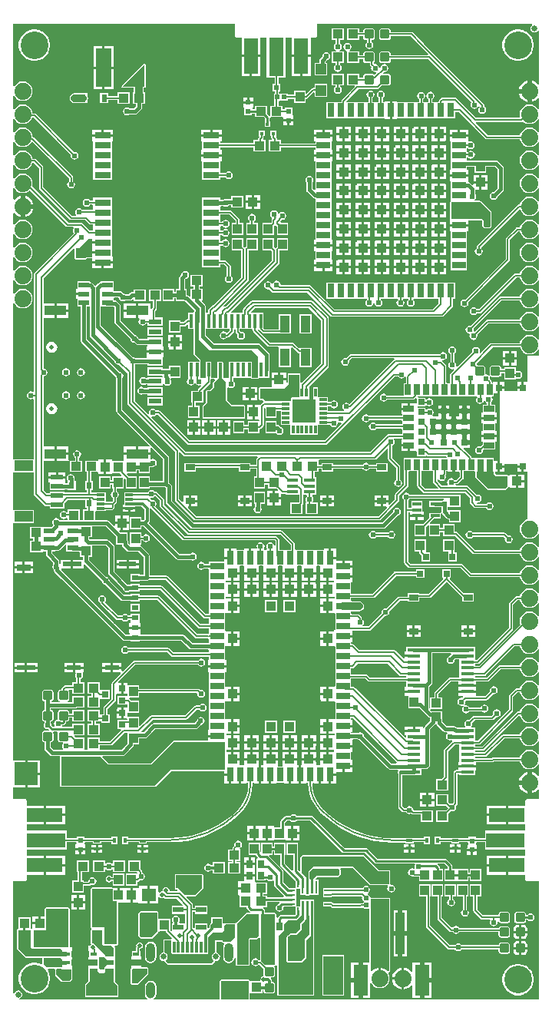
<source format=gtl>
G04*
G04 #@! TF.GenerationSoftware,Altium Limited,Altium Designer,23.1.1 (15)*
G04*
G04 Layer_Physical_Order=1*
G04 Layer_Color=255*
%FSLAX44Y44*%
%MOMM*%
G71*
G04*
G04 #@! TF.SameCoordinates,52DFFBC7-DF18-43FC-A01C-1C5016B87F82*
G04*
G04*
G04 #@! TF.FilePolarity,Positive*
G04*
G01*
G75*
%ADD10C,0.2000*%
%ADD14C,0.2032*%
%ADD17C,0.5080*%
%ADD21R,1.1001X1.1001*%
%ADD22R,1.5001X0.8001*%
%ADD23R,0.8001X1.5001*%
%ADD24R,1.1500X0.6000*%
%ADD25R,1.2000X0.4000*%
%ADD26R,1.0000X0.4000*%
%ADD27R,0.7000X0.7000*%
%ADD28R,1.4750X0.4500*%
%ADD29R,0.8500X0.3000*%
%ADD30R,0.6500X0.4500*%
%ADD32R,0.6299X0.8301*%
%ADD33R,0.3000X0.8499*%
%ADD34R,0.8499X0.3000*%
%ADD35R,1.0000X0.7000*%
%ADD36R,0.6000X0.7000*%
%ADD37R,0.4100X0.3300*%
%ADD38R,0.7000X0.7000*%
%ADD39R,1.1501X0.7000*%
%ADD40R,0.7000X1.1501*%
%ADD41R,1.8001X0.8001*%
%ADD42R,0.7000X0.2500*%
%ADD43R,0.2500X0.7000*%
%ADD44R,0.2500X1.4000*%
%ADD45R,1.7000X4.1999*%
%ADD46R,1.0000X1.0000*%
%ADD47R,2.4000X1.1000*%
%ADD48R,1.4000X0.6200*%
G04:AMPARAMS|DCode=49|XSize=1mm|YSize=1mm|CornerRadius=0.15mm|HoleSize=0mm|Usage=FLASHONLY|Rotation=270.000|XOffset=0mm|YOffset=0mm|HoleType=Round|Shape=RoundedRectangle|*
%AMROUNDEDRECTD49*
21,1,1.0000,0.7000,0,0,270.0*
21,1,0.7000,1.0000,0,0,270.0*
1,1,0.3000,-0.3500,-0.3500*
1,1,0.3000,-0.3500,0.3500*
1,1,0.3000,0.3500,0.3500*
1,1,0.3000,0.3500,-0.3500*
%
%ADD49ROUNDEDRECTD49*%
%ADD50R,0.8001X1.5001*%
%ADD51R,0.7500X0.6000*%
%ADD52R,1.6000X0.5000*%
%ADD53R,2.0000X0.5000*%
%ADD54R,1.5000X0.7000*%
%ADD55R,1.9500X0.5000*%
%ADD56R,1.6000X3.4000*%
%ADD57R,1.0000X4.5999*%
%ADD58R,2.0000X1.1999*%
%ADD59R,1.3500X0.6000*%
%ADD60R,0.9000X0.7500*%
%ADD61R,0.4900X0.5200*%
%ADD62R,1.8200X1.1600*%
%ADD63R,0.6000X1.1500*%
%ADD64R,0.3000X1.1500*%
%ADD65R,0.3500X1.5001*%
%ADD66R,1.1500X1.1500*%
%ADD67R,1.6000X1.4001*%
%ADD68R,0.9500X2.8000*%
%ADD69R,1.1001X1.8999*%
%ADD70R,2.5603X2.5001*%
%ADD71R,2.8000X1.4000*%
%ADD72R,1.7000X0.9500*%
%ADD73R,0.7500X0.9000*%
%ADD74R,1.0000X2.8001*%
%ADD75R,1.1001X1.0000*%
%ADD76R,1.0000X1.1001*%
%ADD77R,0.6000X0.6000*%
%ADD78R,0.4500X0.6000*%
%ADD79R,0.6604X0.3556*%
G04:AMPARAMS|DCode=80|XSize=1mm|YSize=1mm|CornerRadius=0.15mm|HoleSize=0mm|Usage=FLASHONLY|Rotation=180.000|XOffset=0mm|YOffset=0mm|HoleType=Round|Shape=RoundedRectangle|*
%AMROUNDEDRECTD80*
21,1,1.0000,0.7000,0,0,180.0*
21,1,0.7000,1.0000,0,0,180.0*
1,1,0.3000,-0.3500,0.3500*
1,1,0.3000,0.3500,0.3500*
1,1,0.3000,0.3500,-0.3500*
1,1,0.3000,-0.3500,-0.3500*
%
%ADD80ROUNDEDRECTD80*%
%ADD81R,0.6000X0.6000*%
%ADD82R,0.6000X0.6000*%
%ADD83R,0.9500X1.7000*%
%ADD149C,0.6500*%
G04:AMPARAMS|DCode=150|XSize=1mm|YSize=2.1mm|CornerRadius=0.5mm|HoleSize=0mm|Usage=FLASHONLY|Rotation=0.000|XOffset=0mm|YOffset=0mm|HoleType=Round|Shape=RoundedRectangle|*
%AMROUNDEDRECTD150*
21,1,1.0000,1.1000,0,0,0.0*
21,1,0.0000,2.1000,0,0,0.0*
1,1,1.0000,0.0000,-0.5500*
1,1,1.0000,0.0000,-0.5500*
1,1,1.0000,0.0000,0.5500*
1,1,1.0000,0.0000,0.5500*
%
%ADD150ROUNDEDRECTD150*%
G04:AMPARAMS|DCode=151|XSize=1mm|YSize=1.8mm|CornerRadius=0.5mm|HoleSize=0mm|Usage=FLASHONLY|Rotation=0.000|XOffset=0mm|YOffset=0mm|HoleType=Round|Shape=RoundedRectangle|*
%AMROUNDEDRECTD151*
21,1,1.0000,0.8000,0,0,0.0*
21,1,0.0000,1.8000,0,0,0.0*
1,1,1.0000,0.0000,-0.4000*
1,1,1.0000,0.0000,-0.4000*
1,1,1.0000,0.0000,0.4000*
1,1,1.0000,0.0000,0.4000*
%
%ADD151ROUNDEDRECTD151*%
%ADD154R,1.7000X2.6000*%
%ADD155R,1.5001X4.2500*%
%ADD156R,1.6000X3.9500*%
%ADD157R,4.2500X1.5001*%
%ADD158R,3.9500X1.6000*%
%ADD159R,2.5499X2.5499*%
G04:AMPARAMS|DCode=160|XSize=0.635mm|YSize=0.635mm|CornerRadius=0.3175mm|HoleSize=0mm|Usage=FLASHONLY|Rotation=0.000|XOffset=0mm|YOffset=0mm|HoleType=Round|Shape=RoundedRectangle|*
%AMROUNDEDRECTD160*
21,1,0.6350,0.0000,0,0,0.0*
21,1,0.0000,0.6350,0,0,0.0*
1,1,0.6350,0.0000,0.0000*
1,1,0.6350,0.0000,0.0000*
1,1,0.6350,0.0000,0.0000*
1,1,0.6350,0.0000,0.0000*
%
%ADD160ROUNDEDRECTD160*%
%ADD161C,0.2540*%
%ADD162C,0.1999*%
%ADD163C,0.4064*%
%ADD164C,0.4060*%
%ADD165C,0.2030*%
%ADD166C,0.2037*%
%ADD167C,0.3048*%
%ADD168C,0.8128*%
%ADD169C,0.4750*%
%ADD170C,1.8796*%
%ADD171C,3.0480*%
%ADD172C,0.5000*%
%ADD173C,0.6000*%
%ADD174C,0.6096*%
%ADD175C,0.4599*%
G36*
X574667Y1076158D02*
X574010Y1075720D01*
X573028Y1074249D01*
X572683Y1072515D01*
X573028Y1070781D01*
X574010Y1069310D01*
X575481Y1068328D01*
X577215Y1067983D01*
X578949Y1068328D01*
X580420Y1069310D01*
X580858Y1069967D01*
X582128Y1069581D01*
Y1011146D01*
X580858Y1010714D01*
X580014Y1011814D01*
X577520Y1013728D01*
X574617Y1014931D01*
X574040Y1015007D01*
Y1003300D01*
Y991593D01*
X574617Y991669D01*
X577520Y992872D01*
X580014Y994786D01*
X580858Y995885D01*
X582128Y995454D01*
Y983437D01*
X580858Y983184D01*
X580818Y983280D01*
X579109Y985508D01*
X576880Y987218D01*
X574285Y988293D01*
X571500Y988660D01*
X568715Y988293D01*
X566120Y987218D01*
X563891Y985508D01*
X562182Y983280D01*
X561107Y980685D01*
X560740Y977900D01*
X561102Y975151D01*
X561118Y974884D01*
X560323Y973881D01*
X512775D01*
X491233Y995423D01*
X490477Y995928D01*
X489585Y996106D01*
X475590D01*
X474698Y995928D01*
X473941Y995423D01*
X472021Y993503D01*
X471516Y992747D01*
X471339Y991855D01*
X470660Y991177D01*
X468399Y991177D01*
X467129Y991177D01*
X464611D01*
Y994584D01*
X465393Y995107D01*
X466348Y996535D01*
X466683Y998220D01*
X466348Y999905D01*
X465393Y1001333D01*
X463965Y1002288D01*
X462280Y1002623D01*
X460595Y1002288D01*
X459167Y1001333D01*
X458213Y999905D01*
X457877Y998220D01*
X458213Y996535D01*
X459167Y995107D01*
X459949Y994584D01*
Y992075D01*
X459051Y991177D01*
X457401Y991177D01*
X456131Y991177D01*
X454451D01*
Y994350D01*
X455233Y994873D01*
X456188Y996301D01*
X456523Y997986D01*
X456188Y999671D01*
X455233Y1001099D01*
X453805Y1002053D01*
X452120Y1002388D01*
X450435Y1002053D01*
X449007Y1001099D01*
X448052Y999671D01*
X447717Y997986D01*
X448052Y996301D01*
X449007Y994873D01*
X449789Y994350D01*
Y992075D01*
X448891Y991177D01*
X446400Y991177D01*
X445130Y991177D01*
X436209D01*
X435399Y991177D01*
X434129Y991177D01*
X425211D01*
Y992447D01*
X419941D01*
Y982406D01*
Y972365D01*
X425211D01*
Y973635D01*
X434129D01*
X434939Y973635D01*
X436209Y973635D01*
X445130D01*
X445940Y973635D01*
X447210Y973635D01*
X456131D01*
X456941Y973635D01*
X458211Y973635D01*
X467129D01*
X467942Y973635D01*
X469212Y973635D01*
X478940D01*
Y973635D01*
X479400D01*
Y973635D01*
X489941D01*
Y980075D01*
X493639D01*
X522862Y950852D01*
X523618Y950347D01*
X524510Y950169D01*
X561047D01*
X561107Y949715D01*
X562182Y947120D01*
X563891Y944892D01*
X566120Y943182D01*
X568715Y942107D01*
X571500Y941740D01*
X574285Y942107D01*
X576880Y943182D01*
X579109Y944892D01*
X580818Y947120D01*
X580858Y947216D01*
X582128Y946963D01*
Y932637D01*
X580858Y932384D01*
X580818Y932480D01*
X579109Y934708D01*
X576880Y936419D01*
X574285Y937493D01*
X571500Y937860D01*
X568715Y937493D01*
X566120Y936419D01*
X563891Y934708D01*
X562182Y932480D01*
X561107Y929885D01*
X560740Y927100D01*
X561107Y924315D01*
X562182Y921720D01*
X563891Y919492D01*
X566120Y917782D01*
X568715Y916707D01*
X571500Y916340D01*
X574285Y916707D01*
X576880Y917782D01*
X579109Y919492D01*
X580818Y921720D01*
X580858Y921816D01*
X582128Y921563D01*
Y907237D01*
X580858Y906984D01*
X580818Y907080D01*
X579109Y909308D01*
X576880Y911019D01*
X574285Y912093D01*
X571500Y912460D01*
X568715Y912093D01*
X566120Y911019D01*
X563891Y909308D01*
X562182Y907080D01*
X561107Y904485D01*
X560740Y901700D01*
X561107Y898915D01*
X562182Y896320D01*
X563891Y894091D01*
X566120Y892382D01*
X568715Y891307D01*
X571500Y890940D01*
X574285Y891307D01*
X576880Y892382D01*
X579109Y894091D01*
X580818Y896320D01*
X580858Y896416D01*
X582128Y896163D01*
Y881837D01*
X580858Y881584D01*
X580818Y881680D01*
X579109Y883908D01*
X576880Y885619D01*
X574285Y886693D01*
X571500Y887060D01*
X568715Y886693D01*
X566120Y885619D01*
X563891Y883908D01*
X562182Y881680D01*
X561107Y879085D01*
X561047Y878631D01*
X560070D01*
X559178Y878453D01*
X558422Y877948D01*
X513972Y833498D01*
X513467Y832742D01*
X513289Y831850D01*
Y830152D01*
X512507Y829629D01*
X511553Y828201D01*
X511217Y826516D01*
X511553Y824831D01*
X512507Y823403D01*
X513935Y822449D01*
X515620Y822113D01*
X517305Y822449D01*
X518733Y823403D01*
X519688Y824831D01*
X520023Y826516D01*
X519688Y828201D01*
X518733Y829629D01*
X518447Y829820D01*
X518337Y831271D01*
X559981Y872915D01*
X561479Y872617D01*
X562182Y870920D01*
X563891Y868691D01*
X566120Y866982D01*
X568715Y865907D01*
X571500Y865540D01*
X574285Y865907D01*
X576880Y866982D01*
X579109Y868691D01*
X580818Y870920D01*
X580858Y871016D01*
X582128Y870763D01*
Y856437D01*
X580858Y856184D01*
X580818Y856280D01*
X579109Y858509D01*
X576880Y860219D01*
X574285Y861293D01*
X571500Y861660D01*
X568715Y861293D01*
X566120Y860219D01*
X563891Y858509D01*
X562182Y856280D01*
X561107Y853685D01*
X561047Y853231D01*
X557816D01*
X556924Y853053D01*
X556168Y852548D01*
X545976Y842356D01*
X545471Y841600D01*
X545293Y840708D01*
Y818324D01*
X500808Y773839D01*
X499885Y774023D01*
X498201Y773688D01*
X496772Y772733D01*
X495818Y771305D01*
X495483Y769620D01*
X495818Y767935D01*
X496772Y766507D01*
X498201Y765553D01*
X499885Y765217D01*
X501570Y765553D01*
X502999Y766507D01*
X503953Y767935D01*
X504288Y769620D01*
X504104Y770543D01*
X549272Y815710D01*
X549777Y816467D01*
X549955Y817358D01*
Y839743D01*
X558781Y848569D01*
X561047D01*
X561107Y848115D01*
X562182Y845520D01*
X563891Y843291D01*
X566120Y841581D01*
X568715Y840507D01*
X571500Y840140D01*
X574285Y840507D01*
X576880Y841581D01*
X579109Y843291D01*
X580818Y845520D01*
X580858Y845616D01*
X582128Y845363D01*
Y831037D01*
X580858Y830784D01*
X580818Y830880D01*
X579109Y833109D01*
X576880Y834818D01*
X574285Y835893D01*
X571500Y836260D01*
X568715Y835893D01*
X566120Y834818D01*
X563891Y833109D01*
X562182Y830880D01*
X561107Y828285D01*
X560740Y825500D01*
X561107Y822715D01*
X562182Y820120D01*
X563891Y817891D01*
X566120Y816181D01*
X568715Y815107D01*
X571500Y814740D01*
X574285Y815107D01*
X576880Y816181D01*
X579109Y817891D01*
X580818Y820120D01*
X580858Y820216D01*
X582128Y819963D01*
Y805637D01*
X580858Y805384D01*
X580818Y805480D01*
X579109Y807709D01*
X576880Y809418D01*
X574285Y810493D01*
X571500Y810860D01*
X568715Y810493D01*
X566120Y809418D01*
X563891Y807709D01*
X562182Y805480D01*
X561107Y802885D01*
X561047Y802431D01*
X556006D01*
X555114Y802253D01*
X554358Y801748D01*
X515671Y763061D01*
X513730D01*
X513208Y763843D01*
X511779Y764798D01*
X510094Y765133D01*
X508410Y764798D01*
X506981Y763843D01*
X506027Y762415D01*
X505692Y760730D01*
X506027Y759045D01*
X506981Y757617D01*
X508410Y756663D01*
X510094Y756327D01*
X511779Y756663D01*
X513208Y757617D01*
X513730Y758399D01*
X516636D01*
X517528Y758577D01*
X518284Y759082D01*
X556971Y797769D01*
X561047D01*
X561107Y797315D01*
X562182Y794720D01*
X563891Y792492D01*
X566120Y790781D01*
X568715Y789707D01*
X571500Y789340D01*
X574285Y789707D01*
X576880Y790781D01*
X579109Y792492D01*
X580818Y794720D01*
X580858Y794816D01*
X582128Y794563D01*
Y780237D01*
X580858Y779984D01*
X580818Y780080D01*
X579109Y782309D01*
X576880Y784018D01*
X574285Y785093D01*
X571500Y785460D01*
X568715Y785093D01*
X566120Y784018D01*
X563891Y782309D01*
X562182Y780080D01*
X561107Y777485D01*
X561047Y777031D01*
X539750D01*
X538858Y776853D01*
X538102Y776348D01*
X506383Y744629D01*
X505460Y744813D01*
X503775Y744477D01*
X502347Y743523D01*
X501393Y742095D01*
X501057Y740410D01*
X501393Y738725D01*
X502347Y737297D01*
X503775Y736342D01*
X504702Y736158D01*
X505478Y735246D01*
X505489Y734805D01*
X505223Y733468D01*
X505558Y731783D01*
X506512Y730355D01*
X507940Y729400D01*
X509625Y729065D01*
X511310Y729400D01*
X512738Y730355D01*
X513693Y731783D01*
X514028Y733468D01*
X513844Y734390D01*
X526423Y746969D01*
X561047D01*
X561107Y746515D01*
X562182Y743920D01*
X563891Y741692D01*
X566120Y739982D01*
X568715Y738907D01*
X571500Y738540D01*
X574285Y738907D01*
X576880Y739982D01*
X579109Y741692D01*
X580818Y743920D01*
X580858Y744016D01*
X582128Y743763D01*
Y729437D01*
X580858Y729184D01*
X580818Y729280D01*
X579109Y731508D01*
X576880Y733219D01*
X574285Y734293D01*
X571500Y734660D01*
X568715Y734293D01*
X566120Y733219D01*
X563891Y731508D01*
X562182Y729280D01*
X561107Y726685D01*
X560963Y725596D01*
X529740D01*
X528848Y725418D01*
X528092Y724913D01*
X517329Y714150D01*
X516342Y714960D01*
X516544Y715262D01*
X516879Y716946D01*
X516544Y718631D01*
X515590Y720060D01*
X514161Y721014D01*
X512477Y721349D01*
X510792Y721014D01*
X509363Y720060D01*
X508409Y718631D01*
X508074Y716946D01*
X508257Y716024D01*
X491861Y699627D01*
X490690Y700253D01*
X490904Y701326D01*
X490569Y703011D01*
X489614Y704439D01*
X488832Y704962D01*
Y713975D01*
X489523Y714437D01*
X490477Y715865D01*
X490813Y717550D01*
X490477Y719235D01*
X489523Y720663D01*
X488095Y721618D01*
X486410Y721953D01*
X484725Y721618D01*
X483297Y720663D01*
X482342Y719235D01*
X482007Y717550D01*
X482342Y715865D01*
X483297Y714437D01*
X484170Y713853D01*
Y704962D01*
X483388Y704439D01*
X482434Y703011D01*
X482099Y701326D01*
X482434Y699641D01*
X483388Y698213D01*
X484816Y697259D01*
X486501Y696923D01*
X487575Y697137D01*
X488200Y695966D01*
X484572Y692338D01*
X484067Y691582D01*
X483889Y690690D01*
Y682263D01*
X482991Y681365D01*
X480749Y681365D01*
X479851Y682263D01*
Y699620D01*
X479673Y700511D01*
X479168Y701268D01*
X474820Y705616D01*
X474455Y705860D01*
X474951Y707056D01*
X476250Y706797D01*
X477935Y707132D01*
X479363Y708087D01*
X480317Y709515D01*
X480653Y711200D01*
X480317Y712885D01*
X479363Y714313D01*
X477935Y715267D01*
X476250Y715603D01*
X474565Y715267D01*
X473137Y714313D01*
X472614Y713531D01*
X374650D01*
X373758Y713353D01*
X373002Y712848D01*
X369223Y709069D01*
X368300Y709253D01*
X366615Y708917D01*
X365187Y707963D01*
X364232Y706535D01*
X363897Y704850D01*
X364232Y703165D01*
X365187Y701737D01*
X366615Y700782D01*
X368300Y700447D01*
X369985Y700782D01*
X371413Y701737D01*
X372368Y703165D01*
X372703Y704850D01*
X372519Y705773D01*
X375616Y708869D01*
X422315D01*
X422531Y707599D01*
X422024Y707260D01*
X373409Y658645D01*
X372679Y658717D01*
X371251Y659671D01*
X369566Y660006D01*
X367881Y659671D01*
X366453Y658717D01*
X365499Y657288D01*
X365163Y655604D01*
X365499Y653919D01*
X366453Y652490D01*
X367222Y651976D01*
X366837Y650706D01*
X349235D01*
Y656045D01*
X352149D01*
X352804Y655064D01*
X354233Y654110D01*
X355918Y653775D01*
X357602Y654110D01*
X359031Y655064D01*
X359985Y656493D01*
X360320Y658177D01*
X359985Y659862D01*
X359031Y661291D01*
X357602Y662245D01*
X355918Y662580D01*
X354233Y662245D01*
X352804Y661291D01*
X352414Y660706D01*
X349235D01*
Y666144D01*
X338504D01*
Y666164D01*
X338484D01*
Y676895D01*
X332944D01*
Y666164D01*
X328484D01*
Y676895D01*
X328484D01*
X328401Y678165D01*
X349640Y699404D01*
X350145Y700160D01*
X350323Y701052D01*
Y753423D01*
X350145Y754315D01*
X349640Y755071D01*
X332447Y772264D01*
X331691Y772769D01*
X330799Y772947D01*
X266300D01*
X265408Y772769D01*
X264652Y772264D01*
X258877Y766489D01*
X258877Y766489D01*
X255671Y763283D01*
X255165Y762527D01*
X254988Y761635D01*
Y759934D01*
X254090Y759036D01*
X253009Y759036D01*
X251739Y759036D01*
X246611Y759036D01*
X245341Y759036D01*
X243291D01*
X242805Y760209D01*
X295030Y812434D01*
X295536Y813190D01*
X295713Y814082D01*
Y828011D01*
X305355D01*
Y841552D01*
X292815D01*
Y831807D01*
X291734Y830726D01*
X290476Y830645D01*
X289480Y831596D01*
Y841552D01*
X276940D01*
Y828011D01*
X286184D01*
X287229Y826965D01*
Y816631D01*
X236803Y766205D01*
X236224D01*
X235332Y766027D01*
X234873Y765721D01*
X234064Y766707D01*
X261052Y793696D01*
X261557Y794452D01*
X261734Y795344D01*
Y828011D01*
X271700D01*
Y841552D01*
X259160D01*
Y832237D01*
X258723Y831945D01*
X258356Y831578D01*
X257493Y831118D01*
X256629Y831578D01*
X256262Y831945D01*
X255825Y832237D01*
Y841552D01*
X243285D01*
Y828011D01*
X253251D01*
Y797892D01*
X222819Y767460D01*
X222680D01*
X221789Y767283D01*
X221032Y766777D01*
X217826Y763571D01*
X217321Y762815D01*
X217144Y761923D01*
Y759934D01*
X216245Y759036D01*
X214610Y759036D01*
X214596Y760300D01*
Y765790D01*
X214463Y766458D01*
X214340Y767077D01*
X214339Y767078D01*
X214339Y767078D01*
X213953Y767657D01*
X213610Y768170D01*
X210079Y771702D01*
X210565Y772875D01*
X210996D01*
Y785415D01*
X207593D01*
Y788115D01*
X210996D01*
Y800655D01*
X197456D01*
Y788115D01*
X200860D01*
Y785415D01*
X197456D01*
Y777166D01*
X196283Y776680D01*
X195296Y777666D01*
X194204Y778396D01*
X193722Y778492D01*
Y785397D01*
X191962D01*
Y796165D01*
X192218Y796422D01*
X193455Y796667D01*
X194883Y797622D01*
X195837Y799050D01*
X196173Y800735D01*
X195837Y802420D01*
X194883Y803848D01*
X193455Y804802D01*
X191770Y805138D01*
X190085Y804802D01*
X188657Y803848D01*
X187703Y802420D01*
X187456Y801183D01*
X186214Y799941D01*
X185485Y798848D01*
X185228Y797560D01*
Y785397D01*
X181182D01*
Y782121D01*
X179625D01*
Y785524D01*
X167085D01*
Y771983D01*
X179625D01*
Y775387D01*
X181182D01*
Y771857D01*
X191583D01*
X201045Y762394D01*
X201466Y761194D01*
X201063Y760222D01*
Y759036D01*
X195410D01*
Y752596D01*
X194823D01*
X193931Y752419D01*
X193175Y751913D01*
X190048Y748786D01*
X186610D01*
Y750599D01*
X174070D01*
Y737058D01*
X186610D01*
Y744124D01*
X191013D01*
X191905Y744302D01*
X192661Y744807D01*
X194237Y746382D01*
X195410Y745896D01*
Y741495D01*
X201063D01*
Y713424D01*
X201466Y712452D01*
X201466Y712452D01*
X207413Y706505D01*
Y705035D01*
X202720D01*
X201811Y705035D01*
X200541Y705035D01*
X195410D01*
Y687494D01*
X195410D01*
X195023Y686384D01*
X195007Y686373D01*
X194053Y684945D01*
X193717Y683260D01*
X194053Y681575D01*
X195007Y680147D01*
X196435Y679193D01*
X198120Y678857D01*
X199805Y679193D01*
X201233Y680147D01*
X201847Y681066D01*
X203283D01*
X203897Y680147D01*
X205325Y679193D01*
X207010Y678857D01*
X208695Y679193D01*
X208928Y679349D01*
X209738Y678362D01*
X206093Y674717D01*
X205588Y673961D01*
X205410Y673069D01*
Y673020D01*
X198726D01*
Y660480D01*
X198964D01*
Y656619D01*
X195025D01*
Y643079D01*
X207565D01*
Y656619D01*
X203626D01*
Y660480D01*
X212267D01*
Y673020D01*
X212267D01*
X211892Y673924D01*
X219278Y681310D01*
X219783Y682066D01*
X219960Y682958D01*
Y685743D01*
X220650Y686203D01*
X223917D01*
X224403Y685030D01*
X222548Y683175D01*
X222145Y682203D01*
X222145Y682203D01*
Y677479D01*
X218633Y673967D01*
X215900D01*
X214928Y673564D01*
X214525Y672592D01*
Y660461D01*
X211118Y657054D01*
X211118Y657054D01*
X210715Y656082D01*
X210715Y656082D01*
Y643636D01*
X211118Y642664D01*
X212090Y642261D01*
X256540D01*
X257512Y642664D01*
X257915Y643636D01*
Y656082D01*
X257512Y657054D01*
X256540Y657457D01*
X243647D01*
X238137Y662967D01*
Y676369D01*
X239408Y676873D01*
X240483Y676155D01*
X242167Y675819D01*
X243852Y676155D01*
X245281Y677109D01*
X246235Y678537D01*
X246570Y680222D01*
X246235Y681907D01*
X245281Y683335D01*
X244929Y683570D01*
Y687133D01*
X246050Y687494D01*
X246611D01*
Y687494D01*
X252651D01*
Y687494D01*
X253009D01*
Y687494D01*
X259049D01*
Y687494D01*
X259410D01*
Y687494D01*
X264110D01*
X264478Y686606D01*
X265450Y686203D01*
X271907D01*
X272879Y686606D01*
X273247Y687494D01*
X278249D01*
X278249Y687494D01*
X278610D01*
Y687494D01*
X279519Y687494D01*
X284650D01*
Y694841D01*
X284741Y694976D01*
X284997Y696265D01*
Y712526D01*
X284741Y713814D01*
X284011Y714906D01*
X274669Y724249D01*
X273576Y724978D01*
X272288Y725235D01*
X223545D01*
X214596Y734184D01*
Y740230D01*
X214610Y741495D01*
X215866Y741495D01*
X220650D01*
Y741495D01*
X221010D01*
Y741495D01*
X226139D01*
X227051Y741495D01*
X228321Y741495D01*
X232540D01*
X233449Y741495D01*
Y741495D01*
X233810D01*
Y741495D01*
X239850D01*
X240424Y741204D01*
X240580Y739811D01*
X237896Y737127D01*
X237428Y737173D01*
X236000Y738128D01*
X234315Y738463D01*
X232630Y738128D01*
X231202Y737173D01*
X230247Y735745D01*
X229912Y734060D01*
X230247Y732375D01*
X231202Y730947D01*
X232630Y729993D01*
X234315Y729657D01*
X236000Y729993D01*
X237428Y730947D01*
X237951Y731729D01*
X238125D01*
X239017Y731907D01*
X239773Y732412D01*
X244879Y737517D01*
X245384Y738273D01*
X245561Y739165D01*
Y740323D01*
X246377Y740780D01*
X247283Y740246D01*
Y738350D01*
X247460Y737458D01*
X247965Y736702D01*
X249479Y735188D01*
X249224Y733905D01*
X249559Y732220D01*
X250513Y730792D01*
X251942Y729838D01*
X253627Y729502D01*
X255311Y729838D01*
X256740Y730792D01*
X257694Y732220D01*
X258029Y733905D01*
X257694Y735590D01*
X256740Y737018D01*
X255311Y737972D01*
X253627Y738308D01*
X253064Y738196D01*
X251944Y739315D01*
Y741000D01*
X253009Y741495D01*
X253921Y741495D01*
X259049D01*
Y741495D01*
X259410D01*
Y741495D01*
X264541D01*
X265450Y741495D01*
X266500Y740963D01*
Y739549D01*
X266678Y738657D01*
X267183Y737901D01*
X282832Y722252D01*
X283588Y721747D01*
X284480Y721569D01*
X294019D01*
X294783Y720616D01*
X294783Y720299D01*
Y699077D01*
X308324D01*
Y720299D01*
X308324Y720616D01*
X308325Y720617D01*
X310028Y720710D01*
X315721Y715017D01*
X316477Y714512D01*
X317369Y714335D01*
X317786D01*
Y699077D01*
X331326D01*
Y720616D01*
X317786D01*
Y720616D01*
X317028Y720302D01*
X311782Y725548D01*
X311026Y726053D01*
X310134Y726231D01*
X285445D01*
X271593Y740083D01*
X271646Y740317D01*
X272771Y740905D01*
X273073Y740781D01*
X273076Y740768D01*
X273581Y740012D01*
X276736Y736857D01*
X277492Y736352D01*
X278384Y736174D01*
X294783D01*
Y736074D01*
X308324D01*
Y757613D01*
X294783D01*
Y740836D01*
X279349D01*
X278249Y741936D01*
Y759036D01*
X273121D01*
X272209Y759036D01*
X270939Y759036D01*
X265217Y759036D01*
X264691Y760306D01*
X268849Y764463D01*
X328251D01*
X341839Y750875D01*
Y703601D01*
X320145Y681906D01*
X318875Y682432D01*
Y691007D01*
X318799Y691189D01*
Y692070D01*
X318252D01*
X317500Y692382D01*
X306070D01*
X305318Y692070D01*
X305259D01*
Y692046D01*
X305098Y691979D01*
X304695Y691007D01*
Y682027D01*
X304342Y681773D01*
X303071Y682425D01*
Y684530D01*
X295031D01*
X286991D01*
Y678260D01*
X286991D01*
X286931Y677015D01*
X274193D01*
X273221Y676612D01*
X272818Y675640D01*
Y664083D01*
X273221Y663111D01*
X274193Y662708D01*
X277093D01*
X278022Y661760D01*
X278011Y661431D01*
X277609Y660548D01*
X277512Y660529D01*
X277512Y660529D01*
X277511Y660528D01*
X277136Y660278D01*
X276756Y660024D01*
X276756Y660023D01*
X276755Y660023D01*
X274624Y657889D01*
X268605D01*
Y649849D01*
Y641808D01*
X273203D01*
X273674Y640863D01*
X273102Y639622D01*
X261065D01*
Y635182D01*
X257095D01*
Y639622D01*
X244555D01*
Y626081D01*
X257095D01*
Y630520D01*
X261065D01*
Y626081D01*
X273605D01*
Y630905D01*
X273654D01*
X274546Y631083D01*
X275302Y631588D01*
X277873Y634159D01*
X278378Y634916D01*
X278556Y635807D01*
Y654264D01*
X278845Y654457D01*
X280115Y653779D01*
Y643079D01*
X292655D01*
Y651044D01*
X297195D01*
Y645606D01*
Y635606D01*
X307925D01*
Y635586D01*
X307946D01*
Y624855D01*
X338484D01*
Y635586D01*
X338504D01*
Y635606D01*
X343974D01*
X344199Y635561D01*
X351576D01*
X352487Y634197D01*
X353915Y633243D01*
X355600Y632908D01*
X357285Y633243D01*
X358713Y634197D01*
X359668Y635626D01*
X360003Y637310D01*
X359904Y637807D01*
X361047Y638571D01*
X361535Y638244D01*
X363220Y637909D01*
X363665Y637998D01*
X364291Y636827D01*
X345745Y618281D01*
X196546D01*
X164208Y650618D01*
X163452Y651123D01*
X162560Y651301D01*
X159846D01*
X159323Y652083D01*
X157895Y653037D01*
X156210Y653373D01*
X154525Y653037D01*
X153097Y652083D01*
X152142Y650655D01*
X151807Y648970D01*
X151973Y648140D01*
X150802Y647514D01*
X136420Y661896D01*
Y702130D01*
X136826Y702401D01*
X150480D01*
Y701051D01*
X167020D01*
Y709511D01*
X167020Y709791D01*
X167696Y710781D01*
X168290D01*
Y715151D01*
X149210D01*
Y710781D01*
X149210D01*
X149594Y709511D01*
X149405Y709152D01*
X149368Y709130D01*
X136826D01*
X135774Y709833D01*
X134089Y710168D01*
X134065Y710163D01*
X98615Y745614D01*
Y764771D01*
X98690Y766010D01*
X99885Y766010D01*
X112730Y766010D01*
X113475Y765049D01*
Y749300D01*
X113475Y749300D01*
X113731Y748012D01*
X114461Y746921D01*
X131576Y729806D01*
X131823Y728565D01*
X132777Y727137D01*
X134205Y726182D01*
X135890Y725847D01*
X136243Y725918D01*
X137119Y725042D01*
X137119Y725042D01*
X138211Y724312D01*
X139498Y724056D01*
X149582D01*
X150021Y723617D01*
X150167Y723180D01*
X149375Y722061D01*
X149210D01*
Y717691D01*
X168290D01*
Y722061D01*
X167696D01*
X167020Y723051D01*
X167020Y723331D01*
Y731791D01*
X150480D01*
Y730785D01*
X140892D01*
X140011Y731667D01*
X139958Y731935D01*
X139003Y733363D01*
X137575Y734317D01*
X136334Y734564D01*
X120205Y750694D01*
Y767085D01*
X119949Y768373D01*
X119219Y769464D01*
X119219Y769464D01*
X116633Y772050D01*
X115542Y772780D01*
X114254Y773036D01*
X114254Y773036D01*
X113628D01*
X112783Y773881D01*
X112730Y774306D01*
X112730Y775510D01*
X113754Y776413D01*
X117985D01*
X118876Y775522D01*
X119122Y774285D01*
X120077Y772857D01*
X121505Y771902D01*
X123190Y771567D01*
X124875Y771902D01*
X125924Y772603D01*
X130663D01*
X131951Y772860D01*
X133043Y773589D01*
X133418Y773964D01*
X134591Y773478D01*
Y772240D01*
X148132D01*
Y784780D01*
X134591D01*
Y781877D01*
X133203D01*
X131914Y781620D01*
X130822Y780891D01*
X129268Y779337D01*
X125924D01*
X124875Y780038D01*
X123638Y780284D01*
X121761Y782161D01*
X120668Y782890D01*
X119380Y783147D01*
X113628D01*
X112730Y784045D01*
Y785010D01*
X112730Y785320D01*
Y793550D01*
X98690D01*
Y792645D01*
X98400D01*
X97112Y792389D01*
X96021Y791659D01*
X93646Y789284D01*
X92320Y789017D01*
X91984Y789328D01*
X89578Y791734D01*
X88486Y792464D01*
X87199Y792720D01*
X86730Y793550D01*
X72690D01*
Y785320D01*
X71420D01*
Y781050D01*
X79710D01*
Y778510D01*
X71420D01*
Y774240D01*
X72690D01*
Y766010D01*
X76399D01*
Y728972D01*
X76399Y728972D01*
X76655Y727685D01*
X77384Y726593D01*
X114812Y689166D01*
X115058Y687925D01*
X115761Y686873D01*
Y651002D01*
X115761Y651002D01*
X116018Y649714D01*
X116747Y648623D01*
X152329Y613041D01*
X151803Y611771D01*
X140020D01*
Y605001D01*
X153290D01*
Y610284D01*
X154560Y610810D01*
X167323Y598046D01*
Y573986D01*
X153082D01*
Y578915D01*
X140542D01*
Y565375D01*
X153082D01*
Y567257D01*
X169294D01*
X170371Y566180D01*
Y550672D01*
X170371Y550672D01*
X170627Y549384D01*
X171357Y548293D01*
X197519Y522131D01*
X197519Y522131D01*
X198610Y521401D01*
X199898Y521145D01*
X410210D01*
X410210Y521145D01*
X411498Y521401D01*
X412589Y522131D01*
X425894Y535436D01*
X427135Y535682D01*
X428563Y536637D01*
X429518Y538065D01*
X429853Y539750D01*
X429518Y541435D01*
X428563Y542863D01*
X427135Y543817D01*
X425450Y544153D01*
X423765Y543817D01*
X422337Y542863D01*
X421382Y541435D01*
X421136Y540194D01*
X408816Y527875D01*
X201292D01*
X177101Y552066D01*
Y567573D01*
X177101Y567573D01*
X176845Y568861D01*
X176115Y569952D01*
X176115Y569952D01*
X174053Y572015D01*
Y599440D01*
X174053Y599440D01*
X173797Y600728D01*
X173067Y601819D01*
X173067Y601819D01*
X122491Y652396D01*
Y686873D01*
X123194Y687925D01*
X123529Y689610D01*
X123194Y691295D01*
X122239Y692723D01*
X120811Y693678D01*
X119570Y693924D01*
X83128Y730366D01*
Y766010D01*
X86555D01*
Y734310D01*
X86555Y734310D01*
X86812Y733022D01*
X87541Y731931D01*
X113796Y705676D01*
X114043Y704435D01*
X114997Y703007D01*
X116425Y702053D01*
X118110Y701717D01*
X119033Y701901D01*
X128225Y692709D01*
Y659130D01*
X128403Y658238D01*
X128908Y657482D01*
X180549Y605841D01*
Y552958D01*
X180727Y552066D01*
X181232Y551310D01*
X201552Y530990D01*
X202308Y530485D01*
X203200Y530307D01*
X405638D01*
X406530Y530485D01*
X407286Y530990D01*
X427098Y550802D01*
X427603Y551558D01*
X427781Y552450D01*
Y557835D01*
X437258Y567312D01*
X437763Y568068D01*
X437941Y568960D01*
Y583927D01*
X438839Y584825D01*
X442316Y584825D01*
X443586Y584825D01*
X447699D01*
Y568510D01*
X447876Y567618D01*
X448382Y566862D01*
X454282Y560962D01*
X455038Y560457D01*
X455930Y560279D01*
X500139D01*
X505669Y554749D01*
Y549910D01*
X505847Y549018D01*
X506352Y548262D01*
X510176Y544438D01*
X510932Y543933D01*
X511824Y543755D01*
X523742D01*
X524265Y542973D01*
X525693Y542019D01*
X527378Y541683D01*
X529063Y542019D01*
X530491Y542973D01*
X531446Y544401D01*
X531781Y546086D01*
X531446Y547771D01*
X530491Y549199D01*
X529063Y550154D01*
X527378Y550489D01*
X525693Y550154D01*
X524265Y549199D01*
X523742Y548417D01*
X513349D01*
X513064Y548822D01*
X513810Y549968D01*
X514064Y549918D01*
X515749Y550253D01*
X517177Y551207D01*
X518131Y552635D01*
X518467Y554320D01*
X518131Y556005D01*
X517177Y557433D01*
X515749Y558388D01*
X514064Y558723D01*
X513141Y558539D01*
X503612Y568068D01*
X502856Y568573D01*
X501964Y568751D01*
X490697D01*
X489977Y570021D01*
X490057Y570153D01*
X491734D01*
X492626Y570331D01*
X493382Y570836D01*
X498346Y575800D01*
X498851Y576556D01*
X499029Y577448D01*
Y584825D01*
X502315D01*
X502315Y584825D01*
X502775D01*
Y584825D01*
X503586Y584825D01*
X510857D01*
X511705Y583555D01*
Y577850D01*
X511705Y577850D01*
X512108Y576878D01*
X512108Y576878D01*
X524808Y564178D01*
X525780Y563775D01*
X525780Y563775D01*
X544830D01*
X545802Y564178D01*
X545802Y564178D01*
X548342Y566718D01*
X548464Y567011D01*
X549734Y566758D01*
Y565865D01*
X556504D01*
Y573405D01*
Y580945D01*
X549734D01*
Y580051D01*
X548464Y579799D01*
X548342Y580092D01*
X547370Y580495D01*
X535239Y580495D01*
X533505Y582229D01*
Y583555D01*
X536275D01*
Y589595D01*
Y595635D01*
X532315D01*
Y598866D01*
X522775D01*
Y598866D01*
X522315D01*
Y598866D01*
X513586D01*
X512775Y598866D01*
X511505Y598866D01*
X507866D01*
Y598915D01*
X507689Y599807D01*
X507184Y600563D01*
X498865Y608881D01*
X499351Y610055D01*
X505884D01*
Y613555D01*
X499844D01*
Y618635D01*
X505884D01*
Y621556D01*
Y625056D01*
X499844D01*
Y630136D01*
X505884D01*
Y633054D01*
Y636554D01*
X499844D01*
Y641635D01*
X505884D01*
Y644556D01*
Y648056D01*
X493804D01*
Y645135D01*
X490886D01*
Y639095D01*
X485806D01*
Y645135D01*
X482884D01*
Y648056D01*
X470804D01*
Y645135D01*
X465157D01*
X464860Y645566D01*
X464594Y646405D01*
X465395Y647603D01*
X465730Y649287D01*
X465395Y650972D01*
X464441Y652401D01*
X463012Y653355D01*
X461328Y653690D01*
X459643Y653355D01*
X458214Y652401D01*
X458084Y652205D01*
X456814Y652591D01*
Y654365D01*
X448348D01*
X447925Y655095D01*
X448348Y655826D01*
X456814D01*
Y656622D01*
X457348Y656950D01*
X458084Y657162D01*
X459325Y656332D01*
X461010Y655997D01*
X462695Y656332D01*
X464123Y657287D01*
X465078Y658715D01*
X465413Y660400D01*
X465078Y662085D01*
X464123Y663513D01*
X462695Y664467D01*
X461010Y664803D01*
X459325Y664467D01*
X458084Y663638D01*
X457348Y663850D01*
X456814Y664178D01*
Y665366D01*
X448697D01*
X447968Y666583D01*
X448352Y667324D01*
X452315D01*
Y667324D01*
X452775D01*
Y667324D01*
X462315D01*
Y667324D01*
X462775D01*
Y667324D01*
X472315D01*
Y667324D01*
X472775D01*
Y667324D01*
X481505D01*
X482315Y667324D01*
X483586Y667324D01*
X491505D01*
X492315Y667324D01*
Y667324D01*
X492775D01*
Y667324D01*
X501505D01*
X502315Y667324D01*
X503586Y667324D01*
X511505D01*
X512315Y667324D01*
X513393D01*
X513778Y666054D01*
X513777Y666053D01*
X512822Y664625D01*
X512487Y662940D01*
X512822Y661255D01*
X513777Y659827D01*
X515205Y658873D01*
X516890Y658537D01*
X518575Y658873D01*
X520003Y659827D01*
X520957Y661255D01*
X521050Y661719D01*
X522345D01*
X522347Y661705D01*
X523302Y660276D01*
X524465Y659499D01*
Y657865D01*
X519775D01*
Y649135D01*
X518505D01*
Y644365D01*
X535087D01*
Y649135D01*
X533817D01*
Y657865D01*
X529127D01*
Y660008D01*
X529528Y660276D01*
X530482Y661705D01*
X530818Y663390D01*
X530482Y665074D01*
X529828Y666054D01*
X530411Y667324D01*
X532315D01*
Y670555D01*
X536275D01*
Y676595D01*
Y682635D01*
X531505D01*
Y681365D01*
X529876D01*
Y682663D01*
X529699Y683555D01*
X529193Y684311D01*
X527785Y685720D01*
X527968Y686643D01*
X527653Y688226D01*
X527921Y688512D01*
X528694Y689009D01*
X529335Y688581D01*
X530416Y688366D01*
X537416D01*
X538496Y688581D01*
X539413Y689193D01*
X540025Y690109D01*
X540240Y691190D01*
Y692359D01*
X543640D01*
Y685136D01*
X556180D01*
Y686036D01*
X557300Y686635D01*
X557543Y686472D01*
X559228Y686137D01*
X560913Y686472D01*
X562341Y687427D01*
X563295Y688855D01*
X563631Y690540D01*
X563295Y692225D01*
X562341Y693653D01*
X560913Y694607D01*
X559228Y694942D01*
X557543Y694607D01*
X557300Y694445D01*
X556180Y695043D01*
Y698677D01*
X543640D01*
Y697021D01*
X540240D01*
Y698190D01*
X540025Y699271D01*
X539413Y700187D01*
X538496Y700799D01*
X537416Y701014D01*
X530416D01*
X529335Y700799D01*
X528419Y700187D01*
X527806Y699271D01*
X527591Y698190D01*
Y691190D01*
X527737Y690458D01*
X526938Y689928D01*
X526593Y689813D01*
X525250Y690710D01*
X523566Y691045D01*
X522699Y692168D01*
Y698190D01*
X522484Y699271D01*
X521871Y700187D01*
X520955Y700799D01*
X519874Y701014D01*
X514364D01*
X513370Y702186D01*
X513446Y702569D01*
X513263Y703492D01*
X530705Y720934D01*
X561181D01*
X562182Y718520D01*
X563891Y716292D01*
X566120Y714582D01*
X568715Y713507D01*
X571500Y713140D01*
X574285Y713507D01*
X576880Y714582D01*
X579109Y716292D01*
X580818Y718520D01*
X580858Y718616D01*
X582128Y718363D01*
Y711835D01*
X569595D01*
Y682635D01*
X565315D01*
Y676595D01*
X564045D01*
Y675325D01*
X558005D01*
Y673100D01*
X543585D01*
Y675325D01*
X538815D01*
Y670555D01*
X539115D01*
Y595635D01*
X538815D01*
Y590865D01*
X543585D01*
Y592455D01*
X558005D01*
Y590865D01*
X564045D01*
Y589595D01*
X565315D01*
Y583555D01*
X569595D01*
Y532130D01*
X568955Y531125D01*
X568715Y531093D01*
X566120Y530019D01*
X563891Y528308D01*
X562182Y526080D01*
X561107Y523485D01*
X560740Y520700D01*
X561107Y517915D01*
X562182Y515320D01*
X563891Y513092D01*
X566120Y511381D01*
X568715Y510307D01*
X571500Y509940D01*
X574285Y510307D01*
X576880Y511381D01*
X579109Y513092D01*
X580818Y515320D01*
X580858Y515416D01*
X582128Y515163D01*
Y500837D01*
X580858Y500584D01*
X580818Y500680D01*
X579109Y502909D01*
X576880Y504618D01*
X574285Y505693D01*
X571500Y506060D01*
X568715Y505693D01*
X566120Y504618D01*
X563891Y502909D01*
X562182Y500680D01*
X561107Y498085D01*
X561047Y497631D01*
X511505D01*
X491868Y517268D01*
X491112Y517773D01*
X490220Y517951D01*
X488870D01*
Y526444D01*
X476330D01*
Y522005D01*
X472995D01*
Y526444D01*
X462309D01*
X461823Y527617D01*
X466229Y532024D01*
X473564D01*
Y537651D01*
X474834Y537944D01*
X475377Y537132D01*
X479828Y532681D01*
X480920Y531951D01*
X482209Y531694D01*
X482680D01*
Y528291D01*
X495220D01*
Y541832D01*
X482680D01*
Y541832D01*
X481410Y541548D01*
X481124Y541741D01*
Y544820D01*
X481485Y545107D01*
X482680Y545288D01*
Y545289D01*
X495220D01*
Y558829D01*
X482680D01*
Y558591D01*
X439246D01*
X438723Y559373D01*
X437295Y560327D01*
X435610Y560663D01*
X433925Y560327D01*
X432497Y559373D01*
X431543Y557945D01*
X431207Y556260D01*
X431543Y554575D01*
X432497Y553147D01*
X433279Y552624D01*
Y541794D01*
Y483870D01*
X433457Y482978D01*
X433962Y482222D01*
X437772Y478412D01*
X438528Y477907D01*
X439420Y477729D01*
X495605D01*
X505082Y468252D01*
X505838Y467747D01*
X506730Y467569D01*
X561047D01*
X561107Y467115D01*
X562182Y464520D01*
X563891Y462291D01*
X566120Y460582D01*
X568715Y459507D01*
X571500Y459140D01*
X574285Y459507D01*
X576880Y460582D01*
X579109Y462291D01*
X580818Y464520D01*
X580858Y464616D01*
X582128Y464363D01*
Y450037D01*
X580858Y449784D01*
X580818Y449880D01*
X579109Y452108D01*
X576880Y453819D01*
X574285Y454893D01*
X571500Y455260D01*
X568715Y454893D01*
X566120Y453819D01*
X563891Y452108D01*
X562182Y449880D01*
X561107Y447285D01*
X561047Y446831D01*
X557530D01*
X556638Y446653D01*
X555882Y446148D01*
X549532Y439798D01*
X549027Y439042D01*
X548849Y438150D01*
Y412191D01*
X513229Y376571D01*
X511481D01*
Y383720D01*
Y390760D01*
X494191D01*
Y390607D01*
X452721D01*
Y390760D01*
X435431D01*
Y385530D01*
X434161D01*
Y382010D01*
X444076D01*
Y379470D01*
X434161D01*
Y378262D01*
X432988Y377776D01*
X423798Y386966D01*
X423041Y387471D01*
X422150Y387649D01*
X383599D01*
X378030Y393217D01*
X377274Y393722D01*
X376382Y393900D01*
X374815D01*
Y396029D01*
X376085D01*
Y401300D01*
X366045D01*
Y403840D01*
X376085D01*
Y408700D01*
X394970D01*
X395862Y408877D01*
X396618Y409382D01*
X412202Y424966D01*
X412750Y424857D01*
X414435Y425192D01*
X415863Y426147D01*
X416818Y427575D01*
X417153Y429260D01*
X416969Y430183D01*
X428461Y441675D01*
X437440D01*
Y440450D01*
X449980D01*
Y444709D01*
X461091D01*
X461983Y444887D01*
X462739Y445392D01*
X479948Y462601D01*
X497157Y445392D01*
X497440Y445203D01*
Y440450D01*
X509980D01*
Y449990D01*
X499151D01*
X483641Y465501D01*
X484127Y466674D01*
X484830D01*
Y476214D01*
X475290D01*
Y466674D01*
X475770D01*
X476256Y465501D01*
X460126Y449371D01*
X449980D01*
Y449990D01*
X437440D01*
Y446337D01*
X427496D01*
X426604Y446159D01*
X425848Y445654D01*
X413673Y433479D01*
X412750Y433663D01*
X411065Y433327D01*
X409637Y432373D01*
X408683Y430945D01*
X408347Y429260D01*
X408606Y427962D01*
X394005Y413361D01*
X387804D01*
X387419Y414631D01*
X387547Y414717D01*
X388502Y416145D01*
X388837Y417830D01*
X388502Y419515D01*
X387547Y420943D01*
X386737Y421484D01*
Y422044D01*
X386560Y422935D01*
X386054Y423692D01*
X383601Y426146D01*
X382844Y426651D01*
X381953Y426828D01*
X375713D01*
X374815Y427726D01*
X374815Y429842D01*
X375965Y430131D01*
X383499D01*
X385581Y430545D01*
X387345Y431724D01*
X387386Y431764D01*
X388564Y433529D01*
X388979Y435610D01*
X388564Y437691D01*
X387386Y439456D01*
X385621Y440634D01*
X383540Y441049D01*
X383336Y441008D01*
X375964D01*
X374815Y441300D01*
X374815Y442278D01*
Y444709D01*
X398780D01*
X399672Y444887D01*
X400428Y445392D01*
X424150Y469114D01*
X446080D01*
Y466674D01*
X455620D01*
Y476214D01*
X446080D01*
Y473775D01*
X423184D01*
X422292Y473598D01*
X421536Y473092D01*
X397815Y449371D01*
X375713D01*
X374815Y450269D01*
X374815Y451841D01*
X374815Y453111D01*
Y462029D01*
X376085D01*
Y467299D01*
X366045D01*
Y469839D01*
X376085D01*
Y473029D01*
Y478300D01*
X366045D01*
Y479570D01*
X364775D01*
Y486110D01*
X358087D01*
Y487799D01*
X351546D01*
Y489069D01*
X350276D01*
Y499110D01*
X345006D01*
Y497840D01*
X336085D01*
X335275Y497840D01*
X334005Y497840D01*
X325084D01*
X324274Y497840D01*
X323004Y497840D01*
X314086D01*
X313274Y497840D01*
X312719Y498880D01*
Y504317D01*
X312541Y505209D01*
X312036Y505965D01*
X299463Y518538D01*
X298707Y519043D01*
X297815Y519221D01*
X196546D01*
X168701Y547066D01*
Y552958D01*
X168523Y553850D01*
X168018Y554606D01*
X161245Y561379D01*
X160489Y561884D01*
X159597Y562062D01*
X158209D01*
X157799Y562675D01*
X156371Y563629D01*
X154686Y563965D01*
X153001Y563629D01*
X151573Y562675D01*
X150618Y561247D01*
X150572Y561011D01*
X135570D01*
Y561450D01*
X124530D01*
Y555910D01*
Y547720D01*
X123260D01*
Y544950D01*
X130050D01*
X136840D01*
Y545831D01*
X143560D01*
X147011Y542380D01*
Y531271D01*
X146401Y530661D01*
X143430D01*
Y534064D01*
X130890D01*
Y520523D01*
X143430D01*
Y523927D01*
X145172D01*
X181231Y487868D01*
X182323Y487138D01*
X183612Y486882D01*
X197399D01*
X198448Y486181D01*
X200133Y485846D01*
X201817Y486181D01*
X203246Y487135D01*
X204200Y488564D01*
X204535Y490248D01*
X204200Y491933D01*
X203246Y493362D01*
X201817Y494316D01*
X200133Y494651D01*
X198448Y494316D01*
X197399Y493615D01*
X185006D01*
X151763Y526858D01*
X151874Y528077D01*
X152492Y529001D01*
X152709Y530091D01*
X152709Y530091D01*
Y543417D01*
X152819Y543503D01*
X154054Y543690D01*
X188852Y508892D01*
X189608Y508387D01*
X190500Y508209D01*
X290916D01*
X291293Y507832D01*
Y502425D01*
X290023Y502300D01*
X289818Y503335D01*
X288863Y504763D01*
X287435Y505718D01*
X285750Y506053D01*
X284065Y505718D01*
X282637Y504763D01*
X281682Y503335D01*
X281347Y501650D01*
X281682Y499965D01*
X282254Y499110D01*
X281575Y497840D01*
X280274Y497840D01*
X279130Y497840D01*
X278451Y499110D01*
X279023Y499965D01*
X279358Y501650D01*
X279023Y503335D01*
X278068Y504763D01*
X276640Y505718D01*
X274955Y506053D01*
X273270Y505718D01*
X271842Y504763D01*
X270888Y503335D01*
X270552Y501650D01*
X270870Y500055D01*
X270455Y499578D01*
X269932Y499110D01*
X264815D01*
Y489069D01*
X262275D01*
Y499110D01*
X257005D01*
Y497840D01*
X248084D01*
Y499110D01*
X242814D01*
Y489069D01*
X241544D01*
Y487799D01*
X235003D01*
Y484840D01*
X218275D01*
Y482650D01*
X213013D01*
X212663Y483173D01*
X211235Y484128D01*
X209550Y484463D01*
X207865Y484128D01*
X206437Y483173D01*
X205483Y481745D01*
X205147Y480060D01*
X205483Y478375D01*
X206437Y476947D01*
X207865Y475993D01*
X209550Y475657D01*
X211235Y475993D01*
X212663Y476947D01*
X213013Y477470D01*
X217377D01*
X218275Y476572D01*
X218275Y474299D01*
X218275Y473029D01*
Y464111D01*
X218275Y463298D01*
X218275Y462029D01*
Y453111D01*
X218275Y452300D01*
X218275Y451030D01*
Y442110D01*
X218275Y441300D01*
X218275Y440030D01*
Y431112D01*
X218275Y430299D01*
X218275Y429029D01*
Y426902D01*
X214892D01*
X174084Y467710D01*
X174079Y467713D01*
X173202Y468590D01*
X172446Y469095D01*
X171554Y469273D01*
X152374D01*
Y491393D01*
X152374Y491393D01*
X152118Y492680D01*
X151388Y493772D01*
X151388Y493772D01*
X143671Y501489D01*
X142579Y502219D01*
X142366Y502261D01*
X142517Y503526D01*
X143430D01*
Y508209D01*
X144954D01*
X145477Y507427D01*
X146905Y506473D01*
X148590Y506137D01*
X150275Y506473D01*
X151703Y507427D01*
X152657Y508855D01*
X152993Y510540D01*
X152657Y512225D01*
X151703Y513653D01*
X150275Y514608D01*
X148590Y514943D01*
X146905Y514608D01*
X145477Y513653D01*
X144954Y512871D01*
X143430D01*
Y517066D01*
X130890D01*
Y504314D01*
X129620Y503788D01*
X128538Y504871D01*
Y507043D01*
X128538Y507043D01*
X128282Y508331D01*
X128190Y508468D01*
Y517066D01*
X120196D01*
X119182Y518080D01*
X119668Y519254D01*
X120650D01*
Y526024D01*
X114380D01*
Y524542D01*
X113207Y524056D01*
X107833Y529429D01*
X106742Y530159D01*
X105454Y530415D01*
X105454Y530415D01*
X92739D01*
Y539760D01*
X93030Y540910D01*
X104070D01*
Y541349D01*
X110793D01*
X111685Y541527D01*
X112441Y542032D01*
X113408Y542999D01*
X113913Y543755D01*
X114091Y544647D01*
Y547715D01*
X115948Y549572D01*
X116453Y550328D01*
X116631Y551220D01*
Y555164D01*
X117413Y555687D01*
X118368Y557115D01*
X118703Y558800D01*
X118368Y560485D01*
X117413Y561913D01*
X116631Y562436D01*
Y565375D01*
X124126D01*
Y575573D01*
X125315Y576093D01*
X126064Y575489D01*
Y565375D01*
X138604D01*
Y578915D01*
X129360D01*
X127173Y581102D01*
X127699Y582373D01*
X138604D01*
Y585776D01*
X140542D01*
Y582373D01*
X153082D01*
Y589244D01*
X154593D01*
X155238Y589373D01*
X156130Y589195D01*
X157815Y589530D01*
X159243Y590485D01*
X160197Y591913D01*
X160533Y593598D01*
X160197Y595283D01*
X159243Y596711D01*
X157815Y597665D01*
X156130Y598001D01*
X154560Y597688D01*
X154235Y597735D01*
X153290Y598241D01*
Y602461D01*
X124210D01*
Y597148D01*
X124126Y595913D01*
X123186Y595913D01*
X112188D01*
X111586Y595913D01*
X110918Y596907D01*
Y597183D01*
X104648D01*
Y589143D01*
Y581102D01*
X110918D01*
Y581379D01*
X111586Y582372D01*
X112188Y582373D01*
X119662D01*
X119687Y582248D01*
X120192Y581491D01*
X121594Y580089D01*
X121108Y578915D01*
X111586D01*
Y574476D01*
X109648D01*
Y578915D01*
X97108D01*
Y565375D01*
X109648D01*
Y569814D01*
X111586D01*
Y565375D01*
X111969D01*
Y562436D01*
X111187Y561913D01*
X110232Y560485D01*
X109897Y558800D01*
X110232Y557115D01*
X111187Y555687D01*
X111969Y555164D01*
Y552185D01*
X110795Y551011D01*
X104070D01*
Y561450D01*
X93030D01*
Y561131D01*
X88031D01*
Y564030D01*
X89970D01*
Y573570D01*
X88031D01*
Y583518D01*
X94568D01*
X95025Y583518D01*
X95838Y582585D01*
Y581102D01*
X102108D01*
Y589143D01*
Y597183D01*
X95838D01*
Y596991D01*
X95025Y596058D01*
X94568Y596058D01*
X81484D01*
Y583518D01*
X83369D01*
Y573570D01*
X81430D01*
Y564030D01*
X83369D01*
Y561131D01*
X58312D01*
Y561879D01*
X42272D01*
Y559939D01*
X39446D01*
X35859Y563527D01*
Y595691D01*
X47480D01*
Y603731D01*
Y611771D01*
X35859D01*
Y689077D01*
X37245Y689352D01*
X38673Y690307D01*
X39627Y691735D01*
X39963Y693420D01*
X39627Y695105D01*
X38673Y696533D01*
X37245Y697487D01*
X35859Y697763D01*
Y753573D01*
X47480D01*
Y761613D01*
Y769653D01*
X35859D01*
Y797103D01*
X68475Y829719D01*
X69745Y829193D01*
Y819150D01*
X69930Y818704D01*
Y818338D01*
X70082D01*
X70148Y818178D01*
X71120Y817775D01*
X81280D01*
X81280Y817775D01*
X82252Y818178D01*
X82252Y818178D01*
X82413Y818338D01*
X82470D01*
Y818396D01*
X83119Y819045D01*
X89115D01*
Y815825D01*
X100655D01*
X112196D01*
Y821096D01*
X110926D01*
Y830826D01*
X110926D01*
Y831284D01*
X110926D01*
Y841824D01*
X110926D01*
Y842284D01*
X110926D01*
Y852825D01*
X110926D01*
Y853285D01*
X110926D01*
Y863826D01*
X110926D01*
Y864283D01*
X110926D01*
Y874014D01*
X110926Y874824D01*
X110926Y876094D01*
Y885825D01*
X90385D01*
Y882843D01*
X87011D01*
X86488Y883625D01*
X85060Y884580D01*
X83375Y884915D01*
X81690Y884580D01*
X80262Y883625D01*
X79307Y882197D01*
X78972Y880512D01*
X79307Y878827D01*
X80262Y877399D01*
X81690Y876445D01*
X83375Y876110D01*
X85060Y876445D01*
X86488Y877399D01*
X87011Y878181D01*
X89487D01*
X90385Y877283D01*
X90385Y875284D01*
X90385Y874014D01*
Y872281D01*
X78566D01*
X78043Y873063D01*
X76615Y874017D01*
X74930Y874353D01*
X73245Y874017D01*
X71817Y873063D01*
X70862Y871635D01*
X70527Y869950D01*
X70862Y868265D01*
X71574Y867201D01*
X71061Y865931D01*
X67006D01*
X35351Y897585D01*
Y919480D01*
X35173Y920372D01*
X34668Y921128D01*
X27605Y928191D01*
X26849Y928697D01*
X25957Y928874D01*
X23226D01*
X23093Y929885D01*
X22018Y932480D01*
X20308Y934708D01*
X18080Y936419D01*
X15485Y937493D01*
X12700Y937860D01*
X9915Y937493D01*
X7320Y936419D01*
X5092Y934708D01*
X3381Y932480D01*
X3342Y932384D01*
X2072Y932637D01*
Y946963D01*
X3342Y947216D01*
X3381Y947120D01*
X5092Y944892D01*
X7320Y943182D01*
X9915Y942107D01*
X12700Y941740D01*
X15485Y942107D01*
X18080Y943182D01*
X20308Y944892D01*
X21957Y947040D01*
X22251Y947271D01*
X23312Y947482D01*
X63709Y907085D01*
Y904066D01*
X62927Y903543D01*
X61972Y902115D01*
X61637Y900430D01*
X61972Y898745D01*
X62927Y897317D01*
X64355Y896363D01*
X66040Y896027D01*
X67725Y896363D01*
X69153Y897317D01*
X70107Y898745D01*
X70443Y900430D01*
X70107Y902115D01*
X69153Y903543D01*
X68371Y904066D01*
Y908050D01*
X68193Y908942D01*
X67688Y909698D01*
X25065Y952321D01*
X24309Y952827D01*
X23417Y953004D01*
X23394D01*
X23093Y955285D01*
X22018Y957880D01*
X20308Y960108D01*
X18080Y961818D01*
X15485Y962893D01*
X12700Y963260D01*
X9915Y962893D01*
X7320Y961818D01*
X5092Y960108D01*
X3381Y957880D01*
X3342Y957784D01*
X2072Y958037D01*
Y972363D01*
X3342Y972616D01*
X3381Y972520D01*
X5092Y970292D01*
X7320Y968581D01*
X9915Y967507D01*
X12700Y967140D01*
X15485Y967507D01*
X18080Y968581D01*
X20308Y970292D01*
X22018Y972520D01*
X22721Y974215D01*
X24518D01*
X65631Y933103D01*
X65447Y932180D01*
X65782Y930495D01*
X66737Y929067D01*
X68165Y928112D01*
X69850Y927777D01*
X71535Y928112D01*
X72963Y929067D01*
X73917Y930495D01*
X74253Y932180D01*
X73917Y933865D01*
X72963Y935293D01*
X71535Y936247D01*
X69850Y936583D01*
X68927Y936399D01*
X27132Y978194D01*
X26376Y978700D01*
X25484Y978877D01*
X23331D01*
X23093Y980685D01*
X22018Y983280D01*
X20308Y985508D01*
X18080Y987218D01*
X15485Y988293D01*
X12700Y988660D01*
X9915Y988293D01*
X7320Y987218D01*
X5092Y985508D01*
X3381Y983280D01*
X3342Y983184D01*
X2072Y983437D01*
Y997763D01*
X3342Y998016D01*
X3381Y997920D01*
X5092Y995692D01*
X7320Y993981D01*
X9915Y992907D01*
X12700Y992540D01*
X15485Y992907D01*
X18080Y993981D01*
X20308Y995692D01*
X22018Y997920D01*
X23093Y1000515D01*
X23460Y1003300D01*
X23093Y1006085D01*
X22018Y1008680D01*
X20308Y1010909D01*
X18080Y1012618D01*
X15485Y1013693D01*
X12700Y1014060D01*
X9915Y1013693D01*
X7320Y1012618D01*
X5092Y1010909D01*
X3381Y1008680D01*
X3342Y1008584D01*
X2072Y1008837D01*
Y1077428D01*
X246848D01*
Y1064260D01*
X247006Y1063467D01*
X247455Y1062795D01*
X248127Y1062346D01*
X248920Y1062188D01*
X253860D01*
Y1043660D01*
X274940D01*
Y1062188D01*
X280081D01*
X281330Y1062138D01*
Y1018370D01*
X290342D01*
Y1011380D01*
X288386D01*
Y1002840D01*
X290500D01*
Y1000820D01*
X289410D01*
Y993080D01*
X290030D01*
Y987345D01*
X285574D01*
Y976717D01*
X284736Y976330D01*
X284303Y976281D01*
X282117Y978467D01*
Y987345D01*
X268576D01*
Y983616D01*
X266534D01*
X266070Y984080D01*
X266483Y985434D01*
X266826Y985490D01*
X266906D01*
Y989759D01*
X261366D01*
X255826D01*
Y985490D01*
X255906D01*
X257096Y985296D01*
X257096Y984220D01*
Y976757D01*
X265636D01*
Y978437D01*
X268576D01*
Y974805D01*
X278454D01*
X279985Y973274D01*
Y970908D01*
Y969638D01*
X279255D01*
Y963798D01*
X285895D01*
Y969638D01*
X285165D01*
Y970908D01*
Y973704D01*
D01*
X285443Y974452D01*
X286369Y974805D01*
X298958D01*
Y974805D01*
X299114D01*
X300022Y973931D01*
Y972391D01*
X305562D01*
X311102D01*
Y976661D01*
X311022D01*
X309832Y976853D01*
X309832Y977931D01*
Y985393D01*
X301292D01*
Y983437D01*
X299114D01*
Y987345D01*
X294658D01*
Y992182D01*
X295556Y993080D01*
X297180Y993080D01*
X298120Y993080D01*
X304950D01*
Y994619D01*
X311992D01*
Y990296D01*
X324532D01*
Y994863D01*
X325364D01*
X326256Y995041D01*
X327012Y995546D01*
X333340Y1001874D01*
X334610Y1001357D01*
Y997230D01*
X348650D01*
Y1011270D01*
X334610D01*
Y1006901D01*
X332740D01*
X331848Y1006723D01*
X331092Y1006218D01*
X325705Y1000832D01*
X324532Y1001318D01*
Y1003837D01*
X311992D01*
Y999281D01*
X304950D01*
Y1000820D01*
X297180Y1000820D01*
X296026Y1000820D01*
X295275Y1001570D01*
X295485Y1002840D01*
X296926D01*
Y1011380D01*
X294971D01*
Y1018370D01*
X302870D01*
Y1062138D01*
X304119Y1062188D01*
X309260D01*
Y1043660D01*
X330340D01*
Y1062188D01*
X335280D01*
X336073Y1062346D01*
X336745Y1062795D01*
X337194Y1063467D01*
X337352Y1064260D01*
Y1077428D01*
X574281D01*
X574667Y1076158D01*
D02*
G37*
G36*
X582128Y972363D02*
Y958037D01*
X580858Y957784D01*
X580818Y957880D01*
X579109Y960108D01*
X576880Y961818D01*
X574285Y962893D01*
X571500Y963260D01*
X568715Y962893D01*
X566120Y961818D01*
X563891Y960108D01*
X562182Y957880D01*
X561107Y955285D01*
X561047Y954831D01*
X525475D01*
X512357Y967949D01*
X512883Y969219D01*
X562694D01*
X563586Y969397D01*
X564342Y969902D01*
X564367Y969927D01*
X566120Y968581D01*
X568715Y967507D01*
X571500Y967140D01*
X574285Y967507D01*
X576880Y968581D01*
X579109Y970292D01*
X580818Y972520D01*
X580858Y972616D01*
X582128Y972363D01*
D02*
G37*
G36*
X30689Y918515D02*
Y896620D01*
X30867Y895728D01*
X31372Y894972D01*
X64392Y861952D01*
X65148Y861447D01*
X66040Y861269D01*
X81585D01*
X85946Y856908D01*
X86702Y856402D01*
X87594Y856225D01*
X90385D01*
Y853285D01*
X90385D01*
Y852825D01*
X90385D01*
Y849886D01*
X86861D01*
X79118Y857628D01*
X78362Y858133D01*
X77470Y858311D01*
X63196D01*
X22946Y898560D01*
X23093Y898915D01*
X23460Y901700D01*
X23093Y904485D01*
X22018Y907080D01*
X20308Y909308D01*
X18080Y911019D01*
X15485Y912093D01*
X12700Y912460D01*
X9915Y912093D01*
X7320Y911019D01*
X5092Y909308D01*
X3381Y907080D01*
X3342Y906984D01*
X2072Y907237D01*
Y921563D01*
X3342Y921816D01*
X3381Y921720D01*
X5092Y919492D01*
X7320Y917782D01*
X9915Y916707D01*
X12700Y916340D01*
X15485Y916707D01*
X18080Y917782D01*
X20308Y919492D01*
X22018Y921720D01*
X23051Y924212D01*
X24991D01*
X30689Y918515D01*
D02*
G37*
G36*
X3381Y896320D02*
X5092Y894091D01*
X7320Y892382D01*
X9915Y891307D01*
X12700Y890940D01*
X15485Y891307D01*
X18080Y892382D01*
X20308Y894091D01*
X20791Y894123D01*
X60582Y854332D01*
X61338Y853827D01*
X62230Y853649D01*
X68204D01*
X68716Y852379D01*
X68005Y851315D01*
X67670Y849630D01*
X68005Y847945D01*
X68784Y846780D01*
X25530Y803526D01*
X25025Y802770D01*
X24847Y801878D01*
Y672564D01*
X23577Y671885D01*
X23275Y672087D01*
X21590Y672423D01*
X19905Y672087D01*
X18477Y671133D01*
X17522Y669705D01*
X17187Y668020D01*
X17522Y666335D01*
X18477Y664907D01*
X19905Y663952D01*
X21590Y663617D01*
X23275Y663952D01*
X23577Y664155D01*
X24847Y663476D01*
Y599135D01*
X24811Y597881D01*
X23577Y597880D01*
X3342D01*
X2271Y597881D01*
X2072Y599068D01*
Y769163D01*
X3342Y769416D01*
X3381Y769320D01*
X5092Y767092D01*
X7320Y765381D01*
X9915Y764307D01*
X12700Y763940D01*
X15485Y764307D01*
X18080Y765381D01*
X20308Y767092D01*
X22018Y769320D01*
X23093Y771915D01*
X23460Y774700D01*
X23093Y777485D01*
X22018Y780080D01*
X20308Y782309D01*
X18080Y784018D01*
X15485Y785093D01*
X12700Y785460D01*
X9915Y785093D01*
X7320Y784018D01*
X5092Y782309D01*
X3381Y780080D01*
X3342Y779984D01*
X2072Y780237D01*
Y794563D01*
X3342Y794816D01*
X3381Y794720D01*
X5092Y792492D01*
X7320Y790781D01*
X9915Y789707D01*
X12700Y789340D01*
X15485Y789707D01*
X18080Y790781D01*
X20308Y792492D01*
X22018Y794720D01*
X23093Y797315D01*
X23460Y800100D01*
X23093Y802885D01*
X22018Y805480D01*
X20308Y807709D01*
X18080Y809418D01*
X15485Y810493D01*
X12700Y810860D01*
X9915Y810493D01*
X7320Y809418D01*
X5092Y807709D01*
X3381Y805480D01*
X3342Y805384D01*
X2072Y805637D01*
Y819963D01*
X3342Y820216D01*
X3381Y820120D01*
X5092Y817891D01*
X7320Y816181D01*
X9915Y815107D01*
X12700Y814740D01*
X15485Y815107D01*
X18080Y816181D01*
X20308Y817891D01*
X22018Y820120D01*
X23093Y822715D01*
X23460Y825500D01*
X23093Y828285D01*
X22018Y830880D01*
X20308Y833109D01*
X18080Y834818D01*
X15485Y835893D01*
X12700Y836260D01*
X9915Y835893D01*
X7320Y834818D01*
X5092Y833109D01*
X3381Y830880D01*
X3342Y830784D01*
X2072Y831037D01*
Y845363D01*
X3342Y845616D01*
X3381Y845520D01*
X5092Y843291D01*
X7320Y841581D01*
X9915Y840507D01*
X12700Y840140D01*
X15485Y840507D01*
X18080Y841581D01*
X20308Y843291D01*
X22018Y845520D01*
X23093Y848115D01*
X23460Y850900D01*
X23093Y853685D01*
X22018Y856280D01*
X20308Y858509D01*
X18080Y860219D01*
X15485Y861293D01*
X12700Y861660D01*
X9915Y861293D01*
X7320Y860219D01*
X5092Y858509D01*
X3381Y856280D01*
X3342Y856184D01*
X2072Y856437D01*
Y868454D01*
X3342Y868885D01*
X4186Y867786D01*
X6679Y865872D01*
X9584Y864669D01*
X10160Y864593D01*
Y876300D01*
Y888007D01*
X9584Y887931D01*
X6679Y886728D01*
X4186Y884814D01*
X3342Y883715D01*
X2072Y884146D01*
Y896163D01*
X3342Y896416D01*
X3381Y896320D01*
D02*
G37*
G36*
X89115Y837824D02*
X100655D01*
Y835284D01*
X89115D01*
Y830014D01*
Y826826D01*
X100655D01*
Y824286D01*
X89115D01*
Y820420D01*
X82550D01*
X81280Y819150D01*
X71120D01*
Y830580D01*
X74930D01*
X85090Y840740D01*
X85090D01*
X85090Y840740D01*
X85090Y840740D01*
X89115D01*
Y837824D01*
D02*
G37*
G36*
X561107Y771915D02*
X562182Y769320D01*
X563891Y767092D01*
X566120Y765381D01*
X568715Y764307D01*
X571500Y763940D01*
X574285Y764307D01*
X576880Y765381D01*
X579109Y767092D01*
X580818Y769320D01*
X580858Y769416D01*
X582128Y769163D01*
Y754837D01*
X580858Y754584D01*
X580818Y754680D01*
X579109Y756908D01*
X576880Y758618D01*
X574285Y759693D01*
X571500Y760060D01*
X568715Y759693D01*
X566120Y758618D01*
X563891Y756908D01*
X562182Y754680D01*
X561107Y752085D01*
X561047Y751631D01*
X525458D01*
X524566Y751453D01*
X523810Y750948D01*
X511363Y738502D01*
X511213Y738440D01*
X510655Y738545D01*
X509762Y739906D01*
X509863Y740410D01*
X509679Y741333D01*
X540715Y772369D01*
X561047D01*
X561107Y771915D01*
D02*
G37*
G36*
X207137Y728599D02*
X218440Y717296D01*
X265492D01*
X271907Y710881D01*
Y687578D01*
X265450D01*
Y705035D01*
X259410D01*
Y705035D01*
X259049D01*
Y705035D01*
X253009D01*
Y705035D01*
X252651D01*
Y705035D01*
X246611D01*
Y705035D01*
X246050D01*
Y705035D01*
X240010D01*
Y687578D01*
X234002D01*
X233671Y687909D01*
X233661Y703817D01*
X233461Y704300D01*
X233449Y704328D01*
Y705035D01*
X232661D01*
X232287Y705190D01*
X228610D01*
X228236Y705035D01*
X227409D01*
Y704233D01*
X227236Y703816D01*
Y687862D01*
X226951Y687578D01*
X220650D01*
Y705035D01*
X214610D01*
Y687578D01*
X208788D01*
Y707074D01*
X202438Y713424D01*
Y760222D01*
X207137D01*
Y728599D01*
D02*
G37*
G36*
X435215Y688302D02*
Y681365D01*
X432775D01*
Y667811D01*
X414343D01*
X413820Y668593D01*
X412392Y669548D01*
X410707Y669883D01*
X409023Y669548D01*
X407594Y668593D01*
X406640Y667165D01*
X406305Y665480D01*
X406640Y663795D01*
X407594Y662367D01*
X409023Y661413D01*
X410707Y661077D01*
X412392Y661413D01*
X413820Y662367D01*
X414343Y663149D01*
X443230D01*
X444122Y663327D01*
X444878Y663832D01*
X446004Y664958D01*
X447274Y664431D01*
Y660120D01*
X446585Y659135D01*
X446004Y659135D01*
X439565D01*
Y653095D01*
X438295D01*
Y651825D01*
X430004D01*
Y647055D01*
X431274D01*
Y645426D01*
X400239D01*
X400239Y645426D01*
X394478D01*
X394273Y645733D01*
X392845Y646687D01*
X391160Y647023D01*
X389475Y646687D01*
X388047Y645733D01*
X387093Y644305D01*
X386757Y642620D01*
X387093Y640935D01*
X388047Y639507D01*
X389475Y638553D01*
X391160Y638217D01*
X392845Y638553D01*
X394273Y639507D01*
X395113Y640764D01*
X400239D01*
X400239Y640764D01*
X430376D01*
X431274Y639866D01*
X431274Y638325D01*
X431274Y636959D01*
X430376Y636061D01*
X402416D01*
X401893Y636843D01*
X400465Y637798D01*
X398780Y638133D01*
X397095Y637798D01*
X395667Y636843D01*
X394712Y635415D01*
X394377Y633730D01*
X394712Y632045D01*
X395667Y630617D01*
X397095Y629663D01*
X398780Y629327D01*
X400465Y629663D01*
X401893Y630617D01*
X402416Y631399D01*
X430376D01*
X431274Y630501D01*
X431274Y628325D01*
X431274Y627055D01*
Y625426D01*
X416090D01*
X415198Y625248D01*
X414442Y624743D01*
X395280Y605581D01*
X192735D01*
X154754Y643562D01*
X155380Y644733D01*
X156210Y644567D01*
X157895Y644902D01*
X159323Y645857D01*
X159846Y646639D01*
X161595D01*
X193932Y614302D01*
X194688Y613797D01*
X195580Y613619D01*
X346710D01*
X347602Y613797D01*
X348358Y614302D01*
X422608Y688552D01*
X426583D01*
X427105Y687770D01*
X428534Y686815D01*
X430219Y686480D01*
X431903Y686815D01*
X433332Y687770D01*
X433945Y688687D01*
X435215Y688302D01*
D02*
G37*
G36*
X317500Y665988D02*
X309561D01*
X308102Y664529D01*
Y661670D01*
X280227D01*
X277814Y664083D01*
X274193D01*
Y675640D01*
X300990D01*
X306070Y680720D01*
Y691007D01*
X317500D01*
Y665988D01*
D02*
G37*
G36*
X232297Y687339D02*
X236763Y682873D01*
Y662397D01*
X243078Y656082D01*
X256540D01*
Y643636D01*
X212090D01*
Y656082D01*
X215900Y659892D01*
Y672592D01*
X219202D01*
X223520Y676910D01*
Y682203D01*
X228610Y687293D01*
Y703816D01*
X232287D01*
X232297Y687339D01*
D02*
G37*
G36*
X465215Y572585D02*
X465392Y571693D01*
X465897Y570937D01*
X470720Y566114D01*
X470234Y564941D01*
X456895D01*
X452360Y569476D01*
Y583727D01*
X452775Y584825D01*
X453630Y584825D01*
X461505D01*
X462316Y584825D01*
X463586Y584825D01*
X465215D01*
Y572585D01*
D02*
G37*
G36*
X530720Y583555D02*
X532130D01*
Y581660D01*
X534670Y579120D01*
X547370Y579120D01*
Y567690D01*
X544830Y565150D01*
X525780D01*
X513080Y577850D01*
Y583555D01*
X514370D01*
Y591845D01*
X520720D01*
Y583555D01*
X524370D01*
Y591845D01*
X530720D01*
Y583555D01*
D02*
G37*
G36*
X488815D02*
X493586D01*
X494367Y582609D01*
Y578413D01*
X490769Y574815D01*
X488776D01*
X488253Y575597D01*
X486825Y576552D01*
X485140Y576887D01*
X483455Y576552D01*
X482027Y575597D01*
X481073Y574169D01*
X480737Y572484D01*
X481073Y570799D01*
X481593Y570021D01*
X480914Y568751D01*
X474675D01*
X469876Y573550D01*
Y575430D01*
X471146Y575816D01*
X471867Y574737D01*
X473295Y573783D01*
X474980Y573447D01*
X476665Y573783D01*
X478093Y574737D01*
X479048Y576165D01*
X479383Y577850D01*
X479048Y579535D01*
X478973Y579646D01*
X479168Y579842D01*
X479673Y580598D01*
X479851Y581490D01*
Y584825D01*
X481505D01*
Y583555D01*
X486275D01*
Y591845D01*
X488815D01*
Y583555D01*
D02*
G37*
G36*
X431274Y619135D02*
X430004D01*
Y614365D01*
X438295D01*
Y613095D01*
X439565D01*
Y607055D01*
X446004D01*
X446585Y607055D01*
X447274Y606070D01*
Y600824D01*
X456814D01*
Y601221D01*
X457987Y601707D01*
X458232Y601462D01*
X458988Y600957D01*
X459880Y600779D01*
X479515D01*
X479951Y600136D01*
X479296Y598866D01*
X472775D01*
Y598866D01*
X472315D01*
Y598866D01*
X463586D01*
X462775Y598866D01*
X461505Y598866D01*
X453586D01*
X452775Y598866D01*
X451505Y598866D01*
X443586D01*
X442775Y598866D01*
X441505Y598866D01*
X432775D01*
Y584825D01*
X433279D01*
Y569925D01*
X423802Y560448D01*
X423297Y559692D01*
X423119Y558800D01*
Y553415D01*
X417173Y547469D01*
X416000Y547956D01*
Y550460D01*
X409730D01*
Y545690D01*
X413735D01*
X414221Y544517D01*
X404673Y534969D01*
X204165D01*
X194618Y544517D01*
X195103Y545690D01*
X196060D01*
Y551730D01*
Y557770D01*
X189790D01*
Y551003D01*
X188617Y550518D01*
X185211Y553923D01*
Y604854D01*
X186384Y605340D01*
X190122Y601602D01*
X190878Y601097D01*
X191770Y600919D01*
X271479D01*
X271965Y599746D01*
X270767Y598548D01*
X270262Y597792D01*
X270084Y596900D01*
Y591611D01*
X263600D01*
Y593500D01*
X251060D01*
Y592881D01*
X203600D01*
Y593500D01*
X191060D01*
Y583960D01*
X203600D01*
Y588219D01*
X251060D01*
Y583960D01*
X263600D01*
Y586949D01*
X270084D01*
Y578514D01*
X267415D01*
Y564973D01*
X279955D01*
Y569413D01*
X283290D01*
Y564973D01*
X293037D01*
X294050Y563960D01*
X293564Y562786D01*
X290830D01*
Y556016D01*
X297100D01*
Y559162D01*
X298370Y559818D01*
X298589Y559672D01*
X299481Y559494D01*
X302826D01*
Y558247D01*
X317360D01*
Y550135D01*
X317055Y549830D01*
X307311D01*
Y537290D01*
X320852D01*
Y547034D01*
X321339Y547522D01*
X321844Y548278D01*
X322022Y549170D01*
Y558247D01*
X325647D01*
X326032Y556977D01*
X325817Y556833D01*
X324863Y555405D01*
X324527Y553720D01*
X324863Y552035D01*
X325487Y551100D01*
X324868Y549830D01*
X324309D01*
Y537290D01*
X337849D01*
Y549830D01*
X332992D01*
X332373Y551100D01*
X332998Y552035D01*
X333333Y553720D01*
X332998Y555405D01*
X332043Y556833D01*
X331828Y556977D01*
X332213Y558247D01*
X336366D01*
Y564747D01*
Y571247D01*
Y577787D01*
X334680D01*
Y583645D01*
X339119D01*
Y586949D01*
X342190D01*
Y583960D01*
X354730D01*
Y586949D01*
X387524D01*
X388047Y586167D01*
X389475Y585213D01*
X391160Y584877D01*
X392845Y585213D01*
X394273Y586167D01*
X394796Y586949D01*
X402190D01*
Y583960D01*
X414730D01*
Y593500D01*
X402190D01*
Y591611D01*
X394796D01*
X394273Y592393D01*
X392845Y593348D01*
X391160Y593683D01*
X389475Y593348D01*
X388047Y592393D01*
X387524Y591611D01*
X354730D01*
Y593500D01*
X342190D01*
Y591611D01*
X339119D01*
Y596185D01*
X339954Y597109D01*
X401011D01*
X401903Y597287D01*
X402659Y597792D01*
X414326Y609459D01*
X415499Y608973D01*
Y598170D01*
X415677Y597278D01*
X416182Y596522D01*
X424389Y588315D01*
Y575136D01*
X423607Y574613D01*
X422653Y573185D01*
X422317Y571500D01*
X422653Y569815D01*
X423607Y568387D01*
X425035Y567433D01*
X426720Y567097D01*
X428405Y567433D01*
X429833Y568387D01*
X430788Y569815D01*
X431123Y571500D01*
X430788Y573185D01*
X429833Y574613D01*
X429051Y575136D01*
Y589280D01*
X428873Y590172D01*
X428368Y590928D01*
X420161Y599135D01*
Y612783D01*
X421423Y613627D01*
X422378Y615055D01*
X422713Y616740D01*
X422378Y618424D01*
X421663Y619494D01*
X422171Y620764D01*
X431274D01*
Y619135D01*
D02*
G37*
G36*
X164039Y551993D02*
Y546100D01*
X164217Y545208D01*
X164722Y544452D01*
X193932Y515242D01*
X194688Y514737D01*
X195580Y514559D01*
X296850D01*
X308057Y503352D01*
Y497840D01*
X302275D01*
Y497840D01*
X301815D01*
Y497840D01*
X295955D01*
Y508797D01*
X295777Y509689D01*
X295272Y510445D01*
X293529Y512188D01*
X292773Y512693D01*
X291881Y512871D01*
X191465D01*
X158915Y545422D01*
X159769Y546701D01*
X160105Y548386D01*
X159769Y550071D01*
X158815Y551499D01*
X157387Y552453D01*
X155702Y552788D01*
X154779Y552605D01*
X153230Y554154D01*
X153855Y555325D01*
X154686Y555159D01*
X156371Y555494D01*
X157799Y556449D01*
X159429Y556603D01*
X164039Y551993D01*
D02*
G37*
G36*
X477210Y552659D02*
X476072Y552433D01*
X474964Y551692D01*
X467326D01*
X466679Y551564D01*
X461025D01*
Y545024D01*
X466808D01*
X467294Y544927D01*
X467455Y544959D01*
X474390D01*
Y539513D01*
X474395Y539490D01*
X473284Y538564D01*
X461025D01*
Y533411D01*
X454058Y526444D01*
X444580D01*
Y512904D01*
X457120D01*
Y522914D01*
X459282Y525076D01*
X460455Y524590D01*
Y512904D01*
X472995D01*
Y517343D01*
X476330D01*
Y512904D01*
X488870D01*
X488870Y512903D01*
Y512903D01*
X488870Y512903D01*
X489994Y512550D01*
X508892Y493652D01*
X509648Y493147D01*
X510540Y492969D01*
X561047D01*
X561107Y492515D01*
X562182Y489920D01*
X563891Y487691D01*
X566120Y485981D01*
X568715Y484907D01*
X571500Y484540D01*
X574285Y484907D01*
X576880Y485981D01*
X579109Y487691D01*
X580818Y489920D01*
X580858Y490016D01*
X582128Y489763D01*
Y475437D01*
X580858Y475184D01*
X580818Y475280D01*
X579109Y477509D01*
X576880Y479218D01*
X574285Y480293D01*
X571500Y480660D01*
X568715Y480293D01*
X566120Y479218D01*
X563891Y477509D01*
X562182Y475280D01*
X561107Y472685D01*
X561047Y472231D01*
X507696D01*
X498218Y481708D01*
X497462Y482213D01*
X496570Y482391D01*
X440385D01*
X437941Y484835D01*
Y539463D01*
X439754D01*
Y536564D01*
X454834D01*
Y539834D01*
X453564D01*
Y551564D01*
X441024D01*
Y544124D01*
X437941D01*
Y552624D01*
X438723Y553147D01*
X439246Y553929D01*
X477085D01*
X477210Y552659D01*
D02*
G37*
G36*
X24811Y583341D02*
X24847Y582087D01*
Y559562D01*
X25025Y558670D01*
X25530Y557914D01*
X37004Y546440D01*
X37760Y545934D01*
X38652Y545757D01*
X42272D01*
Y543339D01*
X58312D01*
Y548582D01*
X62389Y552659D01*
X81430D01*
Y544030D01*
X83369D01*
Y542210D01*
X79198D01*
Y530415D01*
X75742D01*
Y542210D01*
X62201D01*
Y539833D01*
X61409Y539479D01*
X60931Y539370D01*
X59597Y540261D01*
X57912Y540597D01*
X56227Y540261D01*
X54799Y539307D01*
X53844Y537879D01*
X53509Y536194D01*
X53844Y534509D01*
X54799Y533081D01*
X56227Y532127D01*
X57912Y531791D01*
X59597Y532127D01*
X60931Y533018D01*
X61409Y532909D01*
X62201Y532555D01*
Y530415D01*
X53324D01*
X52643Y531433D01*
X51215Y532388D01*
X49530Y532723D01*
X47845Y532388D01*
X46417Y531433D01*
X45462Y530005D01*
X45127Y528320D01*
X45462Y526635D01*
X45776Y526166D01*
Y524844D01*
X44038Y523106D01*
X34756D01*
Y523106D01*
X33762Y523160D01*
Y523160D01*
X33509Y523160D01*
X20221D01*
Y510620D01*
X23625D01*
Y507920D01*
X20221D01*
Y495380D01*
X33563D01*
X33762Y495380D01*
X33762Y495380D01*
X34756Y495566D01*
Y495566D01*
X38409D01*
Y492975D01*
X38666Y491686D01*
X39395Y490594D01*
X46343Y483647D01*
Y481332D01*
X45642Y480283D01*
X45307Y478598D01*
X45642Y476913D01*
X46597Y475485D01*
X46798Y475351D01*
X46988Y474393D01*
X47718Y473301D01*
X54769Y466249D01*
X109165Y411853D01*
X122457Y398561D01*
X123550Y397832D01*
X124838Y397575D01*
X131350D01*
Y396672D01*
X141390D01*
Y397953D01*
X187201D01*
X195965Y389188D01*
X197058Y388459D01*
X198346Y388202D01*
X217377D01*
X218275Y387304D01*
X218275Y386298D01*
Y385499D01*
X217377Y384601D01*
X178765D01*
X174368Y388998D01*
X173612Y389503D01*
X172720Y389681D01*
X129366D01*
X128843Y390463D01*
X127415Y391418D01*
X125730Y391753D01*
X124045Y391418D01*
X122617Y390463D01*
X121663Y389035D01*
X121327Y387350D01*
X121663Y385665D01*
X122617Y384237D01*
X124045Y383283D01*
X125730Y382947D01*
X127415Y383283D01*
X128843Y384237D01*
X129366Y385019D01*
X171755D01*
X176152Y380622D01*
X176908Y380117D01*
X177800Y379939D01*
X218275D01*
Y376110D01*
X217005D01*
Y370840D01*
X227045D01*
X237086D01*
Y376110D01*
X235816D01*
Y385028D01*
X235816Y385841D01*
X235816Y387111D01*
Y390838D01*
X236005Y392030D01*
X237086Y392030D01*
X242776D01*
Y400070D01*
Y408111D01*
X237008D01*
X235979Y408274D01*
X235816Y409302D01*
Y418841D01*
X235816D01*
Y419301D01*
X235816D01*
Y426838D01*
X236005Y428029D01*
X237086Y428029D01*
X242776D01*
Y436070D01*
Y444110D01*
X236730Y444110D01*
X236164Y445070D01*
X236730Y446030D01*
X242776D01*
Y454071D01*
Y462111D01*
X236784D01*
X236518Y462312D01*
Y463828D01*
X236784Y464029D01*
X237086D01*
X242776D01*
Y472069D01*
X244046D01*
Y473339D01*
X252086D01*
Y480109D01*
X253278Y480299D01*
X255812D01*
X257003Y480109D01*
Y473339D01*
X265044D01*
X273084D01*
Y480109D01*
X274276Y480299D01*
X276813D01*
X278004Y480109D01*
X278004Y479029D01*
Y473339D01*
X286045D01*
X294085D01*
X294085Y480109D01*
X295277Y480299D01*
X297813D01*
X299005Y480109D01*
X299005Y479029D01*
Y473339D01*
X307045D01*
X315086D01*
X315086Y480109D01*
X316277Y480299D01*
X318814D01*
X320006Y480109D01*
X320006Y479029D01*
Y473339D01*
X328046D01*
X336087D01*
Y479029D01*
X336087Y480109D01*
X337278Y480299D01*
X339812D01*
X341004Y480109D01*
Y473339D01*
X349044D01*
Y472069D01*
X350314D01*
Y464029D01*
X356004D01*
Y462485D01*
X354817Y462111D01*
X350314D01*
Y454071D01*
Y446030D01*
X356359Y446030D01*
X356926Y445070D01*
X356359Y444110D01*
X350314D01*
Y436070D01*
Y428029D01*
X357085Y428029D01*
X357274Y426838D01*
Y420111D01*
X357274Y419301D01*
X357274Y418031D01*
Y409110D01*
X356004D01*
Y408111D01*
X350314D01*
Y400070D01*
Y392030D01*
X357085D01*
X357274Y390838D01*
Y386298D01*
X357274D01*
Y385841D01*
X357274D01*
Y375300D01*
X357274D01*
Y374840D01*
X357274D01*
Y364300D01*
X357274D01*
Y363840D01*
X357274D01*
Y353299D01*
X357274D01*
Y352841D01*
X357274D01*
Y348302D01*
X357085Y347110D01*
X356004Y347110D01*
X350314D01*
Y339070D01*
Y331029D01*
X356082D01*
X357110Y330866D01*
X357274Y329838D01*
Y320299D01*
X357274D01*
Y319839D01*
X357274D01*
Y312302D01*
X357085Y311111D01*
X350314D01*
Y303070D01*
Y295030D01*
X356359D01*
X356926Y294070D01*
X356359Y293110D01*
X350314D01*
Y285069D01*
Y277029D01*
X356004D01*
Y275111D01*
X350314D01*
Y267071D01*
X349044D01*
Y265801D01*
X341004D01*
Y260111D01*
X336087D01*
Y265801D01*
X328046D01*
X320006D01*
Y260111D01*
X319814D01*
Y250071D01*
Y240030D01*
X325084D01*
Y241300D01*
X327189D01*
X327575Y235413D01*
X328771Y229401D01*
X330742Y223596D01*
X333453Y218098D01*
X336859Y213000D01*
X340898Y208394D01*
X340894Y208389D01*
X340900Y208382D01*
X341816Y207543D01*
X348154Y201735D01*
X355959Y195746D01*
X364257Y190460D01*
X372984Y185917D01*
X382074Y182152D01*
X391457Y179193D01*
X401062Y177064D01*
X410816Y175780D01*
X419376Y175406D01*
X420645Y175351D01*
X421916Y175413D01*
X434428D01*
Y174244D01*
X443572D01*
Y175485D01*
X454830D01*
Y173530D01*
X461870D01*
Y182070D01*
X454830D01*
Y180114D01*
X443572D01*
Y180340D01*
X434428D01*
Y180042D01*
X420646D01*
X420562Y180026D01*
X411223Y180433D01*
X401873Y181664D01*
X392666Y183706D01*
X383671Y186542D01*
X374958Y190151D01*
X366593Y194506D01*
X358639Y199573D01*
X351157Y205314D01*
X344260Y211634D01*
X344211Y211706D01*
X344211Y211706D01*
X343387Y212635D01*
X340569Y215848D01*
X337504Y220436D01*
X335063Y225385D01*
X333289Y230611D01*
X332212Y236024D01*
X331931Y240315D01*
X332812Y241232D01*
X334005Y241183D01*
Y240030D01*
X339275D01*
Y250071D01*
X341815D01*
Y240030D01*
X350276D01*
Y250071D01*
X351546D01*
Y251341D01*
X358087D01*
Y253030D01*
X364775D01*
Y259570D01*
X366045D01*
Y260840D01*
X376085D01*
Y266111D01*
X374815D01*
Y275029D01*
X376085D01*
Y280299D01*
X366045D01*
Y282839D01*
X376085D01*
Y288110D01*
X377000Y288968D01*
X381725D01*
X383125Y288032D01*
X384362Y287787D01*
X415339Y256809D01*
X416432Y256080D01*
X417720Y255823D01*
X425996D01*
X426674Y254553D01*
X426391Y254128D01*
X426134Y252840D01*
X426391Y251552D01*
X426675Y251126D01*
Y214630D01*
X426853Y213738D01*
X427358Y212982D01*
X431168Y209172D01*
X431924Y208667D01*
X432816Y208489D01*
X435530D01*
X436053Y207707D01*
X437481Y206752D01*
X439166Y206417D01*
X440851Y206752D01*
X440962Y206827D01*
X441158Y206632D01*
X441914Y206127D01*
X442806Y205949D01*
X451837D01*
Y198200D01*
X465378D01*
Y210740D01*
X451837D01*
Y210611D01*
X444807D01*
X443569Y210820D01*
X443233Y212505D01*
X442279Y213933D01*
X440851Y214888D01*
X439166Y215223D01*
X437481Y214888D01*
X436053Y213933D01*
X435530Y213151D01*
X433781D01*
X431337Y215595D01*
Y249473D01*
X435431D01*
Y249320D01*
X452721D01*
Y255973D01*
X457029D01*
X458317Y256230D01*
X459409Y256959D01*
X460972Y258522D01*
X461701Y259614D01*
X461958Y260902D01*
Y291840D01*
Y299970D01*
X467602Y305615D01*
X467942Y305658D01*
X469063Y305478D01*
X469595Y304682D01*
X476508Y297769D01*
X477600Y297040D01*
X478888Y296783D01*
X480567D01*
X480952Y295513D01*
X480503Y295213D01*
X479548Y293785D01*
X479213Y292100D01*
X479548Y290415D01*
X480503Y288987D01*
X481931Y288032D01*
X483616Y287697D01*
X485301Y288032D01*
X485391Y288093D01*
X485897Y287950D01*
X485915Y287927D01*
X486217Y286539D01*
X477767Y278089D01*
X477262Y277333D01*
X477084Y276441D01*
Y247980D01*
X474134Y245030D01*
X468834D01*
Y232490D01*
X482375D01*
Y245030D01*
X482365D01*
X481760Y245861D01*
X481598Y246270D01*
X481603Y246300D01*
X481746Y247015D01*
Y275476D01*
X489279Y283009D01*
X494191D01*
Y275320D01*
Y264130D01*
X492921D01*
Y260610D01*
X512751D01*
Y263509D01*
X530000D01*
X530892Y263687D01*
X531648Y264192D01*
X531825Y264369D01*
X561047D01*
X561107Y263915D01*
X562182Y261320D01*
X563891Y259091D01*
X566120Y257381D01*
X568715Y256307D01*
X571500Y255940D01*
X574285Y256307D01*
X576880Y257381D01*
X579109Y259091D01*
X580818Y261320D01*
X580858Y261416D01*
X582128Y261163D01*
Y249146D01*
X580858Y248715D01*
X580014Y249814D01*
X577520Y251728D01*
X574617Y252931D01*
X574040Y253007D01*
Y241300D01*
X571500D01*
D01*
X574040D01*
Y229593D01*
X574617Y229669D01*
X577520Y230872D01*
X580014Y232786D01*
X580858Y233885D01*
X582128Y233454D01*
Y223052D01*
X568960D01*
X568167Y222894D01*
X567495Y222445D01*
X567046Y221773D01*
X566888Y220980D01*
Y216040D01*
X547810D01*
Y205500D01*
Y194960D01*
X566888D01*
Y188570D01*
X522478D01*
Y180114D01*
X512270D01*
Y181356D01*
X503730D01*
Y180114D01*
X494272D01*
Y180340D01*
X485128D01*
Y180114D01*
X473870D01*
Y182070D01*
X466830D01*
Y173530D01*
X473870D01*
Y175485D01*
X485128D01*
Y174244D01*
X494272D01*
Y175485D01*
X502832D01*
X503730Y174587D01*
X503730Y172817D01*
X502540Y172624D01*
X502460D01*
Y168354D01*
X508000D01*
X513540D01*
Y172624D01*
X513460D01*
X512270Y172817D01*
X512270Y174587D01*
X513168Y175485D01*
X522478D01*
Y167030D01*
X566888D01*
Y160640D01*
X547810D01*
Y150100D01*
Y139560D01*
X566888D01*
Y134620D01*
X567046Y133827D01*
X567495Y133155D01*
X568167Y132706D01*
X568960Y132548D01*
X582128D01*
Y2072D01*
X263307D01*
X262995Y2540D01*
Y8801D01*
X264240Y8861D01*
X264265Y8861D01*
X276780D01*
Y12511D01*
X278156D01*
Y11859D01*
X278371Y10779D01*
X278983Y9862D01*
X279899Y9250D01*
X280980Y9035D01*
X287980D01*
X289061Y9250D01*
X289977Y9862D01*
X290589Y10779D01*
X290804Y11859D01*
Y18859D01*
X290589Y19940D01*
X289977Y20856D01*
X289061Y21469D01*
X287980Y21684D01*
X287657D01*
X287583Y22865D01*
X287366Y23956D01*
X286748Y24880D01*
X286748Y24880D01*
X286322Y25306D01*
X286848Y26576D01*
X287980D01*
X289061Y26791D01*
X289977Y27404D01*
X290589Y28320D01*
X290804Y29401D01*
Y36401D01*
X290589Y37481D01*
X290246Y37995D01*
X290776Y39231D01*
X290809Y39265D01*
X290830D01*
X291802Y39668D01*
X291995Y40135D01*
X293265Y39882D01*
X293265Y7620D01*
X293668Y6648D01*
X294640Y6245D01*
X332740D01*
X333712Y6648D01*
X334115Y7620D01*
X334115Y110868D01*
X334115Y110990D01*
X333950Y112070D01*
X333656D01*
X333656D01*
X333656D01*
X333159Y112230D01*
X332740Y112365D01*
X332490Y112365D01*
X330122D01*
X329411Y112070D01*
X323291D01*
X322580Y112365D01*
X320040D01*
X319329Y112070D01*
X318910D01*
Y111581D01*
X318665Y110990D01*
Y105070D01*
X315060D01*
X314200Y105070D01*
X314200Y105930D01*
Y114780D01*
Y124530D01*
X318910D01*
Y117530D01*
X323986D01*
X324148Y117138D01*
X325120Y116735D01*
X327660D01*
X328632Y117138D01*
X328794Y117530D01*
X330015D01*
X330200Y117453D01*
X332740D01*
X332925Y117530D01*
X338950D01*
Y134070D01*
X335793D01*
X335307Y135243D01*
X337119Y137055D01*
X360180D01*
X361152Y137458D01*
X361152Y137458D01*
X362922Y139228D01*
X363325Y140200D01*
X363325Y140200D01*
Y145280D01*
X363325Y145280D01*
X363040Y145967D01*
X363618Y147215D01*
X376621D01*
X395268Y128568D01*
X396240Y128165D01*
X396240Y128165D01*
X414855Y128165D01*
X415534Y126895D01*
X415033Y126145D01*
X414697Y124460D01*
X415033Y122775D01*
X415987Y121347D01*
X417415Y120393D01*
X419100Y120057D01*
X420785Y120393D01*
X422213Y121347D01*
X423167Y122775D01*
X423503Y124460D01*
X423167Y126145D01*
X422213Y127573D01*
X420785Y128527D01*
X419100Y128863D01*
X419022Y128847D01*
X418715Y129043D01*
X417935Y129926D01*
Y143510D01*
X417532Y144482D01*
X416560Y144885D01*
X405699D01*
X389592Y160992D01*
X388620Y161395D01*
X388620Y161395D01*
X321310Y161395D01*
X321310Y161395D01*
X320338Y160992D01*
X320338Y160992D01*
X319068Y159722D01*
X319068Y159722D01*
X318665Y158750D01*
X318665Y158750D01*
Y143993D01*
X317395Y143467D01*
X316026Y144837D01*
Y161761D01*
X316150D01*
Y175301D01*
X303610D01*
Y161761D01*
X310846D01*
Y144700D01*
X309576Y144174D01*
X301802Y151949D01*
Y161761D01*
X302180D01*
Y175301D01*
X289640D01*
Y171121D01*
X288210D01*
Y175301D01*
X275670D01*
Y165400D01*
X274400Y164721D01*
X274290Y164795D01*
Y166420D01*
X274240Y166671D01*
Y175301D01*
X261700D01*
Y161761D01*
X269285D01*
X269307Y161649D01*
X269869Y160809D01*
X272008Y158670D01*
X271481Y157400D01*
X270720D01*
Y145860D01*
X270720D01*
Y144700D01*
X270720D01*
Y133160D01*
X280760D01*
Y134548D01*
X282265D01*
X282614Y134024D01*
X284043Y133070D01*
X285728Y132735D01*
X287412Y133070D01*
X288240Y133623D01*
X289510Y132944D01*
Y128270D01*
X289707Y127279D01*
X290269Y126439D01*
X300548Y116160D01*
X300022Y114890D01*
X281969D01*
Y116760D01*
X277789D01*
Y118690D01*
X281969D01*
Y131230D01*
X270027D01*
X269030Y131890D01*
X269030Y132500D01*
Y137660D01*
X262740D01*
X256450D01*
Y132500D01*
X250161D01*
Y126230D01*
X258201D01*
Y123690D01*
X250161D01*
Y117420D01*
X250434D01*
X251431Y116760D01*
X251431Y116150D01*
Y104220D01*
X259358D01*
Y104066D01*
X259555Y103075D01*
X260117Y102235D01*
X262837Y99515D01*
X263361Y99165D01*
X262985Y97895D01*
X259080D01*
X258108Y97492D01*
X258108Y97492D01*
X247948Y87332D01*
X247887Y87186D01*
X247496Y86364D01*
X246649Y86440D01*
X246380Y86465D01*
X246372Y86465D01*
X236220D01*
X236220Y86465D01*
X235248Y86062D01*
X234549Y85794D01*
X233346Y86507D01*
Y93267D01*
X220806D01*
Y86796D01*
X219300Y85289D01*
X218682Y84365D01*
X218465Y83275D01*
X218465Y83275D01*
Y81524D01*
X217543Y80602D01*
X216370Y81088D01*
Y86210D01*
X202330D01*
Y81343D01*
X201060Y80765D01*
X200463Y81235D01*
Y98609D01*
X202330D01*
Y96670D01*
X216370D01*
Y105210D01*
X202330D01*
Y103271D01*
X200463D01*
Y106352D01*
X200285Y107244D01*
X199780Y108000D01*
X193234Y114546D01*
X193720Y115719D01*
X202438D01*
X203410Y116122D01*
X203410Y116122D01*
X211068Y123780D01*
X211358D01*
Y124174D01*
X211687Y124968D01*
X211687Y124968D01*
Y139192D01*
X211358Y139986D01*
Y140320D01*
X210907D01*
X210312Y140567D01*
X181610D01*
X181014Y140320D01*
X180818D01*
Y140239D01*
X180638Y140164D01*
X180235Y139192D01*
Y124714D01*
X180638Y123742D01*
X181610Y123339D01*
X182894D01*
X183290Y122823D01*
X182664Y121553D01*
X175096D01*
X174376Y122430D01*
X174099Y123823D01*
X173310Y125004D01*
X172129Y125793D01*
X170737Y126070D01*
X169344Y125793D01*
X168163Y125004D01*
X167374Y123823D01*
X167104Y122462D01*
X167012Y122113D01*
X166238Y121339D01*
X166000Y121386D01*
X164608Y121109D01*
X163427Y120321D01*
X162178Y120737D01*
Y127173D01*
X152908D01*
Y117633D01*
Y108092D01*
X162178D01*
Y114757D01*
X163427Y115174D01*
X164608Y114385D01*
X166000Y114108D01*
X167393Y114385D01*
X167798Y114655D01*
X168702Y113752D01*
X169458Y113247D01*
X170350Y113069D01*
X182714D01*
X189399Y106383D01*
X188913Y105210D01*
X177330D01*
Y96670D01*
X191370D01*
X191979Y95652D01*
Y87228D01*
X191370Y86210D01*
X185568D01*
X185567Y86212D01*
X185006Y87480D01*
X185678Y88485D01*
X186013Y90170D01*
X185678Y91855D01*
X184723Y93283D01*
X183295Y94237D01*
X181610Y94573D01*
X179925Y94237D01*
X178497Y93283D01*
X177542Y91855D01*
X177207Y90170D01*
X177542Y88485D01*
X178214Y87480D01*
X177653Y86212D01*
X177652Y86210D01*
X177330D01*
Y77989D01*
X176207Y77316D01*
X175225Y78298D01*
Y81106D01*
X175180Y81331D01*
Y90982D01*
X162640Y90982D01*
X162282Y92103D01*
Y97902D01*
X161880Y98874D01*
X160908Y99276D01*
X142368D01*
X141396Y98874D01*
X141396Y98874D01*
X140506Y97984D01*
X140103Y97011D01*
X140103Y97011D01*
Y72390D01*
X140506Y71418D01*
X140506Y71418D01*
X142368Y69555D01*
X143341Y69153D01*
X143341Y69153D01*
X154368D01*
X154368Y69153D01*
X155340Y69555D01*
X155340Y69556D01*
X161880Y76095D01*
X162018Y76428D01*
X162441Y77118D01*
X163456Y77441D01*
X170563D01*
Y77332D01*
X170741Y76440D01*
X171246Y75684D01*
X177112Y69818D01*
X176643Y68904D01*
X176449Y68685D01*
X170282D01*
X170137Y68625D01*
X169982Y68651D01*
X168820Y68391D01*
X168504Y68170D01*
X168148Y68022D01*
X168088Y67877D01*
X167959Y67786D01*
X167893Y67406D01*
X167745Y67050D01*
Y53848D01*
X166186Y53538D01*
X164691Y52539D01*
X163692Y51044D01*
X163342Y49280D01*
X163692Y47516D01*
X164691Y46021D01*
X166186Y45022D01*
X167862Y44689D01*
X168698Y44355D01*
X169223Y43630D01*
X169247Y43488D01*
X169377Y43395D01*
X169438Y43247D01*
X171748Y40938D01*
X172720Y40535D01*
X172720Y40535D01*
X220980D01*
X220980Y40535D01*
X221952Y40938D01*
X221952Y40938D01*
X224261Y43247D01*
X224323Y43395D01*
X224453Y43488D01*
X224477Y43630D01*
X225002Y44355D01*
X225837Y44689D01*
X227514Y45022D01*
X229009Y46021D01*
X230008Y47516D01*
X230359Y49280D01*
X230008Y51044D01*
X229009Y52539D01*
X227514Y53538D01*
X225955Y53848D01*
Y65675D01*
X231896D01*
X232148Y65068D01*
X233120Y64665D01*
X234246D01*
X234925Y63395D01*
X234144Y62226D01*
X233657Y59780D01*
Y48780D01*
X234144Y46333D01*
X235530Y44260D01*
X237604Y42874D01*
X240050Y42387D01*
X242496Y42874D01*
X244570Y44260D01*
X245956Y46333D01*
X246275Y47938D01*
X247545Y47813D01*
Y40640D01*
X247948Y39668D01*
X248920Y39265D01*
X261620D01*
X262592Y39668D01*
X262995Y40640D01*
Y68011D01*
X263459Y68475D01*
X270510D01*
X271482Y68878D01*
X271482Y68878D01*
X272945Y70341D01*
X274215Y69815D01*
Y45523D01*
X274201Y45511D01*
X272876D01*
X272353Y46293D01*
X270925Y47248D01*
X269240Y47583D01*
X267555Y47248D01*
X266127Y46293D01*
X265173Y44865D01*
X264837Y43180D01*
X265173Y41495D01*
X266127Y40067D01*
X267555Y39113D01*
X269240Y38777D01*
X270925Y39113D01*
X272353Y40067D01*
X273933Y40151D01*
X278156Y35929D01*
Y29401D01*
X278248Y28939D01*
X278324Y28285D01*
X277349Y27564D01*
X276991Y27492D01*
X275811Y26704D01*
X275022Y25523D01*
X274745Y24130D01*
X274836Y23672D01*
X273835Y22401D01*
X264265D01*
X264240Y22402D01*
X262995Y22461D01*
Y22860D01*
X262592Y23832D01*
X261620Y24235D01*
X231140D01*
X230168Y23832D01*
X229765Y22860D01*
Y2540D01*
X229452Y2072D01*
X157631D01*
X157246Y3342D01*
X158170Y3960D01*
X159556Y6034D01*
X160043Y8480D01*
Y16480D01*
X159556Y18926D01*
X158170Y21000D01*
X156096Y22386D01*
X153650Y22873D01*
X151204Y22386D01*
X149130Y21000D01*
X147744Y18926D01*
X147257Y16480D01*
Y8480D01*
X147744Y6034D01*
X149130Y3960D01*
X150054Y3342D01*
X149669Y2072D01*
X9021D01*
X8896Y3342D01*
X9354Y3433D01*
X10825Y4415D01*
X11807Y5886D01*
X12152Y7620D01*
X11807Y9354D01*
X10825Y10825D01*
X9354Y11807D01*
X7620Y12152D01*
X5886Y11807D01*
X4415Y10825D01*
X3433Y9354D01*
X3342Y8896D01*
X2072Y9021D01*
Y132548D01*
X15240D01*
X16033Y132706D01*
X16705Y133155D01*
X17154Y133827D01*
X17312Y134620D01*
Y139560D01*
X35790D01*
Y150100D01*
Y160640D01*
X17312D01*
Y167030D01*
X61080D01*
Y169029D01*
X61080D01*
Y175485D01*
X71032D01*
X71839Y174678D01*
X71698Y173414D01*
X70740Y173258D01*
X70660D01*
Y168989D01*
X76200D01*
X81740D01*
Y173258D01*
X81660D01*
X80702Y173414D01*
X80561Y174678D01*
X81368Y175485D01*
X89928D01*
Y173990D01*
X99072D01*
Y175485D01*
X110110D01*
Y173530D01*
X117150D01*
Y182070D01*
X110110D01*
Y180114D01*
X95262D01*
X95119Y180086D01*
X94643D01*
X94500Y180114D01*
X80470D01*
Y181991D01*
X71930D01*
Y180114D01*
X61080D01*
Y186571D01*
X61080D01*
Y188570D01*
X17312D01*
Y194960D01*
X35790D01*
Y205500D01*
Y216040D01*
X17312D01*
Y220980D01*
X17154Y221773D01*
X16705Y222445D01*
X16033Y222894D01*
X15240Y223052D01*
X2072D01*
Y235784D01*
X15189D01*
Y250825D01*
Y265866D01*
X2072D01*
Y526152D01*
X2271Y527340D01*
X3342Y527340D01*
X24811D01*
Y541879D01*
X3342D01*
X2271Y541879D01*
X2072Y543066D01*
Y582154D01*
X2271Y583341D01*
X3342Y583341D01*
X24811Y583341D01*
D02*
G37*
G36*
X115650Y512096D02*
Y503526D01*
X120602D01*
X121808Y503477D01*
X122065Y502189D01*
X122794Y501098D01*
X127161Y496731D01*
X127161Y496731D01*
X128252Y496002D01*
X129540Y495745D01*
X139898D01*
X145645Y489999D01*
Y470307D01*
X141390D01*
Y471212D01*
X131350D01*
Y462672D01*
X141390D01*
Y463577D01*
X149009D01*
X149009Y463577D01*
X150297Y463834D01*
X151388Y464563D01*
X151421Y464611D01*
X170588D01*
X170786Y464413D01*
X170792Y464410D01*
X212278Y422923D01*
X213034Y422418D01*
X213926Y422240D01*
X218275D01*
Y419301D01*
X218275D01*
Y418841D01*
X218275D01*
Y415901D01*
X208739D01*
X167050Y457590D01*
X166294Y458095D01*
X165402Y458273D01*
X141390D01*
Y460212D01*
X131350D01*
Y459062D01*
X129848D01*
X129163Y459520D01*
X127922Y459766D01*
X113569Y474120D01*
Y500964D01*
X113313Y502252D01*
X112583Y503343D01*
X112583Y503343D01*
X107833Y508093D01*
X106742Y508823D01*
X105454Y509079D01*
X105454Y509079D01*
X86484D01*
X85544Y510019D01*
Y511890D01*
X88949D01*
Y523685D01*
X104060D01*
X115650Y512096D01*
D02*
G37*
G36*
X561107Y441715D02*
X562182Y439120D01*
X563891Y436892D01*
X566120Y435182D01*
X568715Y434107D01*
X571500Y433740D01*
X574285Y434107D01*
X576880Y435182D01*
X579109Y436892D01*
X580818Y439120D01*
X580858Y439216D01*
X582128Y438963D01*
Y424637D01*
X580858Y424384D01*
X580818Y424480D01*
X579109Y426708D01*
X576880Y428419D01*
X574285Y429493D01*
X571500Y429860D01*
X568715Y429493D01*
X566120Y428419D01*
X563891Y426708D01*
X562182Y424480D01*
X561107Y421885D01*
X560740Y419100D01*
X561107Y416315D01*
X561328Y415780D01*
X515619Y370071D01*
X511481D01*
Y371909D01*
X514194D01*
X515086Y372087D01*
X515842Y372592D01*
X552828Y409578D01*
X553333Y410334D01*
X553511Y411226D01*
Y437185D01*
X558495Y442169D01*
X561047D01*
X561107Y441715D01*
D02*
G37*
G36*
X106839Y499571D02*
Y472726D01*
X106839Y472726D01*
X107095Y471438D01*
X107825Y470347D01*
X123164Y455008D01*
X123410Y453767D01*
X124365Y452339D01*
X125793Y451385D01*
X127478Y451049D01*
X129163Y451385D01*
X130080Y451998D01*
X131350Y451672D01*
Y451672D01*
X141390D01*
Y453611D01*
X164437D01*
X206126Y411922D01*
X206882Y411417D01*
X207774Y411240D01*
X218275D01*
Y408300D01*
X218275D01*
Y407840D01*
X218275D01*
Y405772D01*
X217259Y404901D01*
X205006D01*
X163316Y446590D01*
X162560Y447095D01*
X161668Y447273D01*
X141390D01*
Y449212D01*
X131350D01*
Y448307D01*
X124142D01*
X108454Y463994D01*
X108208Y465235D01*
X107253Y466663D01*
X105825Y467617D01*
X104684Y467844D01*
X85671Y486859D01*
Y490300D01*
X89204D01*
Y502349D01*
X104060D01*
X106839Y499571D01*
D02*
G37*
G36*
X60756Y503206D02*
Y495566D01*
X74796D01*
X75663Y494655D01*
Y490300D01*
X78941D01*
Y486982D01*
X68390D01*
Y481942D01*
Y476902D01*
X79660D01*
Y481557D01*
X80930Y482083D01*
X99806Y463206D01*
X100072Y461865D01*
X101027Y460437D01*
X102455Y459482D01*
X103696Y459236D01*
X120369Y442563D01*
X121460Y441833D01*
X122748Y441577D01*
X122748Y441577D01*
X131350D01*
Y440672D01*
X141390D01*
Y442611D01*
X160703D01*
X202393Y400922D01*
X203149Y400416D01*
X204041Y400239D01*
X217259D01*
X218275Y399368D01*
Y397299D01*
X218275D01*
Y396839D01*
X218275D01*
Y394936D01*
X199741D01*
X190976Y403701D01*
X189883Y404430D01*
X188595Y404687D01*
X142476D01*
X142428Y404710D01*
X142117Y405132D01*
X142660Y406402D01*
X142660D01*
Y410672D01*
X130080D01*
Y406402D01*
X130431D01*
X131023Y405132D01*
X130680Y404560D01*
X130421Y404309D01*
X126233D01*
X113926Y416615D01*
X59531Y471011D01*
X54909Y475632D01*
X55435Y476902D01*
X65850D01*
Y481942D01*
Y486982D01*
X54580D01*
Y482694D01*
X53310Y482062D01*
X53076Y482238D01*
Y485041D01*
X52820Y486329D01*
X52090Y487422D01*
X45216Y494296D01*
X45320Y495566D01*
X48796D01*
Y496469D01*
X50828D01*
X52116Y496725D01*
X53209Y497455D01*
X59486Y503732D01*
X60756Y503206D01*
D02*
G37*
G36*
X561107Y390915D02*
X562182Y388320D01*
X563891Y386091D01*
X566120Y384381D01*
X568715Y383307D01*
X571500Y382940D01*
X574285Y383307D01*
X576880Y384381D01*
X579109Y386091D01*
X580818Y388320D01*
X580858Y388416D01*
X582128Y388163D01*
Y373837D01*
X580858Y373584D01*
X580818Y373680D01*
X579109Y375909D01*
X576880Y377618D01*
X574285Y378693D01*
X571500Y379060D01*
X568715Y378693D01*
X566120Y377618D01*
X563891Y375909D01*
X562182Y373680D01*
X561107Y371085D01*
X561047Y370631D01*
X538734D01*
X537842Y370453D01*
X537086Y369948D01*
X524209Y357071D01*
X511481D01*
Y358909D01*
X521514D01*
X522406Y359087D01*
X523162Y359592D01*
X554939Y391369D01*
X561047D01*
X561107Y390915D01*
D02*
G37*
G36*
X427953Y359592D02*
X428709Y359087D01*
X429601Y358909D01*
X435431D01*
Y357070D01*
X396033D01*
X393315Y359787D01*
X392560Y360292D01*
X391668Y360470D01*
X374815D01*
Y363840D01*
X374815D01*
Y364300D01*
X374815D01*
Y367239D01*
X376001D01*
X376893Y367417D01*
X377649Y367922D01*
X381793Y372065D01*
X415479D01*
X427953Y359592D01*
D02*
G37*
G36*
X561107Y365515D02*
X562182Y362920D01*
X563891Y360691D01*
X566120Y358982D01*
X568715Y357907D01*
X571500Y357540D01*
X574285Y357907D01*
X576880Y358982D01*
X579109Y360691D01*
X580818Y362920D01*
X580858Y363016D01*
X582128Y362763D01*
Y348437D01*
X580858Y348184D01*
X580818Y348280D01*
X579109Y350508D01*
X576880Y352219D01*
X574285Y353293D01*
X571500Y353660D01*
X568715Y353293D01*
X566120Y352219D01*
X563891Y350508D01*
X562182Y348280D01*
X561107Y345685D01*
X561047Y345231D01*
X557530D01*
X556638Y345053D01*
X555882Y344548D01*
X549532Y338198D01*
X549027Y337442D01*
X548849Y336550D01*
Y322021D01*
X514499Y287671D01*
X511481D01*
Y294820D01*
Y301860D01*
X507693D01*
X507362Y302425D01*
X507165Y303130D01*
X508004Y304385D01*
X508339Y306070D01*
X508156Y306990D01*
X511253Y310086D01*
X530145D01*
X531038Y310264D01*
X531795Y310770D01*
X534305Y313280D01*
X535225Y313097D01*
X536910Y313433D01*
X538338Y314387D01*
X539292Y315815D01*
X539627Y317500D01*
X539292Y319185D01*
X538338Y320613D01*
X536910Y321567D01*
X535225Y321903D01*
X533540Y321567D01*
X532112Y320613D01*
X531157Y319185D01*
X530822Y317500D01*
X531005Y316580D01*
X529178Y314753D01*
X510286D01*
X509393Y314576D01*
X508636Y314070D01*
X504856Y310290D01*
X503936Y310473D01*
X502251Y310138D01*
X500823Y309183D01*
X499869Y307755D01*
X499533Y306070D01*
X499869Y304385D01*
X500707Y303130D01*
X500510Y302425D01*
X500179Y301860D01*
X494191D01*
Y301707D01*
X491471D01*
X490647Y302531D01*
X489554Y303260D01*
X488266Y303517D01*
X480283D01*
X475537Y308262D01*
Y319960D01*
X463057D01*
X461366Y321651D01*
X462153Y322660D01*
X475537D01*
Y335200D01*
X471098D01*
Y338582D01*
X484925Y352409D01*
X492921D01*
Y349510D01*
X512751D01*
Y352409D01*
X525174D01*
X526066Y352587D01*
X526822Y353092D01*
X539699Y365969D01*
X561047D01*
X561107Y365515D01*
D02*
G37*
G36*
X485202Y382603D02*
X483076Y380477D01*
X482765Y380415D01*
X481337Y379461D01*
X480382Y378033D01*
X480047Y376348D01*
X480382Y374663D01*
X481337Y373235D01*
X482765Y372281D01*
X484450Y371945D01*
X486135Y372281D01*
X487563Y373235D01*
X488517Y374663D01*
X488853Y376348D01*
X488789Y376668D01*
X489755Y377633D01*
X494191D01*
Y370720D01*
Y364220D01*
Y357071D01*
X483960D01*
X483068Y356893D01*
X482312Y356388D01*
X467119Y341195D01*
X466614Y340439D01*
X466436Y339547D01*
Y335200D01*
X461997D01*
Y324154D01*
X460727Y323385D01*
X460688Y323406D01*
Y346846D01*
X463137Y349294D01*
X463866Y350387D01*
X464123Y351675D01*
Y383873D01*
X484676D01*
X485202Y382603D01*
D02*
G37*
G36*
X561107Y340115D02*
X562182Y337520D01*
X563891Y335291D01*
X566120Y333582D01*
X568715Y332507D01*
X571500Y332140D01*
X574285Y332507D01*
X576880Y333582D01*
X579109Y335291D01*
X580818Y337520D01*
X580858Y337616D01*
X582128Y337363D01*
Y323037D01*
X580858Y322784D01*
X580818Y322880D01*
X579109Y325108D01*
X576880Y326819D01*
X574285Y327893D01*
X571500Y328260D01*
X568715Y327893D01*
X566120Y326819D01*
X563891Y325108D01*
X562182Y322880D01*
X561107Y320285D01*
X561047Y319831D01*
X559054D01*
X558162Y319653D01*
X557406Y319148D01*
X519429Y281171D01*
X511481D01*
Y283009D01*
X515464D01*
X516356Y283187D01*
X517112Y283692D01*
X552828Y319408D01*
X553333Y320164D01*
X553511Y321056D01*
Y335585D01*
X558495Y340569D01*
X561047D01*
X561107Y340115D01*
D02*
G37*
G36*
X393421Y353093D02*
X394176Y352588D01*
X395068Y352410D01*
X435431D01*
Y346530D01*
X434161D01*
Y343010D01*
X444076D01*
Y340470D01*
X434161D01*
Y336950D01*
X436860D01*
X437976Y336579D01*
Y323038D01*
X450456D01*
X459368Y314127D01*
X460460Y313397D01*
X461749Y313141D01*
X461997D01*
Y311047D01*
X461932Y310722D01*
Y309467D01*
X456210Y303746D01*
X455481Y302653D01*
X455261Y301549D01*
X453991Y301674D01*
Y303130D01*
X445346D01*
Y298340D01*
X444076D01*
Y297070D01*
X434161D01*
Y293550D01*
X435431D01*
Y291393D01*
X434258Y290907D01*
X378805Y346359D01*
X378049Y346865D01*
X377157Y347042D01*
X374815D01*
Y352841D01*
X374815D01*
Y353299D01*
X374815D01*
Y355810D01*
X390703D01*
X393421Y353093D01*
D02*
G37*
G36*
X561105Y314725D02*
X561107Y314715D01*
X562182Y312120D01*
X563891Y309891D01*
X566120Y308181D01*
X568715Y307107D01*
X571500Y306740D01*
X574285Y307107D01*
X576880Y308181D01*
X579109Y309891D01*
X580818Y312120D01*
X580858Y312216D01*
X582128Y311963D01*
Y297637D01*
X580858Y297384D01*
X580818Y297480D01*
X579109Y299708D01*
X576880Y301418D01*
X574285Y302493D01*
X571500Y302860D01*
X568715Y302493D01*
X566120Y301418D01*
X563891Y299708D01*
X562182Y297480D01*
X561107Y294885D01*
X561047Y294431D01*
X542798D01*
X541906Y294253D01*
X541150Y293748D01*
X522073Y274671D01*
X511481D01*
Y276509D01*
X520394D01*
X521286Y276687D01*
X522042Y277192D01*
X559795Y314945D01*
X561105Y314725D01*
D02*
G37*
G36*
X561107Y289315D02*
X562182Y286720D01*
X563891Y284492D01*
X566120Y282782D01*
X568715Y281707D01*
X571500Y281340D01*
X574285Y281707D01*
X576880Y282782D01*
X579109Y284492D01*
X580818Y286720D01*
X580858Y286816D01*
X582128Y286563D01*
Y272237D01*
X580858Y271984D01*
X580818Y272080D01*
X579109Y274308D01*
X576880Y276019D01*
X574285Y277093D01*
X571500Y277460D01*
X568715Y277093D01*
X566120Y276019D01*
X563891Y274308D01*
X562182Y272080D01*
X561107Y269485D01*
X561047Y269031D01*
X530860D01*
X529968Y268853D01*
X529212Y268348D01*
X529035Y268171D01*
X511481D01*
Y270009D01*
X523038D01*
X523930Y270187D01*
X524686Y270692D01*
X543763Y289769D01*
X561047D01*
X561107Y289315D01*
D02*
G37*
G36*
X424818Y264036D02*
X425131Y263827D01*
X424746Y262557D01*
X419114D01*
X389123Y292548D01*
X388877Y293785D01*
X387923Y295213D01*
X386495Y296168D01*
X384810Y296503D01*
X383125Y296168D01*
X382428Y295702D01*
X374815D01*
Y297030D01*
X376085D01*
Y302301D01*
X366045D01*
Y304841D01*
X376085D01*
Y310111D01*
X374815D01*
Y312238D01*
X376616D01*
X424818Y264036D01*
D02*
G37*
G36*
X405130Y143510D02*
X416560D01*
Y129540D01*
X396240Y129540D01*
X377190Y148590D01*
X332740D01*
X327660Y143510D01*
Y118110D01*
X325120D01*
Y137160D01*
X320040Y142240D01*
Y158750D01*
X321310Y160020D01*
X388620Y160020D01*
X405130Y143510D01*
D02*
G37*
G36*
X289640Y161761D02*
X296622D01*
Y150876D01*
X296819Y149885D01*
X297381Y149045D01*
X313840Y132585D01*
Y129300D01*
X313910Y128949D01*
Y124820D01*
X309781D01*
X309430Y124890D01*
X306509D01*
X299917Y131481D01*
Y143362D01*
X299720Y144353D01*
X299159Y145194D01*
X283862Y160491D01*
X284388Y161761D01*
X288210D01*
Y165941D01*
X289640D01*
Y161761D01*
D02*
G37*
G36*
X361950Y145280D02*
Y140200D01*
X360180Y138430D01*
X336550D01*
X332740Y134620D01*
Y118828D01*
X330200D01*
Y134620D01*
X329035Y135785D01*
Y142941D01*
X332644Y146550D01*
X360680D01*
X361950Y145280D01*
D02*
G37*
G36*
X210312Y124968D02*
X202438Y117094D01*
X191516D01*
X183896Y124714D01*
X181610D01*
Y139192D01*
X210312D01*
Y124968D01*
D02*
G37*
G36*
X295856Y108579D02*
X295198Y107631D01*
X294225Y107437D01*
X292797Y106483D01*
X291842Y105055D01*
X291507Y103370D01*
X291842Y101685D01*
X292797Y100257D01*
X294225Y99303D01*
X295910Y98967D01*
X297595Y99303D01*
X299023Y100257D01*
X299977Y101685D01*
X300313Y103370D01*
X300241Y103729D01*
X301047Y104710D01*
X309430D01*
X309781Y104780D01*
X313050D01*
X313910Y104780D01*
X313910Y103920D01*
Y100651D01*
X313840Y100300D01*
Y96523D01*
X312617Y95300D01*
X297180D01*
X296189Y95103D01*
X295349Y94541D01*
X293929Y93121D01*
X293475Y92442D01*
X292852Y92446D01*
X292205Y92653D01*
Y96520D01*
X291802Y97492D01*
X290830Y97895D01*
X279450D01*
Y100230D01*
X279253Y101221D01*
X278691Y102061D01*
X277803Y102950D01*
X278027Y103836D01*
X278290Y104220D01*
X281969D01*
Y109710D01*
X295342D01*
X295856Y108579D01*
D02*
G37*
G36*
X160908Y77067D02*
X154368Y70527D01*
X143341D01*
X141478Y72390D01*
Y97011D01*
X142368Y97902D01*
X160908D01*
Y77067D01*
D02*
G37*
G36*
X246380Y71120D02*
X241300Y66040D01*
X240718D01*
X240050Y66173D01*
X239382Y66040D01*
X233120D01*
Y67050D01*
X224580D01*
Y53688D01*
X223190Y53112D01*
X221918Y51840D01*
X221230Y50179D01*
Y48381D01*
X221918Y46720D01*
X222956Y45682D01*
X223289Y44219D01*
X220980Y41910D01*
X172720D01*
X170410Y44219D01*
X170744Y45682D01*
X171782Y46720D01*
X172470Y48381D01*
Y50179D01*
X171782Y51840D01*
X170510Y53112D01*
X169120Y53688D01*
Y67050D01*
X170282Y67310D01*
X176530D01*
Y53340D01*
X176580Y53290D01*
Y53010D01*
X176860D01*
X177800Y52070D01*
X215900D01*
X216840Y53010D01*
X217120D01*
Y53290D01*
X217170Y53340D01*
Y59886D01*
X217199Y60030D01*
Y71149D01*
X222250Y76200D01*
X232410D01*
X234950Y78740D01*
Y83820D01*
X236220Y85090D01*
X246380D01*
Y71120D01*
D02*
G37*
G36*
X327660Y95250D02*
X328748Y94162D01*
X328748Y73978D01*
X323850Y69080D01*
Y68063D01*
X323745Y67810D01*
X323745Y67810D01*
X323745Y48829D01*
X319866Y44950D01*
X304974D01*
X304800Y45124D01*
Y70446D01*
X305318Y70964D01*
X305486Y71368D01*
X305890Y71536D01*
X308014Y73660D01*
X314460D01*
X320040Y79240D01*
Y79757D01*
X320145Y80010D01*
X320145Y80010D01*
X320145Y85356D01*
X323552Y88763D01*
X323792Y89342D01*
X325120Y90670D01*
Y110695D01*
X327660D01*
Y95250D01*
D02*
G37*
G36*
X332740Y7620D02*
X294640D01*
X294640Y71620D01*
X300300Y77280D01*
X300780D01*
Y77760D01*
X300990Y77970D01*
Y85090D01*
X305300Y89400D01*
X314190D01*
X320040Y95250D01*
X320040Y110990D01*
X322580D01*
Y94480D01*
Y89735D01*
X318770Y85925D01*
X318770Y80010D01*
X314190Y75430D01*
X307840D01*
X304918Y72508D01*
X304346D01*
Y71936D01*
X303276Y70866D01*
Y44704D01*
X304800Y43180D01*
X320040D01*
X325120Y48260D01*
X325120Y67810D01*
X330122Y72812D01*
X330122Y110990D01*
X332740D01*
X332740Y7620D01*
D02*
G37*
G36*
X290830Y88820D02*
X290740D01*
Y77280D01*
X290830D01*
Y40640D01*
X280037D01*
X275849Y44828D01*
X275590Y45001D01*
Y96520D01*
X290830D01*
Y88820D01*
D02*
G37*
G36*
X273050Y72390D02*
X270510Y69850D01*
X262890D01*
X261620Y68580D01*
Y40640D01*
X248920D01*
Y86360D01*
X259080Y96520D01*
X273050D01*
Y72390D01*
D02*
G37*
G36*
X261620Y2540D02*
X231140D01*
Y22860D01*
X261620D01*
Y2540D01*
D02*
G37*
%LPC*%
G36*
X397954Y1072489D02*
X390954D01*
X389874Y1072274D01*
X388957Y1071662D01*
X388345Y1070746D01*
X388130Y1069665D01*
Y1068496D01*
X383569D01*
Y1072435D01*
X370028D01*
Y1059895D01*
X383569D01*
Y1063834D01*
X388130D01*
Y1062665D01*
X388345Y1061584D01*
X388957Y1060668D01*
X389874Y1060056D01*
X390954Y1059841D01*
X392639D01*
Y1057736D01*
X391857Y1057213D01*
X390902Y1055785D01*
X390567Y1054100D01*
X390902Y1052415D01*
X391857Y1050987D01*
X393285Y1050033D01*
X394970Y1049697D01*
X396655Y1050033D01*
X398083Y1050987D01*
X399038Y1052415D01*
X399373Y1054100D01*
X399038Y1055785D01*
X398083Y1057213D01*
X397301Y1057736D01*
Y1059841D01*
X397954D01*
X399035Y1060056D01*
X399951Y1060668D01*
X400564Y1061584D01*
X400779Y1062665D01*
Y1069665D01*
X400564Y1070746D01*
X399951Y1071662D01*
X399035Y1072274D01*
X397954Y1072489D01*
D02*
G37*
G36*
X415496D02*
X408496D01*
X407415Y1072274D01*
X406499Y1071662D01*
X405886Y1070746D01*
X405671Y1069665D01*
Y1062665D01*
X405886Y1061584D01*
X406499Y1060668D01*
X407415Y1060056D01*
X408496Y1059841D01*
X415496D01*
X416576Y1060056D01*
X417493Y1060668D01*
X418105Y1061584D01*
X418320Y1062665D01*
Y1063834D01*
X440360D01*
X451871Y1052323D01*
X451871Y1052323D01*
X459925Y1044269D01*
X459439Y1043096D01*
X418320D01*
Y1044265D01*
X418105Y1045346D01*
X417493Y1046262D01*
X416576Y1046874D01*
X415496Y1047089D01*
X408496D01*
X407415Y1046874D01*
X406499Y1046262D01*
X405886Y1045346D01*
X405671Y1044265D01*
Y1037265D01*
X405886Y1036184D01*
X406499Y1035268D01*
X407415Y1034656D01*
X408496Y1034441D01*
X415496D01*
X416576Y1034656D01*
X417493Y1035268D01*
X418105Y1036184D01*
X418320Y1037265D01*
Y1038434D01*
X460172D01*
X507461Y991145D01*
X506630Y989902D01*
X506295Y988217D01*
X506630Y986532D01*
X507584Y985104D01*
X509012Y984150D01*
X510697Y983814D01*
X512382Y984150D01*
X513810Y985104D01*
X514765Y986532D01*
X514765Y986535D01*
X516082Y987010D01*
X516317Y985839D01*
X515363Y984411D01*
X515027Y982726D01*
X515363Y981041D01*
X516317Y979613D01*
X517745Y978659D01*
X519430Y978323D01*
X521115Y978659D01*
X522543Y979613D01*
X523498Y981041D01*
X523833Y982726D01*
X523498Y984411D01*
X522543Y985839D01*
X521761Y986362D01*
Y988060D01*
X521583Y988952D01*
X521078Y989708D01*
X455167Y1055619D01*
X455167Y1055619D01*
X442973Y1067813D01*
X442217Y1068318D01*
X441325Y1068496D01*
X418320D01*
Y1069665D01*
X418105Y1070746D01*
X417493Y1071662D01*
X416576Y1072274D01*
X415496Y1072489D01*
D02*
G37*
G36*
X560301Y1071379D02*
X557299D01*
X557102Y1071340D01*
X556901D01*
X553957Y1070754D01*
X553771Y1070677D01*
X553574Y1070638D01*
X550801Y1069490D01*
X550634Y1069378D01*
X550448Y1069301D01*
X547952Y1067633D01*
X547810Y1067491D01*
X547643Y1067380D01*
X545520Y1065257D01*
X545409Y1065090D01*
X545267Y1064948D01*
X543599Y1062452D01*
X543522Y1062266D01*
X543410Y1062099D01*
X542262Y1059326D01*
X542223Y1059129D01*
X542146Y1058943D01*
X541560Y1055999D01*
Y1055798D01*
X541521Y1055601D01*
Y1052599D01*
X541560Y1052402D01*
Y1052201D01*
X542146Y1049257D01*
X542223Y1049071D01*
X542262Y1048874D01*
X543410Y1046101D01*
X543522Y1045934D01*
X543599Y1045748D01*
X545267Y1043252D01*
X545409Y1043110D01*
X545520Y1042943D01*
X547643Y1040820D01*
X547810Y1040709D01*
X547952Y1040567D01*
X550448Y1038899D01*
X550634Y1038822D01*
X550801Y1038710D01*
X553574Y1037562D01*
X553771Y1037523D01*
X553957Y1037446D01*
X556901Y1036860D01*
X557102D01*
X557299Y1036821D01*
X560301D01*
X560498Y1036860D01*
X560699D01*
X563643Y1037446D01*
X563829Y1037523D01*
X564026Y1037562D01*
X566799Y1038710D01*
X566966Y1038822D01*
X567152Y1038899D01*
X569648Y1040567D01*
X569790Y1040709D01*
X569957Y1040820D01*
X572080Y1042943D01*
X572191Y1043110D01*
X572333Y1043252D01*
X574001Y1045748D01*
X574078Y1045934D01*
X574189Y1046101D01*
X575338Y1048874D01*
X575378Y1049071D01*
X575454Y1049257D01*
X576040Y1052201D01*
Y1052402D01*
X576079Y1052599D01*
Y1055601D01*
X576040Y1055798D01*
Y1055999D01*
X575454Y1058943D01*
X575378Y1059129D01*
X575338Y1059326D01*
X574189Y1062099D01*
X574078Y1062266D01*
X574001Y1062452D01*
X572333Y1064948D01*
X572191Y1065090D01*
X572080Y1065257D01*
X569957Y1067380D01*
X569790Y1067491D01*
X569648Y1067633D01*
X567152Y1069301D01*
X566966Y1069378D01*
X566799Y1069490D01*
X564026Y1070638D01*
X563829Y1070677D01*
X563643Y1070754D01*
X560699Y1071340D01*
X560498D01*
X560301Y1071379D01*
D02*
G37*
G36*
X26901D02*
X23899D01*
X23702Y1071340D01*
X23501D01*
X20557Y1070754D01*
X20371Y1070677D01*
X20174Y1070638D01*
X17401Y1069490D01*
X17234Y1069378D01*
X17048Y1069301D01*
X14552Y1067633D01*
X14410Y1067491D01*
X14243Y1067380D01*
X12120Y1065257D01*
X12009Y1065090D01*
X11867Y1064948D01*
X10199Y1062452D01*
X10122Y1062266D01*
X10010Y1062099D01*
X8862Y1059326D01*
X8823Y1059129D01*
X8746Y1058943D01*
X8160Y1055999D01*
Y1055798D01*
X8121Y1055601D01*
X8121Y1054100D01*
Y1052599D01*
X8160Y1052402D01*
Y1052201D01*
X8746Y1049257D01*
X8823Y1049071D01*
X8862Y1048874D01*
X10010Y1046101D01*
X10122Y1045934D01*
X10199Y1045748D01*
X11867Y1043252D01*
X12009Y1043110D01*
X12120Y1042943D01*
X14243Y1040820D01*
X14410Y1040709D01*
X14552Y1040567D01*
X17048Y1038899D01*
X17234Y1038822D01*
X17401Y1038710D01*
X20174Y1037562D01*
X20371Y1037523D01*
X20557Y1037446D01*
X23501Y1036860D01*
X23702D01*
X23899Y1036821D01*
X26901D01*
X27098Y1036860D01*
X27299D01*
X30243Y1037446D01*
X30429Y1037523D01*
X30626Y1037562D01*
X33399Y1038710D01*
X33566Y1038822D01*
X33752Y1038899D01*
X36248Y1040567D01*
X36390Y1040709D01*
X36557Y1040820D01*
X38680Y1042943D01*
X38791Y1043110D01*
X38933Y1043252D01*
X40601Y1045748D01*
X40678Y1045934D01*
X40789Y1046101D01*
X41938Y1048874D01*
X41978Y1049071D01*
X42054Y1049257D01*
X42640Y1052201D01*
Y1052402D01*
X42679Y1052599D01*
Y1055601D01*
X42640Y1055798D01*
Y1055999D01*
X42054Y1058943D01*
X41978Y1059129D01*
X41938Y1059326D01*
X40789Y1062099D01*
X40678Y1062266D01*
X40601Y1062452D01*
X38933Y1064948D01*
X38791Y1065090D01*
X38680Y1065257D01*
X36557Y1067380D01*
X36390Y1067491D01*
X36248Y1067633D01*
X33752Y1069301D01*
X33566Y1069378D01*
X33399Y1069490D01*
X30626Y1070638D01*
X30429Y1070677D01*
X30243Y1070754D01*
X27299Y1071340D01*
X27098D01*
X26901Y1071379D01*
D02*
G37*
G36*
X112556Y1052590D02*
X102786D01*
Y1030321D01*
X112556D01*
Y1052590D01*
D02*
G37*
G36*
X100246D02*
X90476D01*
Y1030321D01*
X100246D01*
Y1052590D01*
D02*
G37*
G36*
X366572Y1072435D02*
X353031D01*
Y1059895D01*
X357714D01*
Y1055831D01*
X356932Y1055308D01*
X355978Y1053880D01*
X355642Y1052195D01*
X355978Y1050510D01*
X356932Y1049082D01*
X358095Y1048305D01*
X357839Y1047035D01*
X353031D01*
Y1034495D01*
X357587D01*
Y1032590D01*
X356805Y1032067D01*
X355850Y1030639D01*
X355515Y1028954D01*
X355850Y1027269D01*
X356805Y1025841D01*
X358233Y1024886D01*
X359918Y1024551D01*
X361603Y1024886D01*
X363031Y1025841D01*
X363985Y1027269D01*
X364321Y1028954D01*
X363985Y1030639D01*
X363031Y1032067D01*
X362249Y1032590D01*
Y1034495D01*
X366572D01*
Y1047035D01*
X362251D01*
X361995Y1048305D01*
X363158Y1049082D01*
X364113Y1050510D01*
X364448Y1052195D01*
X364113Y1053880D01*
X363158Y1055308D01*
X362376Y1055831D01*
Y1059895D01*
X366572D01*
Y1072435D01*
D02*
G37*
G36*
X370838Y1056598D02*
X369153Y1056263D01*
X367724Y1055308D01*
X366770Y1053880D01*
X366435Y1052195D01*
X366770Y1050510D01*
X367724Y1049082D01*
X369153Y1048128D01*
X369455Y1048067D01*
X370028Y1047035D01*
X370028Y1046658D01*
Y1034495D01*
X383569D01*
Y1038434D01*
X388130D01*
Y1037265D01*
X388345Y1036184D01*
X388957Y1035268D01*
X389874Y1034656D01*
X390954Y1034441D01*
X395310D01*
Y1032564D01*
X395487Y1031672D01*
X395993Y1030916D01*
X397132Y1029777D01*
X396917Y1028700D01*
X397253Y1027015D01*
X398207Y1025587D01*
X399635Y1024632D01*
X401320Y1024297D01*
X402150Y1024463D01*
X402776Y1023292D01*
X400889Y1021405D01*
X399951Y1021497D01*
X399035Y1022109D01*
X397954Y1022324D01*
X390954D01*
X389874Y1022109D01*
X388957Y1021497D01*
X388345Y1020581D01*
X388130Y1019500D01*
Y1018331D01*
X383569D01*
Y1022270D01*
X370028D01*
Y1009730D01*
X378528D01*
X379054Y1008460D01*
X364686Y994092D01*
X364180Y993336D01*
X364003Y992444D01*
Y991177D01*
X359209D01*
X358399Y991177D01*
X357129Y991177D01*
X347398D01*
Y973635D01*
X357129D01*
X357939Y973635D01*
X359209Y973635D01*
X368130D01*
X368940Y973635D01*
X370210Y973635D01*
X379131D01*
X379941Y973635D01*
X381211Y973635D01*
X390129D01*
X390942Y973635D01*
X392212Y973635D01*
X401129D01*
X401940Y973635D01*
X403210Y973635D01*
X412130D01*
Y972365D01*
X417401D01*
Y982406D01*
Y992447D01*
X412130D01*
Y991177D01*
X410001D01*
Y995854D01*
X410783Y996377D01*
X411738Y997805D01*
X412073Y999490D01*
X411738Y1001175D01*
X410783Y1002603D01*
X409355Y1003558D01*
X407670Y1003893D01*
X405985Y1003558D01*
X404557Y1002603D01*
X403602Y1001175D01*
X403267Y999490D01*
X403602Y997805D01*
X404557Y996377D01*
X405339Y995854D01*
Y992075D01*
X404441Y991177D01*
X402399Y991177D01*
X401129Y991177D01*
X398571D01*
Y995854D01*
X399353Y996377D01*
X400308Y997805D01*
X400643Y999490D01*
X400308Y1001175D01*
X399353Y1002603D01*
X397925Y1003558D01*
X396240Y1003893D01*
X394555Y1003558D01*
X393127Y1002603D01*
X392173Y1001175D01*
X391837Y999490D01*
X392173Y997805D01*
X393127Y996377D01*
X393909Y995854D01*
Y992075D01*
X393011Y991177D01*
X391399Y991177D01*
X390129Y991177D01*
X381211D01*
X380401Y991177D01*
X379131Y991177D01*
X370159D01*
X369633Y992447D01*
X382600Y1005414D01*
X403741D01*
X404633Y1005592D01*
X405389Y1006097D01*
X408968Y1009676D01*
X415496D01*
X416576Y1009891D01*
X417493Y1010503D01*
X418105Y1011419D01*
X418320Y1012500D01*
Y1019500D01*
X418105Y1020581D01*
X417493Y1021497D01*
X416576Y1022109D01*
X415496Y1022324D01*
X410196D01*
X409670Y1023594D01*
X410557Y1024481D01*
X411480Y1024297D01*
X413165Y1024632D01*
X414593Y1025587D01*
X415547Y1027015D01*
X415883Y1028700D01*
X415547Y1030385D01*
X414593Y1031813D01*
X413165Y1032767D01*
X411480Y1033103D01*
X409795Y1032767D01*
X408367Y1031813D01*
X407412Y1030385D01*
X407077Y1028700D01*
X407122Y1028473D01*
X406946Y1028343D01*
X406464Y1028484D01*
X405668Y1028975D01*
X405387Y1030385D01*
X404433Y1031813D01*
X403005Y1032767D01*
X401320Y1033103D01*
X401042Y1033047D01*
X399972Y1033973D01*
Y1035298D01*
X400564Y1036184D01*
X400779Y1037265D01*
Y1044265D01*
X400564Y1045346D01*
X399951Y1046262D01*
X399035Y1046874D01*
X397954Y1047089D01*
X390954D01*
X389874Y1046874D01*
X388957Y1046262D01*
X388345Y1045346D01*
X388130Y1044265D01*
Y1043096D01*
X383569D01*
Y1047035D01*
X373044D01*
X372788Y1048305D01*
X373951Y1049082D01*
X374905Y1050510D01*
X375240Y1052195D01*
X374905Y1053880D01*
X373951Y1055308D01*
X372522Y1056263D01*
X370838Y1056598D01*
D02*
G37*
G36*
X347374Y1046163D02*
X345690Y1045828D01*
X344261Y1044874D01*
X343307Y1043446D01*
X343021Y1042006D01*
X340585Y1039570D01*
X339855Y1038478D01*
X339599Y1037189D01*
Y1034770D01*
X334610D01*
Y1020730D01*
X348650D01*
Y1034770D01*
X346924D01*
X346577Y1036040D01*
X348025Y1037487D01*
X349059Y1037693D01*
X350488Y1038648D01*
X351442Y1040076D01*
X351777Y1041761D01*
X351442Y1043446D01*
X350488Y1044874D01*
X349059Y1045828D01*
X347374Y1046163D01*
D02*
G37*
G36*
X330340Y1041120D02*
X321070D01*
Y1020100D01*
X330340D01*
Y1041120D01*
D02*
G37*
G36*
X318530D02*
X309260D01*
Y1020100D01*
X318530D01*
Y1041120D01*
D02*
G37*
G36*
X274940D02*
X265670D01*
Y1020100D01*
X274940D01*
Y1041120D01*
D02*
G37*
G36*
X263130D02*
X253860D01*
Y1020100D01*
X263130D01*
Y1041120D01*
D02*
G37*
G36*
X568960Y1015007D02*
X568383Y1014931D01*
X565480Y1013728D01*
X562986Y1011814D01*
X561072Y1009321D01*
X559869Y1006416D01*
X559793Y1005840D01*
X568960D01*
Y1015007D01*
D02*
G37*
G36*
X112556Y1027781D02*
X102786D01*
Y1005511D01*
X112556D01*
Y1027781D01*
D02*
G37*
G36*
X100246D02*
X90476D01*
Y1005511D01*
X100246D01*
Y1027781D01*
D02*
G37*
G36*
X366572Y1022270D02*
X353031D01*
Y1009730D01*
X357841D01*
Y1008460D01*
X357059Y1007937D01*
X356105Y1006509D01*
X355769Y1004824D01*
X356105Y1003139D01*
X357059Y1001711D01*
X358487Y1000757D01*
X360172Y1000421D01*
X361857Y1000757D01*
X363285Y1001711D01*
X364240Y1003139D01*
X364575Y1004824D01*
X364240Y1006509D01*
X363285Y1007937D01*
X362503Y1008460D01*
Y1009730D01*
X366572D01*
Y1022270D01*
D02*
G37*
G36*
X130351Y1001950D02*
X116811D01*
Y998011D01*
X106726D01*
Y1001100D01*
X97886D01*
Y990260D01*
X106726D01*
Y993349D01*
X116811D01*
Y989410D01*
X130351D01*
Y1001950D01*
D02*
G37*
G36*
X266906Y996569D02*
X262636D01*
Y992299D01*
X266906D01*
Y996569D01*
D02*
G37*
G36*
X260096D02*
X255826D01*
Y992299D01*
X260096D01*
Y996569D01*
D02*
G37*
G36*
X568960Y1000760D02*
X559793D01*
X559869Y1000183D01*
X561072Y997280D01*
X562986Y994786D01*
X565480Y992872D01*
X568383Y991669D01*
X568960Y991593D01*
Y1000760D01*
D02*
G37*
G36*
X79304Y1001118D02*
X69850D01*
X67769Y1000704D01*
X66004Y999526D01*
X64826Y997761D01*
X64412Y995680D01*
X64826Y993599D01*
X66004Y991834D01*
X67769Y990656D01*
X69850Y990241D01*
X79304D01*
X79395Y990260D01*
X83723D01*
Y992693D01*
X84328Y993599D01*
X84742Y995680D01*
X84328Y997761D01*
X83723Y998667D01*
Y1001100D01*
X79395D01*
X79304Y1001118D01*
D02*
G37*
G36*
X146814Y1033626D02*
X145843Y1033223D01*
X145843Y1033223D01*
X121842Y1009222D01*
X121439Y1008251D01*
X121842Y1007278D01*
X122814Y1006876D01*
X122814Y1006876D01*
X135018D01*
Y1001950D01*
X133808D01*
Y989410D01*
X137603D01*
Y986915D01*
X135057Y984369D01*
X130316D01*
X129267Y985069D01*
X127583Y985405D01*
X125898Y985069D01*
X124469Y984115D01*
X123515Y982687D01*
X123180Y981002D01*
X123515Y979317D01*
X124469Y977889D01*
X125898Y976934D01*
X127583Y976599D01*
X129267Y976934D01*
X130316Y977635D01*
X136452D01*
X137740Y977891D01*
X138833Y978621D01*
X143351Y983139D01*
X144080Y984232D01*
X144337Y985520D01*
Y989410D01*
X147349D01*
Y1001950D01*
X145895D01*
Y1006876D01*
X146814D01*
X147787Y1007278D01*
X148189Y1008251D01*
Y1032251D01*
X147787Y1033223D01*
X146814Y1033626D01*
D02*
G37*
G36*
X311102Y969851D02*
X306832D01*
Y965581D01*
X311102D01*
Y969851D01*
D02*
G37*
G36*
X304292D02*
X300022D01*
Y965581D01*
X304292D01*
Y969851D01*
D02*
G37*
G36*
X479711Y964444D02*
X472940D01*
Y957674D01*
X479711D01*
Y964444D01*
D02*
G37*
G36*
X458710D02*
X451940D01*
Y957674D01*
X458710D01*
Y964444D01*
D02*
G37*
G36*
X437709D02*
X430939D01*
Y957674D01*
X437709D01*
Y964444D01*
D02*
G37*
G36*
X416711D02*
X409941D01*
Y957674D01*
X416711D01*
Y964444D01*
D02*
G37*
G36*
X395710D02*
X388940D01*
Y957674D01*
X395710D01*
Y964444D01*
D02*
G37*
G36*
X374710D02*
X367939D01*
Y957674D01*
X374710D01*
Y964444D01*
D02*
G37*
G36*
X470400D02*
X463630D01*
Y957674D01*
X470400D01*
Y964444D01*
D02*
G37*
G36*
X449400D02*
X442629D01*
Y957674D01*
X449400D01*
Y964444D01*
D02*
G37*
G36*
X428399D02*
X421629D01*
Y957674D01*
X428399D01*
Y964444D01*
D02*
G37*
G36*
X407401D02*
X400630D01*
Y957674D01*
X407401D01*
Y964444D01*
D02*
G37*
G36*
X386400D02*
X379630D01*
Y957674D01*
X386400D01*
Y964444D01*
D02*
G37*
G36*
X365399D02*
X358629D01*
Y957674D01*
X365399D01*
Y964444D01*
D02*
G37*
G36*
X112196Y961095D02*
X101925D01*
Y955825D01*
X112196D01*
Y961095D01*
D02*
G37*
G36*
X232195D02*
X221925D01*
Y955825D01*
X232195D01*
Y961095D01*
D02*
G37*
G36*
X219385D02*
X209114D01*
Y955825D01*
X219385D01*
Y961095D01*
D02*
G37*
G36*
X99385D02*
X89115D01*
Y955825D01*
X99385D01*
Y961095D01*
D02*
G37*
G36*
X503710Y960946D02*
X494939D01*
Y955675D01*
X503710D01*
Y960946D01*
D02*
G37*
G36*
X354211D02*
X345440D01*
Y955675D01*
X354211D01*
Y960946D01*
D02*
G37*
G36*
X342900D02*
X334129D01*
Y955675D01*
X342900D01*
Y960946D01*
D02*
G37*
G36*
X492399D02*
X483629D01*
Y955675D01*
X492399D01*
Y960946D01*
D02*
G37*
G36*
X479711Y955134D02*
X472940D01*
Y948364D01*
X479711D01*
Y955134D01*
D02*
G37*
G36*
X470400D02*
X463630D01*
Y948364D01*
X470400D01*
Y955134D01*
D02*
G37*
G36*
X458710D02*
X451940D01*
Y948364D01*
X458710D01*
Y955134D01*
D02*
G37*
G36*
X449400D02*
X442629D01*
Y948364D01*
X449400D01*
Y955134D01*
D02*
G37*
G36*
X437709D02*
X430939D01*
Y948364D01*
X437709D01*
Y955134D01*
D02*
G37*
G36*
X428399D02*
X421629D01*
Y948364D01*
X428399D01*
Y955134D01*
D02*
G37*
G36*
X416711D02*
X409941D01*
Y948364D01*
X416711D01*
Y955134D01*
D02*
G37*
G36*
X407401D02*
X400630D01*
Y948364D01*
X407401D01*
Y955134D01*
D02*
G37*
G36*
X395710D02*
X388940D01*
Y948364D01*
X395710D01*
Y955134D01*
D02*
G37*
G36*
X386400D02*
X379630D01*
Y948364D01*
X386400D01*
Y955134D01*
D02*
G37*
G36*
X374710D02*
X367939D01*
Y948364D01*
X374710D01*
Y955134D01*
D02*
G37*
G36*
X365399D02*
X358629D01*
Y948364D01*
X365399D01*
Y955134D01*
D02*
G37*
G36*
X279395Y959738D02*
X272755D01*
Y953898D01*
X273037D01*
X273461Y952628D01*
X272683Y951851D01*
X272182Y951100D01*
X272006Y950214D01*
Y949579D01*
Y949499D01*
X267306D01*
Y945925D01*
X230925D01*
Y948014D01*
X232195D01*
Y953285D01*
X209114D01*
Y948014D01*
X210384D01*
Y939096D01*
X209114D01*
Y933826D01*
X232195D01*
Y939096D01*
X230925D01*
Y941295D01*
X267306D01*
Y936959D01*
X280847D01*
Y949499D01*
X278576D01*
X278003Y950769D01*
X278213Y951083D01*
X278390Y951969D01*
Y953898D01*
X279395D01*
Y959738D01*
D02*
G37*
G36*
X503710Y953135D02*
X493669D01*
X483629D01*
Y947865D01*
X484899D01*
Y938947D01*
X484899Y938134D01*
X484899Y936864D01*
Y927946D01*
X484899Y927136D01*
X484899Y925865D01*
Y916945D01*
X483629D01*
Y911675D01*
X493669D01*
X503710D01*
Y916945D01*
X502440D01*
Y919944D01*
X511084D01*
Y913056D01*
X523624D01*
Y919944D01*
X533255D01*
X536383Y916815D01*
Y896745D01*
X531682Y892044D01*
X530445Y891797D01*
X529017Y890843D01*
X528063Y889415D01*
X527727Y887730D01*
X528063Y886045D01*
X529017Y884617D01*
X530445Y883662D01*
X532130Y883327D01*
X533815Y883662D01*
X535243Y884617D01*
X536198Y886045D01*
X536443Y887282D01*
X542131Y892969D01*
X542860Y894062D01*
X543117Y895350D01*
Y918210D01*
X542860Y919498D01*
X542131Y920591D01*
X537030Y925691D01*
X535938Y926421D01*
X534650Y926677D01*
X503520D01*
X502440Y927136D01*
X502440Y927947D01*
Y929957D01*
X503710Y930342D01*
X503852Y930130D01*
X505280Y929176D01*
X506965Y928841D01*
X508649Y929176D01*
X510078Y930130D01*
X511032Y931559D01*
X511367Y933243D01*
X511032Y934928D01*
X510078Y936356D01*
X508649Y937311D01*
X506965Y937646D01*
X505280Y937311D01*
X503852Y936356D01*
X503710Y936144D01*
X502440Y936530D01*
X502440Y937677D01*
X502440Y939972D01*
X503236Y940327D01*
X503710Y940435D01*
X505045Y939542D01*
X506730Y939207D01*
X508415Y939542D01*
X509843Y940497D01*
X510798Y941925D01*
X511133Y943610D01*
X510798Y945295D01*
X509843Y946723D01*
X508415Y947678D01*
X506730Y948013D01*
X505045Y947678D01*
X504848Y947546D01*
X503710Y948313D01*
Y953135D01*
D02*
G37*
G36*
X479711Y943446D02*
X472940D01*
Y936676D01*
X479711D01*
Y943446D01*
D02*
G37*
G36*
X458710D02*
X451940D01*
Y936676D01*
X458710D01*
Y943446D01*
D02*
G37*
G36*
X437709D02*
X430939D01*
Y936676D01*
X437709D01*
Y943446D01*
D02*
G37*
G36*
X416711D02*
X409941D01*
Y936676D01*
X416711D01*
Y943446D01*
D02*
G37*
G36*
X395710D02*
X388940D01*
Y936676D01*
X395710D01*
Y943446D01*
D02*
G37*
G36*
X374710D02*
X367939D01*
Y936676D01*
X374710D01*
Y943446D01*
D02*
G37*
G36*
X470400D02*
X463630D01*
Y936676D01*
X470400D01*
Y943446D01*
D02*
G37*
G36*
X449400D02*
X442629D01*
Y936676D01*
X449400D01*
Y943446D01*
D02*
G37*
G36*
X428399D02*
X421629D01*
Y936676D01*
X428399D01*
Y943446D01*
D02*
G37*
G36*
X407401D02*
X400630D01*
Y936676D01*
X407401D01*
Y943446D01*
D02*
G37*
G36*
X386400D02*
X379630D01*
Y936676D01*
X386400D01*
Y943446D01*
D02*
G37*
G36*
X365399D02*
X358629D01*
Y936676D01*
X365399D01*
Y943446D01*
D02*
G37*
G36*
X292395Y959738D02*
X285755D01*
Y953898D01*
X286761D01*
Y952628D01*
Y952373D01*
X286937Y951488D01*
X287417Y950769D01*
X287392Y950632D01*
X287222Y950255D01*
X287197Y950154D01*
X286959Y949579D01*
X286917D01*
X286880Y949499D01*
X284303D01*
Y936959D01*
X297844D01*
Y941090D01*
X335399D01*
Y938947D01*
X334129D01*
Y933676D01*
X344170D01*
X354211D01*
Y938947D01*
X352941D01*
Y947865D01*
X354211D01*
Y953135D01*
X344170D01*
X334129D01*
Y947865D01*
X335399D01*
Y945718D01*
X297844D01*
Y949499D01*
X293294D01*
Y949579D01*
Y950468D01*
X293118Y951354D01*
X292616Y952104D01*
X292092Y952628D01*
X292395Y953898D01*
X292395D01*
Y959738D01*
D02*
G37*
G36*
X479711Y934136D02*
X472940D01*
Y927365D01*
X479711D01*
Y934136D01*
D02*
G37*
G36*
X470400D02*
X463630D01*
Y927365D01*
X470400D01*
Y934136D01*
D02*
G37*
G36*
X458710D02*
X451940D01*
Y927365D01*
X458710D01*
Y934136D01*
D02*
G37*
G36*
X449400D02*
X442629D01*
Y927365D01*
X449400D01*
Y934136D01*
D02*
G37*
G36*
X437709D02*
X430939D01*
Y927365D01*
X437709D01*
Y934136D01*
D02*
G37*
G36*
X428399D02*
X421629D01*
Y927365D01*
X428399D01*
Y934136D01*
D02*
G37*
G36*
X416711D02*
X409941D01*
Y927365D01*
X416711D01*
Y934136D01*
D02*
G37*
G36*
X407401D02*
X400630D01*
Y927365D01*
X407401D01*
Y934136D01*
D02*
G37*
G36*
X395710D02*
X388940D01*
Y927365D01*
X395710D01*
Y934136D01*
D02*
G37*
G36*
X386400D02*
X379630D01*
Y927365D01*
X386400D01*
Y934136D01*
D02*
G37*
G36*
X374710D02*
X367939D01*
Y927365D01*
X374710D01*
Y934136D01*
D02*
G37*
G36*
X365399D02*
X358629D01*
Y927365D01*
X365399D01*
Y934136D01*
D02*
G37*
G36*
X479711Y922446D02*
X472940D01*
Y915675D01*
X479711D01*
Y922446D01*
D02*
G37*
G36*
X458710D02*
X451940D01*
Y915675D01*
X458710D01*
Y922446D01*
D02*
G37*
G36*
X437709D02*
X430939D01*
Y915675D01*
X437709D01*
Y922446D01*
D02*
G37*
G36*
X416711D02*
X409941D01*
Y915675D01*
X416711D01*
Y922446D01*
D02*
G37*
G36*
X395710D02*
X388940D01*
Y915675D01*
X395710D01*
Y922446D01*
D02*
G37*
G36*
X374710D02*
X367939D01*
Y915675D01*
X374710D01*
Y922446D01*
D02*
G37*
G36*
X470400D02*
X463630D01*
Y915675D01*
X470400D01*
Y922446D01*
D02*
G37*
G36*
X449400D02*
X442629D01*
Y915675D01*
X449400D01*
Y922446D01*
D02*
G37*
G36*
X428399D02*
X421629D01*
Y915675D01*
X428399D01*
Y922446D01*
D02*
G37*
G36*
X407401D02*
X400630D01*
Y915675D01*
X407401D01*
Y922446D01*
D02*
G37*
G36*
X386400D02*
X379630D01*
Y915675D01*
X386400D01*
Y922446D01*
D02*
G37*
G36*
X365399D02*
X358629D01*
Y915675D01*
X365399D01*
Y922446D01*
D02*
G37*
G36*
X479711Y913135D02*
X472940D01*
Y906365D01*
X479711D01*
Y913135D01*
D02*
G37*
G36*
X470400D02*
X463630D01*
Y906365D01*
X470400D01*
Y913135D01*
D02*
G37*
G36*
X458710D02*
X451940D01*
Y906365D01*
X458710D01*
Y913135D01*
D02*
G37*
G36*
X449400D02*
X442629D01*
Y906365D01*
X449400D01*
Y913135D01*
D02*
G37*
G36*
X437709D02*
X430939D01*
Y906365D01*
X437709D01*
Y913135D01*
D02*
G37*
G36*
X428399D02*
X421629D01*
Y906365D01*
X428399D01*
Y913135D01*
D02*
G37*
G36*
X416711D02*
X409941D01*
Y906365D01*
X416711D01*
Y913135D01*
D02*
G37*
G36*
X407401D02*
X400630D01*
Y906365D01*
X407401D01*
Y913135D01*
D02*
G37*
G36*
X395710D02*
X388940D01*
Y906365D01*
X395710D01*
Y913135D01*
D02*
G37*
G36*
X386400D02*
X379630D01*
Y906365D01*
X386400D01*
Y913135D01*
D02*
G37*
G36*
X374710D02*
X367939D01*
Y906365D01*
X374710D01*
Y913135D01*
D02*
G37*
G36*
X365399D02*
X358629D01*
Y906365D01*
X365399D01*
Y913135D01*
D02*
G37*
G36*
X232195Y931286D02*
X209114D01*
Y926015D01*
X210384D01*
Y917095D01*
X210384Y916285D01*
X210384Y915015D01*
Y905284D01*
X230925D01*
Y908259D01*
X236394D01*
X236917Y907477D01*
X238345Y906523D01*
X240030Y906187D01*
X241715Y906523D01*
X243143Y907477D01*
X244097Y908905D01*
X244433Y910590D01*
X244097Y912275D01*
X243143Y913703D01*
X241715Y914658D01*
X240030Y914993D01*
X238345Y914658D01*
X236917Y913703D01*
X236394Y912921D01*
X231823D01*
X230925Y913819D01*
X230925Y915825D01*
X230925Y917095D01*
Y926015D01*
X232195D01*
Y931286D01*
D02*
G37*
G36*
X112196Y953285D02*
X100655D01*
X89115D01*
Y948014D01*
X90385D01*
Y939096D01*
X90385Y938284D01*
X90385Y937014D01*
Y928096D01*
X90385Y927285D01*
X90385Y926015D01*
Y917095D01*
X90385Y916285D01*
X90385Y915015D01*
Y905284D01*
X110926D01*
Y915015D01*
X110926Y915825D01*
X110926Y917095D01*
Y926015D01*
X110926Y926826D01*
X110926Y928096D01*
Y937014D01*
X110926Y937826D01*
X110926Y939096D01*
Y948014D01*
X112196D01*
Y953285D01*
D02*
G37*
G36*
X524894Y910869D02*
X518624D01*
Y904099D01*
X524894D01*
Y910869D01*
D02*
G37*
G36*
X516084D02*
X509814D01*
Y904099D01*
X516084D01*
Y910869D01*
D02*
G37*
G36*
X524894Y901559D02*
X518624D01*
Y894788D01*
X524894D01*
Y901559D01*
D02*
G37*
G36*
X479711Y901445D02*
X472940D01*
Y894674D01*
X479711D01*
Y901445D01*
D02*
G37*
G36*
X458710D02*
X451940D01*
Y894674D01*
X458710D01*
Y901445D01*
D02*
G37*
G36*
X437709D02*
X430939D01*
Y894674D01*
X437709D01*
Y901445D01*
D02*
G37*
G36*
X416711D02*
X409941D01*
Y894674D01*
X416711D01*
Y901445D01*
D02*
G37*
G36*
X395710D02*
X388940D01*
Y894674D01*
X395710D01*
Y901445D01*
D02*
G37*
G36*
X374710D02*
X367939D01*
Y894674D01*
X374710D01*
Y901445D01*
D02*
G37*
G36*
X470400D02*
X463630D01*
Y894674D01*
X470400D01*
Y901445D01*
D02*
G37*
G36*
X449400D02*
X442629D01*
Y894674D01*
X449400D01*
Y901445D01*
D02*
G37*
G36*
X428399D02*
X421629D01*
Y894674D01*
X428399D01*
Y901445D01*
D02*
G37*
G36*
X407401D02*
X400630D01*
Y894674D01*
X407401D01*
Y901445D01*
D02*
G37*
G36*
X386400D02*
X379630D01*
Y894674D01*
X386400D01*
Y901445D01*
D02*
G37*
G36*
X365399D02*
X358629D01*
Y894674D01*
X365399D01*
Y901445D01*
D02*
G37*
G36*
X354211Y931136D02*
X344170D01*
X334129D01*
Y925866D01*
X335399D01*
Y916945D01*
X335399Y916135D01*
X335399Y914865D01*
Y905944D01*
X335399Y905134D01*
X335399Y903864D01*
X335399Y894615D01*
X334161Y894057D01*
X332235Y895983D01*
Y902736D01*
X332936Y903785D01*
X333271Y905469D01*
X332936Y907154D01*
X331982Y908583D01*
X330553Y909537D01*
X328868Y909872D01*
X327184Y909537D01*
X325755Y908583D01*
X324801Y907154D01*
X324466Y905469D01*
X324801Y903785D01*
X325502Y902736D01*
Y894589D01*
X325758Y893300D01*
X326488Y892208D01*
X332671Y886025D01*
X333763Y885295D01*
X335051Y885039D01*
X335399Y884691D01*
X335399Y883135D01*
X335399Y881865D01*
Y872945D01*
X335399Y872134D01*
X335399Y870864D01*
Y861946D01*
X335399Y861134D01*
X335399Y859864D01*
Y850946D01*
X335399Y850135D01*
X335399Y848865D01*
Y839945D01*
X334129D01*
Y834675D01*
X344170D01*
X354211D01*
Y839945D01*
X352941D01*
Y848865D01*
X352941Y849676D01*
X352941Y850946D01*
Y859864D01*
X352941Y860676D01*
X352941Y861946D01*
Y870864D01*
X352941Y871675D01*
X352941Y872945D01*
Y881865D01*
X352941Y882675D01*
X352941Y883945D01*
Y892863D01*
X352941Y893676D01*
X352941Y894946D01*
Y903864D01*
X352941Y904674D01*
X352941Y905944D01*
Y914865D01*
X352941Y915675D01*
X352941Y916945D01*
Y925866D01*
X354211D01*
Y931136D01*
D02*
G37*
G36*
X479711Y892134D02*
X472940D01*
Y885364D01*
X479711D01*
Y892134D01*
D02*
G37*
G36*
X470400D02*
X463630D01*
Y885364D01*
X470400D01*
Y892134D01*
D02*
G37*
G36*
X458710D02*
X451940D01*
Y885364D01*
X458710D01*
Y892134D01*
D02*
G37*
G36*
X449400D02*
X442629D01*
Y885364D01*
X449400D01*
Y892134D01*
D02*
G37*
G36*
X437709D02*
X430939D01*
Y885364D01*
X437709D01*
Y892134D01*
D02*
G37*
G36*
X428399D02*
X421629D01*
Y885364D01*
X428399D01*
Y892134D01*
D02*
G37*
G36*
X416711D02*
X409941D01*
Y885364D01*
X416711D01*
Y892134D01*
D02*
G37*
G36*
X407401D02*
X400630D01*
Y885364D01*
X407401D01*
Y892134D01*
D02*
G37*
G36*
X395710D02*
X388940D01*
Y885364D01*
X395710D01*
Y892134D01*
D02*
G37*
G36*
X386400D02*
X379630D01*
Y885364D01*
X386400D01*
Y892134D01*
D02*
G37*
G36*
X374710D02*
X367939D01*
Y885364D01*
X374710D01*
Y892134D01*
D02*
G37*
G36*
X365399D02*
X358629D01*
Y885364D01*
X365399D01*
Y892134D01*
D02*
G37*
G36*
X256082Y887650D02*
X242541D01*
Y884747D01*
X238040D01*
X236751Y884490D01*
X236655Y884426D01*
X236220Y884513D01*
X234535Y884177D01*
X234152Y883921D01*
X230925D01*
Y885825D01*
X210384D01*
Y876094D01*
X210384Y875284D01*
X210384Y874014D01*
Y865096D01*
X210384Y864283D01*
X210384Y863013D01*
Y854095D01*
X210384Y853285D01*
X210384Y852015D01*
Y843095D01*
X210384Y842284D01*
X210384Y841014D01*
Y832096D01*
X210384Y831284D01*
X210384Y830014D01*
Y821096D01*
X210384Y820285D01*
X210384Y819015D01*
Y809285D01*
X230925D01*
Y812224D01*
X234769D01*
X237699Y809295D01*
Y799926D01*
X236917Y799403D01*
X235963Y797975D01*
X235627Y796290D01*
X235963Y794605D01*
X236917Y793177D01*
X238345Y792223D01*
X240030Y791887D01*
X241715Y792223D01*
X243143Y793177D01*
X244097Y794605D01*
X244433Y796290D01*
X244097Y797975D01*
X243143Y799403D01*
X242361Y799926D01*
Y810260D01*
X242183Y811152D01*
X241678Y811908D01*
X237383Y816203D01*
X236627Y816709D01*
X235735Y816886D01*
X231823D01*
X230925Y817784D01*
X230925Y819826D01*
X230925Y821096D01*
Y830014D01*
X230925Y830826D01*
X230925Y832059D01*
X231015Y833329D01*
X232584D01*
X233107Y832547D01*
X234535Y831592D01*
X236220Y831257D01*
X237905Y831592D01*
X239333Y832547D01*
X240287Y833975D01*
X240623Y835660D01*
X240287Y837345D01*
X239333Y838773D01*
X237905Y839727D01*
X236220Y840063D01*
X234535Y839727D01*
X233107Y838773D01*
X232899Y838461D01*
X231460Y838354D01*
X230925Y838889D01*
X230925Y841825D01*
X230925Y843095D01*
Y844759D01*
X232584D01*
X233107Y843977D01*
X234535Y843023D01*
X236220Y842687D01*
X237905Y843023D01*
X239333Y843977D01*
X240287Y845405D01*
X240623Y847090D01*
X240287Y848775D01*
X239333Y850203D01*
X237905Y851158D01*
X236220Y851493D01*
X234535Y851158D01*
X233107Y850203D01*
X232899Y849891D01*
X231460Y849784D01*
X230925Y850319D01*
X230925Y852825D01*
X230925Y853896D01*
X231791Y854762D01*
X233050Y854690D01*
X233503Y854012D01*
X234932Y853058D01*
X236616Y852723D01*
X238301Y853058D01*
X239729Y854012D01*
X240684Y855440D01*
X241019Y857125D01*
X240684Y858810D01*
X239729Y860238D01*
X238301Y861193D01*
X236616Y861528D01*
X234932Y861193D01*
X233503Y860238D01*
X233050Y859560D01*
X231791Y859489D01*
X230925Y860354D01*
X230925Y863826D01*
X230925Y865096D01*
Y867223D01*
X240731D01*
X247224Y860730D01*
Y858549D01*
X243285D01*
Y845008D01*
X255825D01*
Y858549D01*
X251886D01*
Y861695D01*
X251708Y862587D01*
X251203Y863343D01*
X243344Y871202D01*
X242588Y871707D01*
X241696Y871885D01*
X231823D01*
X230925Y872783D01*
X230925Y874824D01*
X230925Y876290D01*
X231790Y877154D01*
X233050Y877082D01*
X233107Y876997D01*
X234535Y876042D01*
X236220Y875707D01*
X237905Y876042D01*
X239333Y876997D01*
X240012Y878013D01*
X242541D01*
Y875110D01*
X256082D01*
Y887650D01*
D02*
G37*
G36*
X274349Y888920D02*
X267579D01*
Y882650D01*
X274349D01*
Y888920D01*
D02*
G37*
G36*
X265039D02*
X258269D01*
Y882650D01*
X265039D01*
Y888920D01*
D02*
G37*
G36*
X274349Y880110D02*
X267579D01*
Y873840D01*
X274349D01*
Y880110D01*
D02*
G37*
G36*
X265039D02*
X258269D01*
Y873840D01*
X265039D01*
Y880110D01*
D02*
G37*
G36*
X479711Y880446D02*
X472940D01*
Y873676D01*
X479711D01*
Y880446D01*
D02*
G37*
G36*
X458710D02*
X451940D01*
Y873676D01*
X458710D01*
Y880446D01*
D02*
G37*
G36*
X437709D02*
X430939D01*
Y873676D01*
X437709D01*
Y880446D01*
D02*
G37*
G36*
X416711D02*
X409941D01*
Y873676D01*
X416711D01*
Y880446D01*
D02*
G37*
G36*
X395710D02*
X388940D01*
Y873676D01*
X395710D01*
Y880446D01*
D02*
G37*
G36*
X374710D02*
X367939D01*
Y873676D01*
X374710D01*
Y880446D01*
D02*
G37*
G36*
X470400D02*
X463630D01*
Y873676D01*
X470400D01*
Y880446D01*
D02*
G37*
G36*
X449400D02*
X442629D01*
Y873676D01*
X449400D01*
Y880446D01*
D02*
G37*
G36*
X428399D02*
X421629D01*
Y873676D01*
X428399D01*
Y880446D01*
D02*
G37*
G36*
X407401D02*
X400630D01*
Y873676D01*
X407401D01*
Y880446D01*
D02*
G37*
G36*
X386400D02*
X379630D01*
Y873676D01*
X386400D01*
Y880446D01*
D02*
G37*
G36*
X365399D02*
X358629D01*
Y873676D01*
X365399D01*
Y880446D01*
D02*
G37*
G36*
X479711Y871136D02*
X472940D01*
Y864366D01*
X479711D01*
Y871136D01*
D02*
G37*
G36*
X470400D02*
X463630D01*
Y864366D01*
X470400D01*
Y871136D01*
D02*
G37*
G36*
X458710D02*
X451940D01*
Y864366D01*
X458710D01*
Y871136D01*
D02*
G37*
G36*
X449400D02*
X442629D01*
Y864366D01*
X449400D01*
Y871136D01*
D02*
G37*
G36*
X437709D02*
X430939D01*
Y864366D01*
X437709D01*
Y871136D01*
D02*
G37*
G36*
X428399D02*
X421629D01*
Y864366D01*
X428399D01*
Y871136D01*
D02*
G37*
G36*
X416711D02*
X409941D01*
Y864366D01*
X416711D01*
Y871136D01*
D02*
G37*
G36*
X407401D02*
X400630D01*
Y864366D01*
X407401D01*
Y871136D01*
D02*
G37*
G36*
X395710D02*
X388940D01*
Y864366D01*
X395710D01*
Y871136D01*
D02*
G37*
G36*
X386400D02*
X379630D01*
Y864366D01*
X386400D01*
Y871136D01*
D02*
G37*
G36*
X374710D02*
X367939D01*
Y864366D01*
X374710D01*
Y871136D01*
D02*
G37*
G36*
X365399D02*
X358629D01*
Y864366D01*
X365399D01*
Y871136D01*
D02*
G37*
G36*
X289747Y872127D02*
X288062Y871792D01*
X286634Y870838D01*
X285680Y869410D01*
X285345Y867725D01*
X285680Y866040D01*
X286634Y864612D01*
X287265Y864190D01*
X287549Y862898D01*
X287493Y862574D01*
X287083Y861961D01*
X286906Y861069D01*
Y858549D01*
X276940D01*
Y845008D01*
X289480D01*
Y854323D01*
X289917Y854615D01*
X290284Y854982D01*
X291147Y855442D01*
X292011Y854982D01*
X292378Y854615D01*
X292815Y854323D01*
Y845008D01*
X305355D01*
Y858549D01*
X297078D01*
X296592Y859723D01*
X296996Y860127D01*
X297501Y860883D01*
X297556Y861158D01*
X297975Y861578D01*
X298768Y861420D01*
X300452Y861755D01*
X301881Y862709D01*
X302835Y864138D01*
X303170Y865823D01*
X302835Y867507D01*
X301881Y868936D01*
X300452Y869890D01*
X298768Y870225D01*
X297083Y869890D01*
X295654Y868936D01*
X295307Y868416D01*
X293959Y868684D01*
X293815Y869410D01*
X292860Y870838D01*
X291432Y871792D01*
X289747Y872127D01*
D02*
G37*
G36*
X479711Y859446D02*
X472940D01*
Y852675D01*
X479711D01*
Y859446D01*
D02*
G37*
G36*
X458710D02*
X451940D01*
Y852675D01*
X458710D01*
Y859446D01*
D02*
G37*
G36*
X437709D02*
X430939D01*
Y852675D01*
X437709D01*
Y859446D01*
D02*
G37*
G36*
X416711D02*
X409941D01*
Y852675D01*
X416711D01*
Y859446D01*
D02*
G37*
G36*
X395710D02*
X388940D01*
Y852675D01*
X395710D01*
Y859446D01*
D02*
G37*
G36*
X374710D02*
X367939D01*
Y852675D01*
X374710D01*
Y859446D01*
D02*
G37*
G36*
X470400D02*
X463630D01*
Y852675D01*
X470400D01*
Y859446D01*
D02*
G37*
G36*
X449400D02*
X442629D01*
Y852675D01*
X449400D01*
Y859446D01*
D02*
G37*
G36*
X428399D02*
X421629D01*
Y852675D01*
X428399D01*
Y859446D01*
D02*
G37*
G36*
X407401D02*
X400630D01*
Y852675D01*
X407401D01*
Y859446D01*
D02*
G37*
G36*
X386400D02*
X379630D01*
Y852675D01*
X386400D01*
Y859446D01*
D02*
G37*
G36*
X365399D02*
X358629D01*
Y852675D01*
X365399D01*
Y859446D01*
D02*
G37*
G36*
X503710Y909135D02*
X493669D01*
X483629D01*
Y903864D01*
X484899D01*
Y894946D01*
X484899Y894133D01*
X484899Y892863D01*
Y883945D01*
X484899Y883391D01*
X484436Y882530D01*
X484168Y882180D01*
X483765Y881208D01*
X483765Y881208D01*
Y862330D01*
X483811Y862219D01*
X483629Y861946D01*
X483629D01*
Y856676D01*
X493669D01*
X503710D01*
Y860955D01*
X518861D01*
X519325Y860491D01*
Y854710D01*
X519728Y853738D01*
X519728Y853738D01*
X520998Y852468D01*
X521970Y852065D01*
X521970Y852065D01*
X527050D01*
X527050Y852065D01*
X528022Y852468D01*
X528022Y852468D01*
X529292Y853738D01*
X529695Y854710D01*
X529695Y854710D01*
Y869950D01*
X529695Y869950D01*
X529292Y870922D01*
X529292Y870922D01*
X517862Y882352D01*
X516890Y882755D01*
X516890Y882755D01*
X511405D01*
X511019Y884025D01*
X511431Y884299D01*
X512385Y885728D01*
X512720Y887412D01*
X512385Y889097D01*
X511684Y890146D01*
Y894788D01*
X516084D01*
Y901559D01*
X509814D01*
Y900236D01*
X508641Y899750D01*
X506606Y901785D01*
X505514Y902514D01*
X504226Y902770D01*
X504136D01*
X503710Y903864D01*
X503710D01*
Y909135D01*
D02*
G37*
G36*
X265430Y868003D02*
X263745Y867667D01*
X262317Y866713D01*
X261362Y865285D01*
X261027Y863600D01*
X261362Y861915D01*
X262317Y860487D01*
X263099Y859964D01*
Y858549D01*
X259160D01*
Y845008D01*
X271700D01*
Y858549D01*
X267761D01*
Y859964D01*
X268543Y860487D01*
X269498Y861915D01*
X269833Y863600D01*
X269498Y865285D01*
X268543Y866713D01*
X267115Y867667D01*
X265430Y868003D01*
D02*
G37*
G36*
X479711Y850135D02*
X472940D01*
Y843365D01*
X479711D01*
Y850135D01*
D02*
G37*
G36*
X470400D02*
X463630D01*
Y843365D01*
X470400D01*
Y850135D01*
D02*
G37*
G36*
X458710D02*
X451940D01*
Y843365D01*
X458710D01*
Y850135D01*
D02*
G37*
G36*
X449400D02*
X442629D01*
Y843365D01*
X449400D01*
Y850135D01*
D02*
G37*
G36*
X437709D02*
X430939D01*
Y843365D01*
X437709D01*
Y850135D01*
D02*
G37*
G36*
X428399D02*
X421629D01*
Y843365D01*
X428399D01*
Y850135D01*
D02*
G37*
G36*
X416711D02*
X409941D01*
Y843365D01*
X416711D01*
Y850135D01*
D02*
G37*
G36*
X407401D02*
X400630D01*
Y843365D01*
X407401D01*
Y850135D01*
D02*
G37*
G36*
X395710D02*
X388940D01*
Y843365D01*
X395710D01*
Y850135D01*
D02*
G37*
G36*
X386400D02*
X379630D01*
Y843365D01*
X386400D01*
Y850135D01*
D02*
G37*
G36*
X374710D02*
X367939D01*
Y843365D01*
X374710D01*
Y850135D01*
D02*
G37*
G36*
X365399D02*
X358629D01*
Y843365D01*
X365399D01*
Y850135D01*
D02*
G37*
G36*
X479711Y838445D02*
X472940D01*
Y831675D01*
X479711D01*
Y838445D01*
D02*
G37*
G36*
X458710D02*
X451940D01*
Y831675D01*
X458710D01*
Y838445D01*
D02*
G37*
G36*
X437709D02*
X430939D01*
Y831675D01*
X437709D01*
Y838445D01*
D02*
G37*
G36*
X416711D02*
X409941D01*
Y831675D01*
X416711D01*
Y838445D01*
D02*
G37*
G36*
X395710D02*
X388940D01*
Y831675D01*
X395710D01*
Y838445D01*
D02*
G37*
G36*
X374710D02*
X367939D01*
Y831675D01*
X374710D01*
Y838445D01*
D02*
G37*
G36*
X470400D02*
X463630D01*
Y831675D01*
X470400D01*
Y838445D01*
D02*
G37*
G36*
X449400D02*
X442629D01*
Y831675D01*
X449400D01*
Y838445D01*
D02*
G37*
G36*
X428399D02*
X421629D01*
Y831675D01*
X428399D01*
Y838445D01*
D02*
G37*
G36*
X407401D02*
X400630D01*
Y831675D01*
X407401D01*
Y838445D01*
D02*
G37*
G36*
X386400D02*
X379630D01*
Y831675D01*
X386400D01*
Y838445D01*
D02*
G37*
G36*
X365399D02*
X358629D01*
Y831675D01*
X365399D01*
Y838445D01*
D02*
G37*
G36*
X479711Y829135D02*
X472940D01*
Y822364D01*
X479711D01*
Y829135D01*
D02*
G37*
G36*
X470400D02*
X463630D01*
Y822364D01*
X470400D01*
Y829135D01*
D02*
G37*
G36*
X458710D02*
X451940D01*
Y822364D01*
X458710D01*
Y829135D01*
D02*
G37*
G36*
X449400D02*
X442629D01*
Y822364D01*
X449400D01*
Y829135D01*
D02*
G37*
G36*
X437709D02*
X430939D01*
Y822364D01*
X437709D01*
Y829135D01*
D02*
G37*
G36*
X428399D02*
X421629D01*
Y822364D01*
X428399D01*
Y829135D01*
D02*
G37*
G36*
X416711D02*
X409941D01*
Y822364D01*
X416711D01*
Y829135D01*
D02*
G37*
G36*
X407401D02*
X400630D01*
Y822364D01*
X407401D01*
Y829135D01*
D02*
G37*
G36*
X395710D02*
X388940D01*
Y822364D01*
X395710D01*
Y829135D01*
D02*
G37*
G36*
X386400D02*
X379630D01*
Y822364D01*
X386400D01*
Y829135D01*
D02*
G37*
G36*
X374710D02*
X367939D01*
Y822364D01*
X374710D01*
Y829135D01*
D02*
G37*
G36*
X365399D02*
X358629D01*
Y822364D01*
X365399D01*
Y829135D01*
D02*
G37*
G36*
X354211Y832134D02*
X344170D01*
X334129D01*
Y826864D01*
X335399D01*
Y817946D01*
X334129D01*
Y812675D01*
X344170D01*
X354211D01*
Y817946D01*
X352941D01*
Y826864D01*
X354211D01*
Y832134D01*
D02*
G37*
G36*
X479711Y817444D02*
X472940D01*
Y810674D01*
X479711D01*
Y817444D01*
D02*
G37*
G36*
X458710D02*
X451940D01*
Y810674D01*
X458710D01*
Y817444D01*
D02*
G37*
G36*
X437709D02*
X430939D01*
Y810674D01*
X437709D01*
Y817444D01*
D02*
G37*
G36*
X416711D02*
X409941D01*
Y810674D01*
X416711D01*
Y817444D01*
D02*
G37*
G36*
X395710D02*
X388940D01*
Y810674D01*
X395710D01*
Y817444D01*
D02*
G37*
G36*
X374710D02*
X367939D01*
Y810674D01*
X374710D01*
Y817444D01*
D02*
G37*
G36*
X470400D02*
X463630D01*
Y810674D01*
X470400D01*
Y817444D01*
D02*
G37*
G36*
X449400D02*
X442629D01*
Y810674D01*
X449400D01*
Y817444D01*
D02*
G37*
G36*
X428399D02*
X421629D01*
Y810674D01*
X428399D01*
Y817444D01*
D02*
G37*
G36*
X407401D02*
X400630D01*
Y810674D01*
X407401D01*
Y817444D01*
D02*
G37*
G36*
X386400D02*
X379630D01*
Y810674D01*
X386400D01*
Y817444D01*
D02*
G37*
G36*
X365399D02*
X358629D01*
Y810674D01*
X365399D01*
Y817444D01*
D02*
G37*
G36*
X112196Y813285D02*
X101925D01*
Y808015D01*
X112196D01*
Y813285D01*
D02*
G37*
G36*
X99385D02*
X89115D01*
Y808015D01*
X99385D01*
Y813285D01*
D02*
G37*
G36*
X503710Y854136D02*
X493669D01*
X483629D01*
Y848866D01*
X484899D01*
Y839945D01*
X484899Y839135D01*
X484899Y837865D01*
Y828944D01*
X484899Y828134D01*
X484899Y826864D01*
Y817946D01*
X484899Y817133D01*
X484899Y815863D01*
Y806135D01*
X502440D01*
Y815863D01*
X502440Y816676D01*
X502440Y817946D01*
Y826864D01*
X502440Y827674D01*
X502440Y828944D01*
Y837865D01*
X502440Y838675D01*
X502440Y839945D01*
Y848866D01*
X503710D01*
Y854136D01*
D02*
G37*
G36*
X354211Y810135D02*
X345440D01*
Y804865D01*
X354211D01*
Y810135D01*
D02*
G37*
G36*
X342900D02*
X334129D01*
Y804865D01*
X342900D01*
Y810135D01*
D02*
G37*
G36*
X479711Y808134D02*
X472940D01*
Y801364D01*
X479711D01*
Y808134D01*
D02*
G37*
G36*
X470400D02*
X463630D01*
Y801364D01*
X470400D01*
Y808134D01*
D02*
G37*
G36*
X458710D02*
X451940D01*
Y801364D01*
X458710D01*
Y808134D01*
D02*
G37*
G36*
X449400D02*
X442629D01*
Y801364D01*
X449400D01*
Y808134D01*
D02*
G37*
G36*
X437709D02*
X430939D01*
Y801364D01*
X437709D01*
Y808134D01*
D02*
G37*
G36*
X428399D02*
X421629D01*
Y801364D01*
X428399D01*
Y808134D01*
D02*
G37*
G36*
X416711D02*
X409941D01*
Y801364D01*
X416711D01*
Y808134D01*
D02*
G37*
G36*
X407401D02*
X400630D01*
Y801364D01*
X407401D01*
Y808134D01*
D02*
G37*
G36*
X395710D02*
X388940D01*
Y801364D01*
X395710D01*
Y808134D01*
D02*
G37*
G36*
X386400D02*
X379630D01*
Y801364D01*
X386400D01*
Y808134D01*
D02*
G37*
G36*
X374710D02*
X367939D01*
Y801364D01*
X374710D01*
Y808134D01*
D02*
G37*
G36*
X365399D02*
X358629D01*
Y801364D01*
X365399D01*
Y808134D01*
D02*
G37*
G36*
X292735Y794343D02*
X291050Y794007D01*
X289622Y793053D01*
X288668Y791625D01*
X288557Y791068D01*
X287419Y790999D01*
X287253Y791026D01*
X286323Y792418D01*
X284895Y793372D01*
X283210Y793708D01*
X281525Y793372D01*
X280097Y792418D01*
X279142Y790990D01*
X278807Y789305D01*
X279142Y787620D01*
X280097Y786192D01*
X281525Y785238D01*
X283210Y784902D01*
X284133Y785086D01*
X287150Y782069D01*
X287906Y781564D01*
X288798Y781386D01*
X326568D01*
X352682Y755272D01*
X353438Y754767D01*
X354330Y754589D01*
X474980D01*
X475872Y754767D01*
X476628Y755272D01*
X486318Y764962D01*
X486824Y765718D01*
X487001Y766610D01*
Y774634D01*
X489941D01*
Y792175D01*
X479400D01*
Y792175D01*
X478940D01*
Y792175D01*
X469212D01*
X468399Y792175D01*
X467129Y792175D01*
X458211D01*
X457401Y792175D01*
X456131Y792175D01*
X447210D01*
X446400Y792175D01*
X445130Y792175D01*
X436209D01*
X435399Y792175D01*
X434129Y792175D01*
X425211D01*
X424398Y792175D01*
X423128Y792175D01*
X414211D01*
X413400Y792175D01*
X412130Y792175D01*
X403210D01*
X402399Y792175D01*
X401129Y792175D01*
X392212D01*
X391399Y792175D01*
X390129Y792175D01*
X381211D01*
X380401Y792175D01*
X379131Y792175D01*
X370210D01*
X369400Y792175D01*
X368130Y792175D01*
X359209D01*
X358399Y792175D01*
X357129Y792175D01*
X347398D01*
Y774634D01*
X357129D01*
X357939Y774634D01*
X359209Y774634D01*
X368130D01*
X368940Y774634D01*
X370210Y774634D01*
X379131D01*
X379941Y774634D01*
X381211Y774634D01*
X390129D01*
X390942Y774634D01*
X391894D01*
X392279Y773364D01*
X391857Y773082D01*
X390902Y771654D01*
X390567Y769969D01*
X390902Y768284D01*
X391857Y766856D01*
X393285Y765901D01*
X394970Y765566D01*
X396655Y765901D01*
X398083Y766856D01*
X399038Y768284D01*
X399238Y769294D01*
X399256Y769382D01*
X400551D01*
X400568Y769294D01*
X400769Y768284D01*
X401723Y766856D01*
X403152Y765901D01*
X404837Y765566D01*
X406521Y765901D01*
X407950Y766856D01*
X408904Y768284D01*
X409239Y769969D01*
X408904Y771654D01*
X407950Y773082D01*
X407528Y773364D01*
X407913Y774634D01*
X412130D01*
X412940Y774634D01*
X414211Y774634D01*
X423128D01*
X423941Y774634D01*
X426184Y774634D01*
X426569Y773364D01*
X426147Y773082D01*
X425192Y771654D01*
X424857Y769969D01*
X425192Y768284D01*
X426147Y766856D01*
X427575Y765901D01*
X429260Y765566D01*
X430945Y765901D01*
X432373Y766856D01*
X433327Y768284D01*
X433663Y769969D01*
X433327Y771654D01*
X432373Y773082D01*
X431951Y773364D01*
X432337Y774634D01*
X434939Y774634D01*
X436209Y774634D01*
X437613D01*
X437999Y773364D01*
X437577Y773082D01*
X436623Y771654D01*
X436287Y769969D01*
X436623Y768284D01*
X437577Y766856D01*
X439005Y765901D01*
X440690Y765566D01*
X442375Y765901D01*
X443803Y766856D01*
X444757Y768284D01*
X445093Y769969D01*
X444757Y771654D01*
X443803Y773082D01*
X443381Y773364D01*
X443767Y774634D01*
X445940Y774634D01*
X447210Y774634D01*
X456131D01*
X456941Y774634D01*
X458211Y774634D01*
X467129D01*
X467942Y774634D01*
X469212Y774634D01*
X471339D01*
Y769275D01*
X464871Y762807D01*
X356566D01*
X330578Y788794D01*
X329822Y789299D01*
X328930Y789477D01*
X297518D01*
X297138Y789940D01*
X296803Y791625D01*
X295848Y793053D01*
X294420Y794007D01*
X292735Y794343D01*
D02*
G37*
G36*
X165129Y784780D02*
X151588D01*
Y772240D01*
X156028D01*
Y764912D01*
X154848Y763732D01*
X154560Y763301D01*
X153290Y763686D01*
Y769653D01*
X140020D01*
Y761613D01*
Y753573D01*
X141117D01*
X141466Y752836D01*
X141593Y752303D01*
X140712Y750985D01*
X140377Y749300D01*
X140712Y747615D01*
X141667Y746187D01*
X143095Y745232D01*
X144780Y744897D01*
X146465Y745232D01*
X147893Y746187D01*
X148416Y746969D01*
X150480D01*
Y745051D01*
X167020D01*
Y753791D01*
X158827D01*
Y761118D01*
X160007Y762299D01*
X160512Y763055D01*
X160690Y763947D01*
Y772240D01*
X165129D01*
Y784780D01*
D02*
G37*
G36*
X137480Y769653D02*
X124210D01*
Y762883D01*
X137480D01*
Y769653D01*
D02*
G37*
G36*
X63290D02*
X50020D01*
Y762883D01*
X63290D01*
Y769653D01*
D02*
G37*
G36*
X137480Y760343D02*
X124210D01*
Y753573D01*
X137480D01*
Y760343D01*
D02*
G37*
G36*
X63290D02*
X50020D01*
Y753573D01*
X63290D01*
Y760343D01*
D02*
G37*
G36*
X331326Y757613D02*
X317786D01*
Y736074D01*
X331326D01*
Y757613D01*
D02*
G37*
G36*
X167020Y742791D02*
X150480D01*
Y734051D01*
X167020D01*
Y742791D01*
D02*
G37*
G36*
X187880Y734872D02*
X181610D01*
Y728101D01*
X187880D01*
Y734872D01*
D02*
G37*
G36*
X179070D02*
X172800D01*
Y728101D01*
X179070D01*
Y734872D01*
D02*
G37*
G36*
X187880Y725561D02*
X181610D01*
Y718791D01*
X187880D01*
Y725561D01*
D02*
G37*
G36*
X179070D02*
X172800D01*
Y718791D01*
X179070D01*
Y725561D01*
D02*
G37*
G36*
X44550Y727359D02*
X42201Y726891D01*
X40210Y725561D01*
X38879Y723570D01*
X38412Y721221D01*
X38879Y718872D01*
X40210Y716881D01*
X42201Y715550D01*
X44550Y715083D01*
X46899Y715550D01*
X48890Y716881D01*
X50221Y718872D01*
X50688Y721221D01*
X50221Y723570D01*
X48890Y725561D01*
X46899Y726891D01*
X44550Y727359D01*
D02*
G37*
G36*
X557450Y716944D02*
X551180D01*
Y710174D01*
X557450D01*
Y716944D01*
D02*
G37*
G36*
X548640D02*
X542370D01*
Y710174D01*
X548640D01*
Y716944D01*
D02*
G37*
G36*
X557450Y707634D02*
X551180D01*
Y700863D01*
X557450D01*
Y707634D01*
D02*
G37*
G36*
X548640D02*
X542370D01*
Y700863D01*
X548640D01*
Y707634D01*
D02*
G37*
G36*
X186610Y700582D02*
X174070D01*
Y697787D01*
X167020D01*
Y698791D01*
X150480D01*
Y690051D01*
X166413D01*
X166813Y688801D01*
X166818Y688772D01*
X166013Y687791D01*
X150480D01*
Y687232D01*
X148260D01*
X147208Y687935D01*
X145524Y688270D01*
X143839Y687935D01*
X142411Y686980D01*
X141456Y685552D01*
X141121Y683867D01*
X141456Y682182D01*
X142411Y680754D01*
X143839Y679800D01*
X145524Y679465D01*
X147208Y679800D01*
X148260Y680502D01*
X150480D01*
Y679051D01*
X167020D01*
Y681360D01*
X168290Y681485D01*
X168296Y681455D01*
X169250Y680027D01*
X170679Y679073D01*
X172363Y678737D01*
X174048Y679073D01*
X175476Y680027D01*
X176431Y681455D01*
X176766Y683140D01*
X176431Y684825D01*
X175799Y685771D01*
X176200Y687041D01*
X186610D01*
Y700582D01*
D02*
G37*
G36*
X76835Y697823D02*
X75150Y697487D01*
X73722Y696533D01*
X72768Y695105D01*
X72432Y693420D01*
X72768Y691735D01*
X73722Y690307D01*
X75150Y689352D01*
X76835Y689017D01*
X78520Y689352D01*
X79948Y690307D01*
X80903Y691735D01*
X81238Y693420D01*
X80903Y695105D01*
X79948Y696533D01*
X78520Y697487D01*
X76835Y697823D01*
D02*
G37*
G36*
X60325D02*
X58640Y697487D01*
X57212Y696533D01*
X56258Y695105D01*
X55922Y693420D01*
X56258Y691735D01*
X57212Y690307D01*
X58640Y689352D01*
X60325Y689017D01*
X62010Y689352D01*
X63438Y690307D01*
X64392Y691735D01*
X64728Y693420D01*
X64392Y695105D01*
X63438Y696533D01*
X62010Y697487D01*
X60325Y697823D01*
D02*
G37*
G36*
X303071Y693340D02*
X296301D01*
Y687070D01*
X303071D01*
Y693340D01*
D02*
G37*
G36*
X293761D02*
X286991D01*
Y687070D01*
X293761D01*
Y693340D01*
D02*
G37*
G36*
X562775Y682635D02*
X558005D01*
Y677865D01*
X562775D01*
Y682635D01*
D02*
G37*
G36*
X543585D02*
X538815D01*
Y677865D01*
X543585D01*
Y682635D01*
D02*
G37*
G36*
X271322Y677465D02*
X264551D01*
Y671195D01*
X271322D01*
Y677465D01*
D02*
G37*
G36*
X262011D02*
X255241D01*
Y671195D01*
X262011D01*
Y677465D01*
D02*
G37*
G36*
X143510Y677503D02*
X141825Y677168D01*
X140397Y676213D01*
X139443Y674785D01*
X139107Y673100D01*
X139443Y671415D01*
X140397Y669987D01*
X141825Y669033D01*
X143510Y668697D01*
X145195Y669033D01*
X146247Y669735D01*
X150480D01*
Y668051D01*
X167020D01*
Y676791D01*
X150480D01*
Y676465D01*
X146247D01*
X145195Y677168D01*
X143510Y677503D01*
D02*
G37*
G36*
X76835Y672423D02*
X75150Y672087D01*
X73722Y671133D01*
X72768Y669705D01*
X72432Y668020D01*
X72768Y666335D01*
X73722Y664907D01*
X75150Y663952D01*
X76835Y663617D01*
X78520Y663952D01*
X79948Y664907D01*
X80903Y666335D01*
X81238Y668020D01*
X80903Y669705D01*
X79948Y671133D01*
X78520Y672087D01*
X76835Y672423D01*
D02*
G37*
G36*
X60325D02*
X58640Y672087D01*
X57212Y671133D01*
X56258Y669705D01*
X55922Y668020D01*
X56258Y666335D01*
X57212Y664907D01*
X58640Y663952D01*
X60325Y663617D01*
X62010Y663952D01*
X63438Y664907D01*
X64392Y666335D01*
X64728Y668020D01*
X64392Y669705D01*
X63438Y671133D01*
X62010Y672087D01*
X60325Y672423D01*
D02*
G37*
G36*
X271322Y668655D02*
X264551D01*
Y662385D01*
X271322D01*
Y668655D01*
D02*
G37*
G36*
X262011D02*
X255241D01*
Y662385D01*
X262011D01*
Y668655D01*
D02*
G37*
G36*
X167020Y665791D02*
X150480D01*
Y657051D01*
X167020D01*
Y665791D01*
D02*
G37*
G36*
X505884Y656636D02*
X502384D01*
Y653136D01*
X505884D01*
Y656636D01*
D02*
G37*
G36*
X497304D02*
X493804D01*
Y653136D01*
X497304D01*
Y656636D01*
D02*
G37*
G36*
X482884D02*
X479384D01*
Y653136D01*
X482884D01*
Y656636D01*
D02*
G37*
G36*
X474304D02*
X470804D01*
Y653136D01*
X474304D01*
Y656636D01*
D02*
G37*
G36*
X266065Y657889D02*
X259795D01*
Y651119D01*
X266065D01*
Y657889D01*
D02*
G37*
G36*
X44550Y659359D02*
X42201Y658892D01*
X40210Y657561D01*
X38879Y655570D01*
X38412Y653221D01*
X38879Y650872D01*
X40210Y648881D01*
X42201Y647550D01*
X44550Y647083D01*
X46899Y647550D01*
X48890Y648881D01*
X50221Y650872D01*
X50688Y653221D01*
X50221Y655570D01*
X48890Y657561D01*
X46899Y658892D01*
X44550Y659359D01*
D02*
G37*
G36*
X266065Y648579D02*
X259795D01*
Y641808D01*
X266065D01*
Y648579D01*
D02*
G37*
G36*
X241855Y640891D02*
X235585D01*
Y634121D01*
X241855D01*
Y640891D01*
D02*
G37*
G36*
X225345D02*
X219075D01*
Y634121D01*
X225345D01*
Y640891D01*
D02*
G37*
G36*
X208835D02*
X202565D01*
Y634121D01*
X208835D01*
Y640891D01*
D02*
G37*
G36*
X200025D02*
X193755D01*
Y634121D01*
X200025D01*
Y640891D01*
D02*
G37*
G36*
X233045D02*
X226775D01*
Y634121D01*
X233045D01*
Y640891D01*
D02*
G37*
G36*
X216535D02*
X210265D01*
Y634121D01*
X216535D01*
Y640891D01*
D02*
G37*
G36*
X241855Y631581D02*
X235585D01*
Y624811D01*
X241855D01*
Y631581D01*
D02*
G37*
G36*
X233045D02*
X226775D01*
Y624811D01*
X233045D01*
Y631581D01*
D02*
G37*
G36*
X225345D02*
X219075D01*
Y624811D01*
X225345D01*
Y631581D01*
D02*
G37*
G36*
X216535D02*
X210265D01*
Y624811D01*
X216535D01*
Y631581D01*
D02*
G37*
G36*
X208835D02*
X202565D01*
Y624811D01*
X208835D01*
Y631581D01*
D02*
G37*
G36*
X200025D02*
X193755D01*
Y624811D01*
X200025D01*
Y631581D01*
D02*
G37*
G36*
X292655Y639622D02*
X280115D01*
Y626081D01*
X292336D01*
X292590Y625701D01*
X294018Y624747D01*
X295703Y624412D01*
X297388Y624747D01*
X298816Y625701D01*
X299770Y627130D01*
X300106Y628814D01*
X299770Y630499D01*
X298816Y631927D01*
X297522Y632792D01*
X295583Y634731D01*
X294490Y635461D01*
X293202Y635718D01*
X292655D01*
Y639622D01*
D02*
G37*
G36*
X535087Y641825D02*
X518505D01*
Y637055D01*
X519775D01*
Y629135D01*
X518505D01*
Y624365D01*
X535087D01*
Y629135D01*
X533817D01*
Y637055D01*
X535087D01*
Y641825D01*
D02*
G37*
G36*
Y621825D02*
X518505D01*
Y617055D01*
X519775D01*
Y614451D01*
X517207Y611882D01*
X516125Y612098D01*
X514441Y611763D01*
X513012Y610808D01*
X512058Y609380D01*
X511723Y607695D01*
X512058Y606010D01*
X513012Y604582D01*
X514441Y603628D01*
X516125Y603292D01*
X517810Y603628D01*
X519239Y604582D01*
X520193Y606010D01*
X520528Y607695D01*
X521045Y608325D01*
X533817D01*
Y617055D01*
X535087D01*
Y621825D01*
D02*
G37*
G36*
X137480Y611771D02*
X124210D01*
Y605001D01*
X137480D01*
Y611771D01*
D02*
G37*
G36*
X63290D02*
X50020D01*
Y605001D01*
X63290D01*
Y611771D01*
D02*
G37*
G36*
X72644Y607399D02*
X70959Y607063D01*
X69531Y606109D01*
X68576Y604681D01*
X68241Y602996D01*
X68576Y601311D01*
X69531Y599883D01*
X70313Y599360D01*
Y596058D01*
X65560D01*
X64487Y596058D01*
X63290Y596235D01*
X63290Y596931D01*
X63290Y596961D01*
Y602461D01*
X50020D01*
Y595691D01*
X62217D01*
X63290Y595691D01*
X64487Y595514D01*
X64487Y594818D01*
X64487Y594788D01*
Y583518D01*
X78028D01*
Y596058D01*
X74975D01*
Y599360D01*
X75757Y599883D01*
X76712Y601311D01*
X77047Y602996D01*
X76712Y604681D01*
X75757Y606109D01*
X74329Y607063D01*
X72644Y607399D01*
D02*
G37*
G36*
X562775Y588325D02*
X558005D01*
Y583555D01*
X562775D01*
Y588325D01*
D02*
G37*
G36*
X543585D02*
X538815D01*
Y583555D01*
X543585D01*
Y588325D01*
D02*
G37*
G36*
X59582Y583151D02*
X51562D01*
Y578881D01*
X59582D01*
Y583151D01*
D02*
G37*
G36*
X49022D02*
X41002D01*
Y578881D01*
X49022D01*
Y583151D01*
D02*
G37*
G36*
X565814Y580945D02*
X559044D01*
Y574675D01*
X565814D01*
Y580945D01*
D02*
G37*
G36*
X65532Y581237D02*
X63847Y580901D01*
X62419Y579947D01*
X61465Y578519D01*
X61129Y576834D01*
X61465Y575149D01*
X61836Y574594D01*
X62430Y573570D01*
Y570976D01*
X60003D01*
X59582Y572071D01*
X59582Y572246D01*
Y576341D01*
X50292D01*
X41002D01*
Y572071D01*
X41081D01*
X42272Y571881D01*
X42272Y570802D01*
Y563341D01*
X58312D01*
Y564247D01*
X62430D01*
Y564030D01*
X70970D01*
Y573570D01*
X69736D01*
X69393Y574840D01*
X69599Y575149D01*
X69935Y576834D01*
X69599Y578519D01*
X68645Y579947D01*
X67217Y580901D01*
X65532Y581237D01*
D02*
G37*
G36*
X565814Y572135D02*
X559044D01*
Y565865D01*
X565814D01*
Y572135D01*
D02*
G37*
G36*
X136840Y542410D02*
X131320D01*
Y539640D01*
X136840D01*
Y542410D01*
D02*
G37*
G36*
X128780D02*
X123260D01*
Y539640D01*
X128780D01*
Y542410D01*
D02*
G37*
G36*
X129460Y535334D02*
X123190D01*
Y528564D01*
X129460D01*
Y535334D01*
D02*
G37*
G36*
X120650D02*
X114380D01*
Y528564D01*
X120650D01*
Y535334D01*
D02*
G37*
G36*
X129460Y526024D02*
X123190D01*
Y519254D01*
X129460D01*
Y526024D01*
D02*
G37*
G36*
X419100Y518753D02*
X417415Y518418D01*
X415987Y517463D01*
X415464Y516681D01*
X402416D01*
X401893Y517463D01*
X400465Y518418D01*
X398780Y518753D01*
X397095Y518418D01*
X395667Y517463D01*
X394712Y516035D01*
X394377Y514350D01*
X394712Y512665D01*
X395667Y511237D01*
X397095Y510283D01*
X398780Y509947D01*
X400465Y510283D01*
X401893Y511237D01*
X402416Y512019D01*
X415464D01*
X415987Y511237D01*
X417415Y510283D01*
X419100Y509947D01*
X420785Y510283D01*
X422213Y511237D01*
X423167Y512665D01*
X423503Y514350D01*
X423167Y516035D01*
X422213Y517463D01*
X420785Y518418D01*
X419100Y518753D01*
D02*
G37*
G36*
X505460D02*
X503775Y518418D01*
X502347Y517463D01*
X501393Y516035D01*
X501057Y514350D01*
X501393Y512665D01*
X502347Y511237D01*
X503775Y510283D01*
X505460Y509947D01*
X507145Y510283D01*
X508573Y511237D01*
X509096Y512019D01*
X542595D01*
X544421Y510193D01*
X544237Y509270D01*
X544572Y507585D01*
X545527Y506157D01*
X546955Y505202D01*
X548640Y504867D01*
X550325Y505202D01*
X551753Y506157D01*
X552707Y507585D01*
X553043Y509270D01*
X552707Y510955D01*
X551753Y512383D01*
X550325Y513338D01*
X548640Y513673D01*
X547717Y513489D01*
X545208Y515998D01*
X544452Y516503D01*
X543560Y516681D01*
X509096D01*
X508573Y517463D01*
X507145Y518418D01*
X505460Y518753D01*
D02*
G37*
G36*
X358087Y499110D02*
X352816D01*
Y490339D01*
X358087D01*
Y499110D01*
D02*
G37*
G36*
X240274D02*
X235003D01*
Y490339D01*
X240274D01*
Y499110D01*
D02*
G37*
G36*
X376085Y486110D02*
X367314D01*
Y480840D01*
X376085D01*
Y486110D01*
D02*
G37*
G36*
X511250Y414260D02*
X504980D01*
Y409490D01*
X511250D01*
Y414260D01*
D02*
G37*
G36*
X502440D02*
X496170D01*
Y409490D01*
X502440D01*
Y414260D01*
D02*
G37*
G36*
X451250D02*
X444980D01*
Y409490D01*
X451250D01*
Y414260D01*
D02*
G37*
G36*
X442440D02*
X436170D01*
Y409490D01*
X442440D01*
Y414260D01*
D02*
G37*
G36*
X511250Y406950D02*
X504980D01*
Y402180D01*
X511250D01*
Y406950D01*
D02*
G37*
G36*
X502440D02*
X496170D01*
Y402180D01*
X502440D01*
Y406950D01*
D02*
G37*
G36*
X451250D02*
X444980D01*
Y402180D01*
X451250D01*
Y406950D01*
D02*
G37*
G36*
X442440D02*
X436170D01*
Y402180D01*
X442440D01*
Y406950D01*
D02*
G37*
%LPD*%
G36*
X146814Y1008251D02*
X122814D01*
X146814Y1032251D01*
Y1008251D01*
D02*
G37*
G36*
X528320Y869950D02*
Y854710D01*
X527050Y853440D01*
X521970D01*
X520700Y854710D01*
Y861060D01*
X519430Y862330D01*
X485140D01*
Y881208D01*
X485312Y881380D01*
X516890D01*
X528320Y869950D01*
D02*
G37*
%LPC*%
G36*
X15240Y888007D02*
Y878840D01*
X24407D01*
X24331Y879417D01*
X23128Y882320D01*
X21214Y884814D01*
X18721Y886728D01*
X15817Y887931D01*
X15240Y888007D01*
D02*
G37*
G36*
X24407Y873760D02*
X15240D01*
Y864593D01*
X15817Y864669D01*
X18721Y865872D01*
X21214Y867786D01*
X23128Y870279D01*
X24331Y873184D01*
X24407Y873760D01*
D02*
G37*
G36*
X437025Y659135D02*
X430004D01*
Y654365D01*
X437025D01*
Y659135D01*
D02*
G37*
G36*
Y611825D02*
X430004D01*
Y607055D01*
X437025D01*
Y611825D01*
D02*
G37*
G36*
X288290Y562786D02*
X282020D01*
Y556016D01*
X288290D01*
Y562786D01*
D02*
G37*
G36*
X356000Y557770D02*
X349730D01*
Y553000D01*
X356000D01*
Y557770D01*
D02*
G37*
G36*
X264870D02*
X258600D01*
Y553000D01*
X264870D01*
Y557770D01*
D02*
G37*
G36*
X204870D02*
X198600D01*
Y553000D01*
X204870D01*
Y557770D01*
D02*
G37*
G36*
X416000D02*
X409730D01*
Y553000D01*
X416000D01*
Y557770D01*
D02*
G37*
G36*
X347190D02*
X340920D01*
Y553000D01*
X347190D01*
Y557770D01*
D02*
G37*
G36*
X256060D02*
X249790D01*
Y553000D01*
X256060D01*
Y557770D01*
D02*
G37*
G36*
X407190D02*
X400920D01*
Y553000D01*
X407190D01*
Y557770D01*
D02*
G37*
G36*
X297100Y553476D02*
X290830D01*
Y546706D01*
X297100D01*
Y553476D01*
D02*
G37*
G36*
X288290D02*
X282020D01*
Y546706D01*
X288290D01*
Y553476D01*
D02*
G37*
G36*
X407190Y550460D02*
X400920D01*
Y545690D01*
X407190D01*
Y550460D01*
D02*
G37*
G36*
X356000D02*
X349730D01*
Y545690D01*
X356000D01*
Y550460D01*
D02*
G37*
G36*
X347190D02*
X340920D01*
Y545690D01*
X347190D01*
Y550460D01*
D02*
G37*
G36*
X264870D02*
X258600D01*
Y545690D01*
X264870D01*
Y550460D01*
D02*
G37*
G36*
X256060D02*
X249790D01*
Y545690D01*
X256060D01*
Y550460D01*
D02*
G37*
G36*
X204870D02*
X198600D01*
Y545690D01*
X204870D01*
Y550460D01*
D02*
G37*
G36*
X279955Y561516D02*
X267415D01*
Y547976D01*
X268413D01*
Y545024D01*
X267712Y543975D01*
X267377Y542290D01*
X267712Y540605D01*
X268667Y539177D01*
X270095Y538223D01*
X271780Y537887D01*
X273465Y538223D01*
X274893Y539177D01*
X275847Y540605D01*
X276183Y542290D01*
X275847Y543975D01*
X275147Y545024D01*
Y547976D01*
X279955D01*
Y561516D01*
D02*
G37*
G36*
X454834Y534024D02*
X448564D01*
Y530754D01*
X454834D01*
Y534024D01*
D02*
G37*
G36*
X446024D02*
X439754D01*
Y530754D01*
X446024D01*
Y534024D01*
D02*
G37*
G36*
X488870Y509446D02*
X476330D01*
Y495906D01*
X481597D01*
X481790Y494716D01*
X481790D01*
Y485176D01*
X491330D01*
Y494716D01*
X488891D01*
Y498714D01*
X488870Y498818D01*
Y509446D01*
D02*
G37*
G36*
X457120D02*
X444580D01*
Y495906D01*
X449939D01*
Y495026D01*
X450117Y494134D01*
X450622Y493378D01*
X452580Y491420D01*
Y485176D01*
X462120D01*
Y494716D01*
X457313D01*
X457120Y495906D01*
X457120D01*
Y509446D01*
D02*
G37*
G36*
X23660Y484482D02*
X14890D01*
Y479712D01*
X23660D01*
Y484482D01*
D02*
G37*
G36*
X12350D02*
X3580D01*
Y479712D01*
X12350D01*
Y484482D01*
D02*
G37*
G36*
X23660Y477172D02*
X14890D01*
Y472402D01*
X23660D01*
Y477172D01*
D02*
G37*
G36*
X12350D02*
X3580D01*
Y472402D01*
X12350D01*
Y477172D01*
D02*
G37*
G36*
X347774Y470799D02*
X341004D01*
Y464029D01*
X347774D01*
Y470799D01*
D02*
G37*
G36*
X336087D02*
X329316D01*
Y464029D01*
X336087D01*
Y470799D01*
D02*
G37*
G36*
X326776D02*
X320006D01*
Y464029D01*
X326776D01*
Y470799D01*
D02*
G37*
G36*
X315086D02*
X308315D01*
Y464029D01*
X315086D01*
Y470799D01*
D02*
G37*
G36*
X305775D02*
X299005D01*
Y464029D01*
X305775D01*
Y470799D01*
D02*
G37*
G36*
X294085D02*
X287315D01*
Y464029D01*
X294085D01*
Y470799D01*
D02*
G37*
G36*
X284775D02*
X278004D01*
Y464029D01*
X284775D01*
Y470799D01*
D02*
G37*
G36*
X273084D02*
X266314D01*
Y464029D01*
X273084D01*
Y470799D01*
D02*
G37*
G36*
X263774D02*
X257003D01*
Y464029D01*
X263774D01*
Y470799D01*
D02*
G37*
G36*
X252086D02*
X245316D01*
Y464029D01*
X252086D01*
Y470799D01*
D02*
G37*
G36*
X336087Y462111D02*
X329316D01*
Y455341D01*
X336087D01*
Y462111D01*
D02*
G37*
G36*
X315086D02*
X308315D01*
Y455341D01*
X315086D01*
Y462111D01*
D02*
G37*
G36*
X294085D02*
X287315D01*
Y455341D01*
X294085D01*
Y462111D01*
D02*
G37*
G36*
X273084D02*
X266314D01*
Y455341D01*
X273084D01*
Y462111D01*
D02*
G37*
G36*
X245316D02*
Y455341D01*
X252086D01*
Y462111D01*
X245316D01*
D02*
G37*
G36*
X347774D02*
X341004D01*
Y455341D01*
X347774D01*
Y462111D01*
D02*
G37*
G36*
X326776D02*
X320006D01*
Y455341D01*
X326776D01*
Y462111D01*
D02*
G37*
G36*
X305775D02*
X299005D01*
Y455341D01*
X305775D01*
Y462111D01*
D02*
G37*
G36*
X284775D02*
X278004D01*
Y455341D01*
X284775D01*
Y462111D01*
D02*
G37*
G36*
X263774D02*
X257003D01*
Y455341D01*
X263774D01*
Y462111D01*
D02*
G37*
G36*
X336087Y452801D02*
X329316D01*
Y446030D01*
X336087D01*
Y452801D01*
D02*
G37*
G36*
X326776D02*
X320006D01*
Y446030D01*
X326776D01*
Y452801D01*
D02*
G37*
G36*
X315086D02*
X308315D01*
Y446030D01*
X315086D01*
Y452801D01*
D02*
G37*
G36*
X305775D02*
X299005D01*
Y446030D01*
X305775D01*
Y452801D01*
D02*
G37*
G36*
X294085D02*
X287315D01*
Y446030D01*
X294085D01*
Y452801D01*
D02*
G37*
G36*
X284775D02*
X278004D01*
Y446030D01*
X284775D01*
Y452801D01*
D02*
G37*
G36*
X273084D02*
X266314D01*
Y446030D01*
X273084D01*
Y452801D01*
D02*
G37*
G36*
X263774D02*
X257003D01*
Y446030D01*
X263774D01*
Y452801D01*
D02*
G37*
G36*
X252086D02*
X245316D01*
Y446030D01*
X252086D01*
Y452801D01*
D02*
G37*
G36*
X347774D02*
X341004D01*
Y446030D01*
X347774D01*
Y452801D01*
D02*
G37*
G36*
X245316Y444110D02*
Y437340D01*
X252086D01*
Y444110D01*
X245316D01*
D02*
G37*
G36*
X347774D02*
X341004D01*
Y437340D01*
X347774D01*
Y444110D01*
D02*
G37*
G36*
X313816Y442840D02*
X300275D01*
Y429299D01*
X313816D01*
Y442840D01*
D02*
G37*
G36*
X292815D02*
X279274D01*
Y429299D01*
X292815D01*
Y442840D01*
D02*
G37*
G36*
X252086Y434800D02*
X245316D01*
Y428029D01*
X252086D01*
Y434800D01*
D02*
G37*
G36*
X347774D02*
X341004D01*
Y428029D01*
X347774D01*
Y434800D01*
D02*
G37*
G36*
X252086Y408111D02*
X245316D01*
Y401340D01*
X252086D01*
Y408111D01*
D02*
G37*
G36*
X347774D02*
X341004D01*
Y401340D01*
X347774D01*
Y408111D01*
D02*
G37*
G36*
X252086Y398800D02*
X245316D01*
Y392030D01*
X252086D01*
Y398800D01*
D02*
G37*
G36*
X347774D02*
X341004D01*
Y392030D01*
X347774D01*
Y398800D01*
D02*
G37*
G36*
X121660Y372982D02*
X112390D01*
Y369212D01*
X121660D01*
Y372982D01*
D02*
G37*
G36*
X109850D02*
X100580D01*
Y369212D01*
X109850D01*
Y372982D01*
D02*
G37*
G36*
X79660D02*
X70390D01*
Y369212D01*
X79660D01*
Y372982D01*
D02*
G37*
G36*
X67850D02*
X58580D01*
Y369212D01*
X67850D01*
Y372982D01*
D02*
G37*
G36*
X28660D02*
X17390D01*
Y369212D01*
X28660D01*
Y372982D01*
D02*
G37*
G36*
X14850D02*
X3580D01*
Y369212D01*
X14850D01*
Y372982D01*
D02*
G37*
G36*
X209550Y377783D02*
X207865Y377448D01*
X206437Y376493D01*
X205914Y375711D01*
X135890D01*
X134998Y375533D01*
X134242Y375028D01*
X122930Y363716D01*
X121660Y364242D01*
Y366672D01*
X112390D01*
Y362902D01*
X120320D01*
X120846Y361632D01*
X111382Y352168D01*
X110877Y351412D01*
X110699Y350520D01*
Y333708D01*
X102131Y325140D01*
X101626Y324383D01*
X101448Y323492D01*
Y316555D01*
X99009D01*
Y316555D01*
X97819Y316748D01*
Y321230D01*
X84278D01*
Y308690D01*
X88718D01*
Y305990D01*
X84278D01*
Y293450D01*
X97819D01*
Y305990D01*
X93380D01*
Y308690D01*
X97819D01*
Y308690D01*
X99009Y308497D01*
Y307015D01*
X108549D01*
Y316555D01*
X106110D01*
Y322526D01*
X114678Y331094D01*
X115183Y331850D01*
X115361Y332742D01*
Y338009D01*
X116241Y338915D01*
X121011D01*
Y344955D01*
Y350995D01*
X118461D01*
X117975Y352168D01*
X136855Y371049D01*
X205914D01*
X206437Y370267D01*
X207865Y369313D01*
X209550Y368977D01*
X211235Y369313D01*
X212663Y370267D01*
X213617Y371695D01*
X213953Y373380D01*
X213617Y375065D01*
X212663Y376493D01*
X211235Y377448D01*
X209550Y377783D01*
D02*
G37*
G36*
X109850Y366672D02*
X100580D01*
Y362902D01*
X109850D01*
Y366672D01*
D02*
G37*
G36*
X67850D02*
X58580D01*
Y362902D01*
X67850D01*
Y366672D01*
D02*
G37*
G36*
X28660D02*
X17390D01*
Y362902D01*
X28660D01*
Y366672D01*
D02*
G37*
G36*
X14850D02*
X3580D01*
Y362902D01*
X14850D01*
Y366672D01*
D02*
G37*
G36*
X245316Y347110D02*
Y340340D01*
X252086D01*
Y347110D01*
X245316D01*
D02*
G37*
G36*
X347774D02*
X341004D01*
Y340340D01*
X347774D01*
Y347110D01*
D02*
G37*
G36*
X237086Y368300D02*
X227045D01*
X217005D01*
Y363030D01*
X218275D01*
Y354112D01*
X218275Y353299D01*
X218275Y352029D01*
Y343111D01*
X218275Y342301D01*
X218275Y341031D01*
Y332110D01*
X218275Y331300D01*
X218275Y330030D01*
Y321109D01*
X218275Y320299D01*
X218275Y319029D01*
Y310111D01*
X218275Y309298D01*
X218275Y308028D01*
Y299110D01*
X217005D01*
Y293840D01*
X227045D01*
Y291300D01*
X217005D01*
Y287252D01*
X178863D01*
X177891Y286849D01*
X177891Y286849D01*
X153529Y262487D01*
X107456D01*
X100305Y269638D01*
X100791Y270811D01*
X122795D01*
X124083Y271067D01*
X125175Y271797D01*
X134057Y280679D01*
X134786Y281771D01*
X135043Y283059D01*
Y283181D01*
X140890D01*
Y290053D01*
X147369D01*
X148658Y290309D01*
X149750Y291039D01*
X158631Y299919D01*
X203046D01*
X204335Y300176D01*
X205427Y300905D01*
X209408Y304886D01*
X210645Y305132D01*
X212073Y306087D01*
X213028Y307515D01*
X213363Y309200D01*
X213028Y310885D01*
X212073Y312313D01*
X210645Y313267D01*
X208960Y313602D01*
X207275Y313267D01*
X205847Y312313D01*
X204893Y310885D01*
X204647Y309648D01*
X201652Y306653D01*
X157236D01*
X155948Y306397D01*
X154855Y305667D01*
X145975Y296786D01*
X143637D01*
X143110Y298056D01*
X155905Y310851D01*
X192786D01*
X193678Y311029D01*
X194434Y311534D01*
X204389Y321488D01*
X207377D01*
X207899Y320706D01*
X209328Y319752D01*
X211012Y319417D01*
X212697Y319752D01*
X214126Y320706D01*
X215080Y322134D01*
X215415Y323819D01*
X215080Y325504D01*
X214126Y326932D01*
X212697Y327887D01*
X211012Y328222D01*
X209328Y327887D01*
X207899Y326932D01*
X207377Y326150D01*
X203423D01*
X202531Y325973D01*
X201775Y325467D01*
X191821Y315513D01*
X154940D01*
X154048Y315335D01*
X153292Y314830D01*
X142063Y303601D01*
X140890Y304088D01*
Y313719D01*
X128350Y313719D01*
X128321Y314977D01*
Y316848D01*
X128350Y318106D01*
X129591Y318106D01*
X140890D01*
Y331646D01*
X132235D01*
X130279Y333603D01*
X129934Y333834D01*
X130319Y335103D01*
X140890D01*
Y339934D01*
X204455D01*
X205147Y339090D01*
X205483Y337405D01*
X206437Y335977D01*
X207865Y335023D01*
X209550Y334687D01*
X211235Y335023D01*
X212663Y335977D01*
X213617Y337405D01*
X213953Y339090D01*
X213617Y340775D01*
X212663Y342203D01*
X211235Y343158D01*
X209550Y343493D01*
X208627Y343309D01*
X208023Y343913D01*
X207267Y344418D01*
X206375Y344596D01*
X140890D01*
Y348644D01*
X128350Y348644D01*
X128321Y349902D01*
Y350995D01*
X123551D01*
Y344955D01*
Y338915D01*
X128321Y338915D01*
X128350Y337657D01*
Y336459D01*
X127080Y335640D01*
X127051Y335653D01*
Y336725D01*
X117511D01*
Y327185D01*
X127051D01*
Y327185D01*
X128321Y327626D01*
X128350Y327606D01*
Y325583D01*
X128321Y324325D01*
X127080Y324325D01*
X123551D01*
Y318285D01*
Y312245D01*
X127137Y312245D01*
X127745Y310975D01*
X127311Y310435D01*
X125100D01*
X124208Y310258D01*
X123905Y310055D01*
X117511D01*
Y300515D01*
X120821D01*
X121347Y299245D01*
X108913Y286811D01*
X97819D01*
Y290750D01*
X84278D01*
Y278210D01*
X83284Y277544D01*
X81816D01*
X80822Y278210D01*
Y290750D01*
X71077D01*
X69551Y292277D01*
X70037Y293450D01*
X80822D01*
Y305990D01*
X67281D01*
Y302546D01*
X56860D01*
X56140Y303816D01*
X56340Y304150D01*
X56550D01*
X57541Y304347D01*
X58381Y304909D01*
X59497Y306024D01*
X60058Y306865D01*
X60255Y307856D01*
Y308636D01*
X61166D01*
X62246Y308851D01*
X63163Y309463D01*
X63775Y310379D01*
X63990Y311460D01*
Y312629D01*
X67281D01*
Y308690D01*
X80822D01*
Y321230D01*
X67281D01*
Y317291D01*
X63990D01*
Y318460D01*
X63775Y319541D01*
X63163Y320457D01*
X62246Y321069D01*
X61166Y321284D01*
X54166D01*
X53085Y321069D01*
X52169Y320457D01*
X51556Y319541D01*
X51341Y318460D01*
Y311460D01*
X51498Y310671D01*
X49843Y310342D01*
X48415Y309387D01*
X47460Y307959D01*
X47125Y306274D01*
X47460Y304590D01*
X47977Y303816D01*
X47298Y302546D01*
X46071D01*
X44412Y304205D01*
X44527Y304781D01*
X44192Y306466D01*
X43590Y307366D01*
X43600Y307726D01*
X43856Y308682D01*
X44705Y308851D01*
X45621Y309463D01*
X46234Y310379D01*
X46449Y311460D01*
Y318460D01*
X46234Y319541D01*
X45621Y320457D01*
X44705Y321069D01*
X43624Y321284D01*
X43491D01*
Y323023D01*
X69741D01*
X71029Y323280D01*
X72003Y323930D01*
X80822D01*
Y336470D01*
X67281D01*
Y329757D01*
X62125D01*
X62000Y331027D01*
X62246Y331076D01*
X63163Y331688D01*
X63775Y332604D01*
X63990Y333685D01*
Y340685D01*
X63775Y341766D01*
X63200Y342627D01*
X63264Y342946D01*
X63631Y343897D01*
X67281D01*
Y339170D01*
X80822D01*
Y351710D01*
X76382D01*
Y355296D01*
X76615Y355342D01*
X78043Y356297D01*
X78998Y357725D01*
X79333Y359410D01*
X78998Y361095D01*
X78639Y361632D01*
X79317Y362902D01*
X79660D01*
Y366672D01*
X70390D01*
Y362902D01*
X70543D01*
X71221Y361632D01*
X70862Y361095D01*
X70527Y359410D01*
X70862Y357725D01*
X71720Y356441D01*
Y351710D01*
X67281D01*
Y348558D01*
X59411D01*
X58519Y348381D01*
X57762Y347876D01*
X56017Y346130D01*
X55512Y345374D01*
X55335Y344482D01*
Y343509D01*
X54166D01*
X53085Y343294D01*
X52169Y342682D01*
X51556Y341766D01*
X51341Y340685D01*
Y333685D01*
X51556Y332604D01*
X52169Y331688D01*
X53085Y331076D01*
X53331Y331027D01*
X53206Y329757D01*
X44584D01*
X44459Y331027D01*
X44705Y331076D01*
X45621Y331688D01*
X46234Y332604D01*
X46449Y333685D01*
Y340685D01*
X46234Y341766D01*
X45621Y342682D01*
X44705Y343294D01*
X43624Y343509D01*
X36624D01*
X35544Y343294D01*
X34627Y342682D01*
X34015Y341766D01*
X33800Y340685D01*
Y333685D01*
X34015Y332604D01*
X34627Y331688D01*
X35544Y331076D01*
X36624Y330861D01*
X36758D01*
Y326963D01*
X36644Y326390D01*
X36758Y325817D01*
Y321284D01*
X36624D01*
X35544Y321069D01*
X34627Y320457D01*
X34015Y319541D01*
X33800Y318460D01*
Y311460D01*
X34015Y310379D01*
X34627Y309463D01*
X35544Y308851D01*
X36393Y308682D01*
X36649Y307726D01*
X36658Y307366D01*
X36057Y306466D01*
X35722Y304781D01*
X36057Y303096D01*
X37011Y301668D01*
X38440Y300713D01*
X40124Y300378D01*
X40783Y300509D01*
X41695Y299598D01*
X41209Y298424D01*
X36624D01*
X35544Y298209D01*
X34627Y297597D01*
X34015Y296681D01*
X33800Y295600D01*
Y288600D01*
X34015Y287519D01*
X34627Y286603D01*
X35544Y285991D01*
X36624Y285776D01*
X36758D01*
Y279154D01*
X37014Y277865D01*
X37744Y276773D01*
X42720Y271797D01*
X43812Y271067D01*
X45100Y270811D01*
X53203D01*
X53743Y270002D01*
Y237998D01*
X54146Y237026D01*
X55118Y236623D01*
X158322D01*
X159294Y237026D01*
X176036Y253768D01*
X235003D01*
Y251341D01*
X241544D01*
Y250071D01*
X242814D01*
Y240030D01*
X251275D01*
Y250071D01*
X253815D01*
Y240030D01*
X259085D01*
Y241300D01*
X261231D01*
Y238988D01*
X261259Y238849D01*
X260786Y232842D01*
X259347Y226847D01*
X256987Y221151D01*
X253766Y215894D01*
X250575Y212159D01*
X249737Y211236D01*
X249692Y211169D01*
X242910Y204954D01*
X235556Y199311D01*
X227738Y194331D01*
X219516Y190051D01*
X210952Y186504D01*
X202112Y183716D01*
X193063Y181710D01*
X183873Y180500D01*
X174689Y180099D01*
X174612Y180114D01*
X129150D01*
Y182070D01*
X122110D01*
Y173530D01*
X129150D01*
Y175485D01*
X140418D01*
Y173990D01*
X149562D01*
Y175485D01*
X173342D01*
X174612Y175424D01*
X174612Y175424D01*
X175882Y175480D01*
X184280Y175847D01*
X193874Y177110D01*
X203321Y179204D01*
X212550Y182114D01*
X221490Y185817D01*
X230074Y190285D01*
X238235Y195485D01*
X245912Y201375D01*
X252129Y207073D01*
X253047Y207913D01*
X253053Y207920D01*
X253045Y207928D01*
X256832Y212246D01*
X260024Y217023D01*
X262565Y222177D01*
X264412Y227618D01*
X265534Y233254D01*
X265909Y238988D01*
X265860D01*
Y241300D01*
X268006D01*
Y240030D01*
X273276D01*
Y250071D01*
Y260111D01*
X273084D01*
Y265801D01*
X265044D01*
X257003D01*
Y260111D01*
X252086D01*
Y265801D01*
X244046D01*
Y267071D01*
X242776D01*
Y275111D01*
X237087D01*
Y277029D01*
X242776D01*
Y285069D01*
Y293110D01*
X237086D01*
Y295030D01*
X242776D01*
Y303070D01*
Y311111D01*
X236005Y311111D01*
X235816Y312302D01*
Y319029D01*
X235816Y319839D01*
X235816Y321109D01*
Y329838D01*
X235979Y330866D01*
X237008Y331029D01*
X242776D01*
Y339070D01*
Y347110D01*
X236005Y347110D01*
X235816Y348302D01*
X235816Y352842D01*
X235816Y354112D01*
Y363030D01*
X237086D01*
Y368300D01*
D02*
G37*
G36*
X347774Y337800D02*
X341004D01*
Y331029D01*
X347774D01*
Y337800D01*
D02*
G37*
G36*
X252086D02*
X245316D01*
Y331029D01*
X252086D01*
Y337800D01*
D02*
G37*
G36*
X97819Y351710D02*
X84278D01*
Y339170D01*
X88718D01*
Y336470D01*
X84278D01*
Y323930D01*
X97819D01*
Y333492D01*
X99009Y333685D01*
Y333685D01*
X108549D01*
Y343225D01*
X99009D01*
Y343225D01*
X97819Y343418D01*
Y351710D01*
D02*
G37*
G36*
X121011Y324325D02*
X116241D01*
Y319555D01*
X121011D01*
Y324325D01*
D02*
G37*
G36*
Y317015D02*
X116241D01*
Y312245D01*
X121011D01*
Y317015D01*
D02*
G37*
G36*
X245316Y311111D02*
Y304340D01*
X252086D01*
Y311111D01*
X245316D01*
D02*
G37*
G36*
X347774D02*
X341004D01*
Y304340D01*
X347774D01*
Y311111D01*
D02*
G37*
G36*
X313816Y309841D02*
X300275D01*
Y296300D01*
X313816D01*
Y309841D01*
D02*
G37*
G36*
X292815D02*
X279274D01*
Y296300D01*
X292815D01*
Y309841D01*
D02*
G37*
G36*
X252086Y301800D02*
X245316D01*
Y295030D01*
X252086D01*
Y301800D01*
D02*
G37*
G36*
X347774D02*
X341004D01*
Y295030D01*
X347774D01*
Y301800D01*
D02*
G37*
G36*
X336087Y293110D02*
X329316D01*
Y286339D01*
X336087D01*
Y293110D01*
D02*
G37*
G36*
X315086D02*
X308315D01*
Y286339D01*
X315086D01*
Y293110D01*
D02*
G37*
G36*
X294085D02*
X287315D01*
Y286339D01*
X294085D01*
Y293110D01*
D02*
G37*
G36*
X273084D02*
X266314D01*
Y286339D01*
X273084D01*
Y293110D01*
D02*
G37*
G36*
X252086D02*
X245316D01*
Y286339D01*
X252086D01*
Y293110D01*
D02*
G37*
G36*
X347774D02*
X341004D01*
Y286339D01*
X347774D01*
Y293110D01*
D02*
G37*
G36*
X326776D02*
X320006D01*
Y286339D01*
X326776D01*
Y293110D01*
D02*
G37*
G36*
X305775D02*
X299005D01*
Y286339D01*
X305775D01*
Y293110D01*
D02*
G37*
G36*
X284775D02*
X278004D01*
Y286339D01*
X284775D01*
Y293110D01*
D02*
G37*
G36*
X263774D02*
X257003D01*
Y286339D01*
X263774D01*
Y293110D01*
D02*
G37*
G36*
X347774Y283799D02*
X341004D01*
Y277029D01*
X347774D01*
Y283799D01*
D02*
G37*
G36*
X336087D02*
X329316D01*
Y277029D01*
X336087D01*
Y283799D01*
D02*
G37*
G36*
X326776D02*
X320006D01*
Y277029D01*
X326776D01*
Y283799D01*
D02*
G37*
G36*
X315086D02*
X308315D01*
Y277029D01*
X315086D01*
Y283799D01*
D02*
G37*
G36*
X305775D02*
X299005D01*
Y277029D01*
X305775D01*
Y283799D01*
D02*
G37*
G36*
X294085D02*
X287315D01*
Y277029D01*
X294085D01*
Y283799D01*
D02*
G37*
G36*
X284775D02*
X278004D01*
Y277029D01*
X284775D01*
Y283799D01*
D02*
G37*
G36*
X273084D02*
X266314D01*
Y277029D01*
X273084D01*
Y283799D01*
D02*
G37*
G36*
X263774D02*
X257003D01*
Y277029D01*
X263774D01*
Y283799D01*
D02*
G37*
G36*
X252086D02*
X245316D01*
Y277029D01*
X252086D01*
Y283799D01*
D02*
G37*
G36*
X336087Y275111D02*
X329316D01*
Y268341D01*
X336087D01*
Y275111D01*
D02*
G37*
G36*
X315086D02*
X308315D01*
Y268341D01*
X315086D01*
Y275111D01*
D02*
G37*
G36*
X294085D02*
X287315D01*
Y268341D01*
X294085D01*
Y275111D01*
D02*
G37*
G36*
X273084D02*
X266314D01*
Y268341D01*
X273084D01*
Y275111D01*
D02*
G37*
G36*
X252086D02*
X245316D01*
Y268341D01*
X252086D01*
Y275111D01*
D02*
G37*
G36*
X347774D02*
X341004D01*
Y268341D01*
X347774D01*
Y275111D01*
D02*
G37*
G36*
X326776D02*
X320006D01*
Y268341D01*
X326776D01*
Y275111D01*
D02*
G37*
G36*
X284775D02*
X278004D01*
Y268341D01*
X284775D01*
Y275111D01*
D02*
G37*
G36*
X263774D02*
X257003D01*
Y268341D01*
X263774D01*
Y275111D01*
D02*
G37*
G36*
X305775D02*
X299005D01*
Y268341D01*
X305775D01*
Y275111D01*
D02*
G37*
G36*
X315086Y265801D02*
X307045D01*
X299005D01*
Y259030D01*
X297813Y258841D01*
X295277D01*
X294085Y259030D01*
Y265801D01*
X286045D01*
X278004D01*
Y260111D01*
X275816D01*
Y250071D01*
Y240030D01*
X284274D01*
Y250071D01*
X286814D01*
Y240030D01*
X292085D01*
Y241300D01*
X301005D01*
Y240030D01*
X306276D01*
Y250071D01*
X308816D01*
Y240030D01*
X317274D01*
Y250071D01*
Y260111D01*
X315086D01*
Y265801D01*
D02*
G37*
G36*
X376085Y258300D02*
X367314D01*
Y253030D01*
X376085D01*
Y258300D01*
D02*
G37*
G36*
X31801Y265866D02*
X17729D01*
Y252095D01*
X31801D01*
Y265866D01*
D02*
G37*
G36*
X512751Y258070D02*
X492921D01*
Y255061D01*
X490933D01*
X490041Y254883D01*
X489285Y254378D01*
X488318Y253411D01*
X487813Y252655D01*
X487635Y251763D01*
Y219083D01*
X486643Y218209D01*
X486503Y218237D01*
X484819Y217902D01*
X484178Y217474D01*
X482375Y219276D01*
Y228520D01*
X468834D01*
Y215980D01*
X479079D01*
X481699Y213360D01*
X479079Y210740D01*
X468834D01*
Y198200D01*
X482375D01*
Y207444D01*
X484747Y209815D01*
X484819Y209767D01*
X486503Y209432D01*
X488188Y209767D01*
X489617Y210721D01*
X490571Y212150D01*
X490906Y213834D01*
X490620Y215273D01*
X491614Y216267D01*
X492119Y217023D01*
X492297Y217915D01*
Y250399D01*
X494191D01*
Y249320D01*
X511481D01*
Y254550D01*
X512751D01*
Y258070D01*
D02*
G37*
G36*
X568960Y253007D02*
X568383Y252931D01*
X565480Y251728D01*
X562986Y249814D01*
X561072Y247320D01*
X559869Y244417D01*
X559793Y243840D01*
X568960D01*
Y253007D01*
D02*
G37*
G36*
X358087Y248801D02*
X352816D01*
Y240030D01*
X358087D01*
Y248801D01*
D02*
G37*
G36*
X240274D02*
X235003D01*
Y240030D01*
X240274D01*
Y248801D01*
D02*
G37*
G36*
X31801Y249555D02*
X17729D01*
Y235784D01*
X31801D01*
Y249555D01*
D02*
G37*
G36*
X568960Y238760D02*
X559793D01*
X559869Y238183D01*
X561072Y235280D01*
X562986Y232786D01*
X565480Y230872D01*
X568383Y229669D01*
X568960Y229593D01*
Y238760D01*
D02*
G37*
G36*
X466647Y229790D02*
X459877D01*
Y223520D01*
X466647D01*
Y229790D01*
D02*
G37*
G36*
X457337D02*
X450567D01*
Y223520D01*
X457337D01*
Y229790D01*
D02*
G37*
G36*
X466647Y220980D02*
X459877D01*
Y214710D01*
X466647D01*
Y220980D01*
D02*
G37*
G36*
X457337D02*
X450567D01*
Y214710D01*
X457337D01*
Y220980D01*
D02*
G37*
G36*
X545270Y216040D02*
X524250D01*
Y206770D01*
X545270D01*
Y216040D01*
D02*
G37*
G36*
X59350D02*
X38330D01*
Y206770D01*
X59350D01*
Y216040D01*
D02*
G37*
G36*
X545270Y204230D02*
X524250D01*
Y194960D01*
X545270D01*
Y204230D01*
D02*
G37*
G36*
X59350Y204230D02*
X38330D01*
Y194960D01*
X59350D01*
Y204230D01*
D02*
G37*
G36*
X311150Y193569D02*
Y186799D01*
X317420D01*
Y193569D01*
X311150D01*
D02*
G37*
G36*
X266700D02*
X260430D01*
Y186799D01*
X266700D01*
Y193569D01*
D02*
G37*
G36*
X317420Y184259D02*
X311150D01*
Y177488D01*
X317420D01*
Y184259D01*
D02*
G37*
G36*
X280670Y193569D02*
X269240D01*
Y185529D01*
Y177488D01*
X280670D01*
Y185529D01*
Y193569D01*
D02*
G37*
G36*
X266700Y184259D02*
X260430D01*
Y177488D01*
X266700D01*
Y184259D01*
D02*
G37*
G36*
X495542Y172974D02*
X490970D01*
Y169926D01*
X495542D01*
Y172974D01*
D02*
G37*
G36*
X488430D02*
X483858D01*
Y169926D01*
X488430D01*
Y172974D01*
D02*
G37*
G36*
X444842D02*
X440270D01*
Y169926D01*
X444842D01*
Y172974D01*
D02*
G37*
G36*
X437730D02*
X433158D01*
Y169926D01*
X437730D01*
Y172974D01*
D02*
G37*
G36*
X150832Y172720D02*
X146260D01*
Y169672D01*
X150832D01*
Y172720D01*
D02*
G37*
G36*
X100342D02*
X95770D01*
Y169672D01*
X100342D01*
Y172720D01*
D02*
G37*
G36*
X143720D02*
X139148D01*
Y169672D01*
X143720D01*
Y172720D01*
D02*
G37*
G36*
X93230D02*
X88658D01*
Y169672D01*
X93230D01*
Y172720D01*
D02*
G37*
G36*
X495542Y167386D02*
X490970D01*
Y164338D01*
X495542D01*
Y167386D01*
D02*
G37*
G36*
X488430D02*
X483858D01*
Y164338D01*
X488430D01*
Y167386D01*
D02*
G37*
G36*
X444842Y167386D02*
X440270D01*
Y164338D01*
X444842D01*
Y167386D01*
D02*
G37*
G36*
X437730D02*
X433158D01*
Y164338D01*
X437730D01*
Y167386D01*
D02*
G37*
G36*
X150832Y167132D02*
X146260D01*
Y164084D01*
X150832D01*
Y167132D01*
D02*
G37*
G36*
X143720D02*
X139148D01*
Y164084D01*
X143720D01*
Y167132D01*
D02*
G37*
G36*
X100342D02*
X95770D01*
Y164084D01*
X100342D01*
Y167132D01*
D02*
G37*
G36*
X93230D02*
X88658D01*
Y164084D01*
X93230D01*
Y167132D01*
D02*
G37*
G36*
X81740Y166449D02*
X77470D01*
Y162179D01*
X81740D01*
Y166449D01*
D02*
G37*
G36*
X74930D02*
X70660D01*
Y162179D01*
X74930D01*
Y166449D01*
D02*
G37*
G36*
X513540Y165814D02*
X509270D01*
Y161544D01*
X513540D01*
Y165814D01*
D02*
G37*
G36*
X506730D02*
X502460D01*
Y161544D01*
X506730D01*
Y165814D01*
D02*
G37*
G36*
X269030Y158670D02*
X264010D01*
Y152900D01*
X269030D01*
Y158670D01*
D02*
G37*
G36*
X261470D02*
X256450D01*
Y152900D01*
X261470D01*
Y158670D01*
D02*
G37*
G36*
X125272Y155368D02*
X111731D01*
Y152484D01*
X110939Y152129D01*
X110461Y152020D01*
X109127Y152912D01*
X107442Y153247D01*
X105757Y152912D01*
X104423Y152020D01*
X103945Y152129D01*
X103153Y152484D01*
Y155368D01*
X89613D01*
Y142828D01*
X103153D01*
Y145204D01*
X103945Y145559D01*
X104423Y145668D01*
X105757Y144776D01*
X107442Y144441D01*
X109127Y144776D01*
X110461Y145668D01*
X110939Y145559D01*
X111731Y145204D01*
Y142828D01*
X125272D01*
Y155368D01*
D02*
G37*
G36*
X545270Y160640D02*
X524250D01*
Y151370D01*
X545270D01*
Y160640D01*
D02*
G37*
G36*
X59350D02*
X38330D01*
Y151370D01*
X59350D01*
Y160640D01*
D02*
G37*
G36*
X235762Y153590D02*
X222221D01*
Y150169D01*
X220460D01*
X220283Y150433D01*
X218855Y151388D01*
X217170Y151723D01*
X215485Y151388D01*
X214057Y150433D01*
X213102Y149005D01*
X212767Y147320D01*
X213102Y145635D01*
X214057Y144207D01*
X215485Y143252D01*
X217170Y142917D01*
X218855Y143252D01*
X220283Y144207D01*
X220460Y144471D01*
X222221D01*
Y141050D01*
X235762D01*
Y153590D01*
D02*
G37*
G36*
X250190Y177123D02*
X248505Y176787D01*
X247077Y175833D01*
X246122Y174405D01*
X245787Y172720D01*
X245971Y171797D01*
X244478Y170304D01*
X243973Y169548D01*
X243795Y168656D01*
Y167560D01*
X239219D01*
Y155020D01*
X243658D01*
Y153590D01*
X239219D01*
Y141050D01*
X252759D01*
Y153590D01*
X248320D01*
Y155020D01*
X252759D01*
Y167560D01*
X252396D01*
X252140Y168830D01*
X253303Y169607D01*
X254258Y171035D01*
X254593Y172720D01*
X254258Y174405D01*
X253303Y175833D01*
X251875Y176787D01*
X250190Y177123D01*
D02*
G37*
G36*
X269030Y150360D02*
X262740D01*
X256450D01*
Y144590D01*
Y140200D01*
X262740D01*
X269030D01*
Y144590D01*
Y150360D01*
D02*
G37*
G36*
X545270Y148830D02*
X524250D01*
Y139560D01*
X545270D01*
Y148830D01*
D02*
G37*
G36*
X59350Y148830D02*
X38330D01*
Y139560D01*
X59350D01*
Y148830D01*
D02*
G37*
G36*
X124380Y140999D02*
X111840D01*
Y137205D01*
X110432D01*
X110269Y137448D01*
X109089Y138236D01*
X107696Y138513D01*
X106303Y138236D01*
X105122Y137448D01*
X104334Y136267D01*
X104057Y134874D01*
X104334Y133481D01*
X105122Y132301D01*
X106303Y131512D01*
X107696Y131235D01*
X109089Y131512D01*
X110269Y132301D01*
X110432Y132543D01*
X111840D01*
Y127458D01*
X124380D01*
Y140999D01*
D02*
G37*
G36*
X142269Y155368D02*
X128729D01*
Y142828D01*
X137982D01*
X139110Y141636D01*
X139102Y141382D01*
X138696Y140999D01*
X126318D01*
Y127458D01*
X138858D01*
Y131899D01*
X139153D01*
X140045Y132076D01*
X140801Y132582D01*
X141948Y133729D01*
X143002Y133519D01*
X144687Y133855D01*
X146115Y134809D01*
X147070Y136237D01*
X147405Y137922D01*
X147070Y139607D01*
X146115Y141035D01*
X144687Y141989D01*
X144554Y142016D01*
Y142873D01*
X144376Y143765D01*
X143871Y144521D01*
X142269Y146123D01*
Y155368D01*
D02*
G37*
G36*
X311404Y206587D02*
X309719Y206252D01*
X308291Y205297D01*
X307941Y204774D01*
X303276D01*
X302285Y204577D01*
X301445Y204015D01*
X297635Y200205D01*
X297073Y199365D01*
X296876Y198374D01*
Y192299D01*
X289640Y192299D01*
X289480Y193503D01*
Y193569D01*
X283210D01*
Y185529D01*
Y177488D01*
X289480D01*
Y177555D01*
X289640Y178758D01*
X290750Y178759D01*
X302180Y178758D01*
X302340Y177555D01*
Y177488D01*
X308610D01*
Y185529D01*
Y193569D01*
X302340Y193569D01*
X302056Y194722D01*
Y197301D01*
X304349Y199594D01*
X307941D01*
X308291Y199071D01*
X309719Y198116D01*
X311404Y197781D01*
X313089Y198116D01*
X314517Y199071D01*
X315037Y199848D01*
X329381D01*
X364691Y164539D01*
X365531Y163977D01*
X366522Y163780D01*
X390087D01*
X400759Y153109D01*
X401599Y152547D01*
X402590Y152350D01*
X444674D01*
X445353Y151080D01*
X444836Y150307D01*
X444501Y148622D01*
X444812Y147055D01*
X444557Y146741D01*
X443797Y146206D01*
X443645Y146307D01*
X441960Y146643D01*
X440275Y146307D01*
X438847Y145353D01*
X437892Y143925D01*
X437557Y142240D01*
X437892Y140555D01*
X438847Y139127D01*
X440275Y138173D01*
X441960Y137837D01*
X443267Y138097D01*
X443312Y138053D01*
X444068Y137548D01*
X444960Y137370D01*
X449660D01*
Y132538D01*
X462200D01*
Y146079D01*
X462200D01*
X462272Y146528D01*
X462546D01*
X463630Y145288D01*
Y132538D01*
X476170D01*
Y146079D01*
X472570D01*
Y147474D01*
X472373Y148465D01*
X471811Y149305D01*
X470695Y150421D01*
X470695Y150421D01*
X470036Y151080D01*
X470562Y152350D01*
X477717D01*
X481280Y148787D01*
Y146079D01*
X477600D01*
Y132538D01*
X490140D01*
Y136719D01*
X491570D01*
Y132538D01*
X504110D01*
Y136719D01*
X505540D01*
Y132538D01*
X518080D01*
Y146079D01*
X505540D01*
Y141899D01*
X504110D01*
Y146079D01*
X491570D01*
Y141899D01*
X490140D01*
Y146079D01*
X486460D01*
Y149860D01*
X486263Y150851D01*
X485701Y151691D01*
X480621Y156771D01*
X479781Y157333D01*
X478790Y157530D01*
X403663D01*
X392991Y168201D01*
X392151Y168763D01*
X391160Y168960D01*
X367595D01*
X332285Y204269D01*
X331445Y204831D01*
X330454Y205028D01*
X314697D01*
X314517Y205297D01*
X313089Y206252D01*
X311404Y206587D01*
D02*
G37*
G36*
X86156Y155368D02*
X72615D01*
Y142828D01*
X73108D01*
Y133125D01*
X67390D01*
Y119585D01*
X79930D01*
Y127494D01*
X85798D01*
X86690Y127672D01*
X87445Y128177D01*
X87752Y128483D01*
X87865Y128408D01*
X89550Y128073D01*
X91234Y128408D01*
X92663Y129362D01*
X93617Y130791D01*
X93952Y132476D01*
X93617Y134160D01*
X92663Y135589D01*
X91234Y136543D01*
X89550Y136878D01*
X87865Y136543D01*
X86436Y135589D01*
X85482Y134160D01*
X85147Y132476D01*
X83948Y132154D01*
X79930D01*
Y133125D01*
X77768D01*
Y142828D01*
X86156D01*
Y155368D01*
D02*
G37*
G36*
X81200Y117397D02*
X74930D01*
Y110627D01*
X81200D01*
Y117397D01*
D02*
G37*
G36*
X72390D02*
X66120D01*
Y110627D01*
X72390D01*
Y117397D01*
D02*
G37*
G36*
X110655Y125581D02*
X88900D01*
X87928Y125178D01*
X87525Y124206D01*
Y91948D01*
Y81788D01*
X87928Y80816D01*
X88341Y80645D01*
Y79270D01*
X88182Y79204D01*
X87779Y78232D01*
Y64008D01*
X88182Y63036D01*
X87577Y61981D01*
X87065Y61214D01*
X85185D01*
Y55693D01*
X86122D01*
Y48768D01*
X84963D01*
Y45974D01*
X95399D01*
Y39370D01*
X84963D01*
Y36576D01*
X84963D01*
X85172Y36264D01*
X84985Y35814D01*
Y22413D01*
X81832Y19260D01*
X81832Y19260D01*
X81429Y18288D01*
X81429Y18288D01*
X81429Y6350D01*
X81832Y5378D01*
X82804Y4975D01*
X116840D01*
X117812Y5378D01*
X118215Y6350D01*
X118215Y17780D01*
X118215Y17780D01*
X117812Y18752D01*
X117812Y18752D01*
X114405Y22159D01*
Y36068D01*
X114170Y36635D01*
X114300Y36830D01*
X114300D01*
Y39624D01*
X114300Y39624D01*
X114405Y40640D01*
X114405Y40851D01*
Y45466D01*
X114218Y45916D01*
X114427Y46228D01*
X114427D01*
Y48971D01*
X114659Y49530D01*
X114659Y58674D01*
X114659Y58674D01*
X114256Y59646D01*
X114256D01*
X113715Y60442D01*
X114262Y61617D01*
X116332D01*
X117304Y62020D01*
X117707Y62992D01*
Y109191D01*
X131318D01*
Y117231D01*
Y125272D01*
X119380D01*
Y117231D01*
X116840D01*
Y125272D01*
X112208D01*
X112074Y125356D01*
X110888Y125561D01*
X110768Y125534D01*
X110655Y125581D01*
D02*
G37*
G36*
X150368Y127173D02*
X141098D01*
Y125995D01*
X140128Y125272D01*
X139828Y125272D01*
X133858D01*
Y117231D01*
Y109191D01*
X139828D01*
X140128Y109191D01*
X141098Y108467D01*
Y108092D01*
X150368D01*
Y117633D01*
Y127173D01*
D02*
G37*
G36*
X391160Y127593D02*
X389475Y127257D01*
X388047Y126303D01*
X387093Y124875D01*
X387091Y124865D01*
X348664D01*
X348439Y124820D01*
X343660D01*
Y114780D01*
X353200D01*
Y115346D01*
X353376Y115381D01*
X354132Y115886D01*
X354146Y115900D01*
X385982D01*
X386873Y114883D01*
X386757Y114300D01*
X387093Y112615D01*
X388047Y111187D01*
X388496Y110887D01*
Y109617D01*
X388047Y109317D01*
X387503Y108503D01*
X385826D01*
X384934Y108325D01*
X384178Y107820D01*
X384099Y107741D01*
X355550D01*
X354576Y108714D01*
X353820Y109219D01*
X353200Y109343D01*
Y109820D01*
X343660D01*
Y104780D01*
X348439D01*
X348664Y104735D01*
X351963D01*
X352936Y103762D01*
X353692Y103257D01*
X354584Y103079D01*
X385064D01*
X385956Y103257D01*
X386406Y103557D01*
X387844Y103371D01*
X387864Y103365D01*
X388047Y103091D01*
X389475Y102136D01*
X391160Y101801D01*
X392845Y102136D01*
X393595Y102638D01*
X394865Y101959D01*
Y42639D01*
X387640D01*
Y23099D01*
Y3559D01*
X395639D01*
Y20183D01*
X396909Y20436D01*
X397081Y20020D01*
X398792Y17792D01*
X401020Y16082D01*
X403615Y15007D01*
X406400Y14640D01*
X409185Y15007D01*
X411780Y16082D01*
X414008Y17792D01*
X415718Y20020D01*
X416793Y22615D01*
X417160Y25400D01*
X416793Y28185D01*
X415718Y30780D01*
X415669Y30845D01*
X415666Y30877D01*
X415706Y31216D01*
X416175Y32271D01*
X417086Y32649D01*
X417279Y32842D01*
X417532Y32947D01*
X417637Y33200D01*
X417830Y33393D01*
Y33666D01*
X417935Y33919D01*
Y97790D01*
Y113030D01*
X417532Y114002D01*
X416560Y114405D01*
X396240D01*
X395342Y115407D01*
X395228Y115985D01*
X394273Y117413D01*
X393354Y118027D01*
Y119462D01*
X394273Y120077D01*
X395228Y121505D01*
X395563Y123190D01*
X395228Y124875D01*
X394273Y126303D01*
X392845Y127257D01*
X391160Y127593D01*
D02*
G37*
G36*
X490140Y129081D02*
X477600D01*
Y115541D01*
X482809D01*
Y112856D01*
X482027Y112333D01*
X481073Y110905D01*
X480737Y109220D01*
X481073Y107535D01*
X482027Y106107D01*
X483455Y105153D01*
X485140Y104817D01*
X486825Y105153D01*
X488253Y106107D01*
X489207Y107535D01*
X489543Y109220D01*
X489207Y110905D01*
X488253Y112333D01*
X487471Y112856D01*
Y115541D01*
X490140D01*
Y129081D01*
D02*
G37*
G36*
X81200Y108087D02*
X74930D01*
Y101317D01*
X81200D01*
Y108087D01*
D02*
G37*
G36*
X72390D02*
X66120D01*
Y101317D01*
X72390D01*
Y108087D01*
D02*
G37*
G36*
X504110Y129081D02*
X491570D01*
Y115541D01*
X498049D01*
Y101426D01*
X497267Y100903D01*
X496312Y99475D01*
X495977Y97790D01*
X496312Y96105D01*
X497267Y94677D01*
X498695Y93722D01*
X500380Y93387D01*
X502065Y93722D01*
X503493Y94677D01*
X504448Y96105D01*
X504783Y97790D01*
X504448Y99475D01*
X503493Y100903D01*
X502711Y101426D01*
Y115541D01*
X504110D01*
Y129081D01*
D02*
G37*
G36*
X564721Y99034D02*
X557721D01*
X556640Y98819D01*
X555724Y98207D01*
X555111Y97291D01*
X554896Y96210D01*
Y89210D01*
X555111Y88129D01*
X555724Y87213D01*
X556640Y86601D01*
X557721Y86386D01*
X564721D01*
X565801Y86601D01*
X566718Y87213D01*
X567330Y88129D01*
X567545Y89210D01*
Y90120D01*
X569307D01*
X569657Y89597D01*
X571085Y88643D01*
X572770Y88307D01*
X574455Y88643D01*
X575883Y89597D01*
X576838Y91025D01*
X577173Y92710D01*
X576838Y94395D01*
X575883Y95823D01*
X574455Y96777D01*
X572770Y97113D01*
X571085Y96777D01*
X569657Y95823D01*
X569307Y95300D01*
X567545D01*
Y96210D01*
X567330Y97291D01*
X566718Y98207D01*
X565801Y98819D01*
X564721Y99034D01*
D02*
G37*
G36*
X30089Y93900D02*
X23319D01*
Y87630D01*
X30089D01*
Y93900D01*
D02*
G37*
G36*
X518080Y129081D02*
X505540D01*
Y115541D01*
X509479D01*
Y100330D01*
X509657Y99438D01*
X510162Y98682D01*
X517782Y91062D01*
X518538Y90557D01*
X519430Y90379D01*
X527608D01*
X528206Y89259D01*
X528063Y89044D01*
X527728Y87359D01*
X528063Y85674D01*
X529017Y84246D01*
X530445Y83292D01*
X532130Y82957D01*
X533815Y83292D01*
X535243Y84246D01*
X536198Y85674D01*
X536533Y87359D01*
X536522Y87411D01*
X537719Y87907D01*
X538182Y87213D01*
X539099Y86601D01*
X540179Y86386D01*
X547179D01*
X548260Y86601D01*
X549176Y87213D01*
X549789Y88129D01*
X550004Y89210D01*
Y96210D01*
X549789Y97291D01*
X549176Y98207D01*
X548260Y98819D01*
X547179Y99034D01*
X540179D01*
X539099Y98819D01*
X538182Y98207D01*
X537570Y97291D01*
X537355Y96210D01*
Y95041D01*
X520396D01*
X514141Y101295D01*
Y115541D01*
X518080D01*
Y129081D01*
D02*
G37*
G36*
X62992Y103483D02*
X38354D01*
X37382Y103080D01*
X36979Y102108D01*
Y93900D01*
X32629D01*
Y86360D01*
X31359D01*
Y85090D01*
X23319D01*
Y80367D01*
X22095Y79946D01*
X21131Y80583D01*
Y92630D01*
X7591D01*
Y80090D01*
X7591Y80090D01*
X7591D01*
X7183Y79914D01*
X6902Y79792D01*
X6499Y78820D01*
Y57912D01*
X6499Y57912D01*
X6902Y56940D01*
X15030Y48812D01*
X16002Y48409D01*
X16002Y48409D01*
X34000D01*
X34439Y47752D01*
Y41661D01*
X34269Y41398D01*
X34189Y41316D01*
X33970Y41170D01*
X33395Y40878D01*
X33266Y40845D01*
X30626Y41938D01*
X30429Y41978D01*
X30243Y42054D01*
X27299Y42640D01*
X27098D01*
X26901Y42679D01*
X23899D01*
X23702Y42640D01*
X23501D01*
X20557Y42054D01*
X20371Y41978D01*
X20174Y41938D01*
X17401Y40789D01*
X17234Y40678D01*
X17048Y40601D01*
X14552Y38933D01*
X14410Y38791D01*
X14243Y38680D01*
X12120Y36557D01*
X12009Y36390D01*
X11867Y36248D01*
X10199Y33752D01*
X10122Y33566D01*
X10010Y33399D01*
X8862Y30626D01*
X8823Y30429D01*
X8746Y30243D01*
X8160Y27299D01*
Y27098D01*
X8121Y26901D01*
X8121Y25400D01*
Y23899D01*
X8160Y23702D01*
Y23501D01*
X8746Y20557D01*
X8823Y20371D01*
X8862Y20174D01*
X10010Y17401D01*
X10122Y17234D01*
X10199Y17048D01*
X11867Y14552D01*
X12009Y14410D01*
X12120Y14243D01*
X14243Y12120D01*
X14410Y12009D01*
X14552Y11867D01*
X17048Y10199D01*
X17234Y10122D01*
X17401Y10010D01*
X20174Y8862D01*
X20371Y8823D01*
X20557Y8746D01*
X23501Y8160D01*
X23702D01*
X23899Y8121D01*
X25400Y8121D01*
X26901D01*
X27098Y8160D01*
X27299D01*
X30243Y8746D01*
X30429Y8823D01*
X30626Y8862D01*
X33399Y10010D01*
X33566Y10122D01*
X33752Y10199D01*
X36248Y11867D01*
X36390Y12009D01*
X36557Y12120D01*
X38680Y14243D01*
X38791Y14410D01*
X38933Y14552D01*
X40601Y17048D01*
X40678Y17234D01*
X40789Y17401D01*
X41938Y20174D01*
X41978Y20371D01*
X42054Y20557D01*
X42640Y23501D01*
Y23702D01*
X42679Y23899D01*
Y26901D01*
X42640Y27098D01*
Y27299D01*
X42054Y30243D01*
X41978Y30429D01*
X41938Y30626D01*
X40789Y33399D01*
X40678Y33566D01*
X40601Y33752D01*
X39802Y34947D01*
X40481Y36217D01*
X47800D01*
X48409Y35306D01*
Y29718D01*
X48409Y29718D01*
X48812Y28746D01*
X48812Y28746D01*
X55670Y21888D01*
X56642Y21485D01*
X56642Y21485D01*
X63754D01*
X64726Y21888D01*
X64726Y21888D01*
X67012Y24174D01*
X67415Y25146D01*
X67415Y25146D01*
Y35402D01*
X67415Y35560D01*
X67183Y36576D01*
X67183Y36576D01*
Y39370D01*
X66162D01*
Y45974D01*
X67183D01*
Y48768D01*
X66162D01*
Y55738D01*
X67183Y55880D01*
Y59436D01*
X65321D01*
X64367Y60706D01*
X64367Y102108D01*
X63964Y103080D01*
X62992Y103483D01*
D02*
G37*
G36*
X564721Y84319D02*
X562491D01*
Y77970D01*
X568840D01*
Y80200D01*
X568526Y81776D01*
X567633Y83113D01*
X566297Y84006D01*
X564721Y84319D01*
D02*
G37*
G36*
X559951D02*
X557721D01*
X556144Y84006D01*
X554808Y83113D01*
X553915Y81776D01*
X553601Y80200D01*
Y77970D01*
X559951D01*
Y84319D01*
D02*
G37*
G36*
X436640Y100640D02*
X431640D01*
Y77640D01*
X436640D01*
Y100640D01*
D02*
G37*
G36*
X426560D02*
X421560D01*
Y77640D01*
X426560D01*
Y100640D01*
D02*
G37*
G36*
X476170Y129081D02*
X463630D01*
Y115541D01*
X470109D01*
Y91440D01*
X470287Y90548D01*
X470792Y89792D01*
X483492Y77092D01*
X484248Y76587D01*
X485140Y76409D01*
X486838D01*
X487361Y75627D01*
X488789Y74672D01*
X490474Y74337D01*
X492159Y74672D01*
X493587Y75627D01*
X494110Y76409D01*
X537355D01*
Y73200D01*
X537570Y72119D01*
X538182Y71203D01*
X539099Y70591D01*
X540179Y70376D01*
X547179D01*
X548260Y70591D01*
X549176Y71203D01*
X549789Y72119D01*
X550004Y73200D01*
Y80200D01*
X549789Y81281D01*
X549176Y82197D01*
X548260Y82809D01*
X547179Y83024D01*
X540179D01*
X539099Y82809D01*
X538182Y82197D01*
X537570Y81281D01*
X537528Y81071D01*
X494110D01*
X493587Y81853D01*
X492159Y82808D01*
X490474Y83143D01*
X488789Y82808D01*
X487361Y81853D01*
X487170Y81567D01*
X485719Y81457D01*
X474771Y92406D01*
Y115541D01*
X476170D01*
Y129081D01*
D02*
G37*
G36*
X568840Y75430D02*
X562491D01*
Y69081D01*
X564721D01*
X566297Y69394D01*
X567633Y70287D01*
X568526Y71624D01*
X568840Y73200D01*
Y75430D01*
D02*
G37*
G36*
X559951D02*
X553601D01*
Y73200D01*
X553915Y71624D01*
X554808Y70287D01*
X556144Y69394D01*
X557721Y69081D01*
X559951D01*
Y75430D01*
D02*
G37*
G36*
X564721Y66539D02*
X562491D01*
Y60190D01*
X568840D01*
Y62420D01*
X568526Y63996D01*
X567633Y65333D01*
X566297Y66226D01*
X564721Y66539D01*
D02*
G37*
G36*
X559951D02*
X557721D01*
X556144Y66226D01*
X554808Y65333D01*
X553915Y63996D01*
X553601Y62420D01*
Y60190D01*
X559951D01*
Y66539D01*
D02*
G37*
G36*
X462200Y129081D02*
X449660D01*
Y115541D01*
X457409D01*
Y82550D01*
X457587Y81658D01*
X458092Y80902D01*
X480952Y58042D01*
X481708Y57537D01*
X482600Y57359D01*
X489124D01*
X489647Y56577D01*
X491075Y55623D01*
X492760Y55287D01*
X494445Y55623D01*
X495873Y56577D01*
X496396Y57359D01*
X537355D01*
Y55420D01*
X537570Y54339D01*
X538182Y53423D01*
X539099Y52811D01*
X540179Y52596D01*
X547179D01*
X548260Y52811D01*
X549176Y53423D01*
X549789Y54339D01*
X550004Y55420D01*
Y62420D01*
X549789Y63501D01*
X549176Y64417D01*
X548260Y65029D01*
X547179Y65244D01*
X540179D01*
X539099Y65029D01*
X538182Y64417D01*
X537570Y63501D01*
X537355Y62420D01*
Y62021D01*
X496396D01*
X495873Y62803D01*
X494445Y63758D01*
X492760Y64093D01*
X491075Y63758D01*
X489647Y62803D01*
X489124Y62021D01*
X483565D01*
X462071Y83515D01*
Y115541D01*
X462200D01*
Y129081D01*
D02*
G37*
G36*
X568840Y57650D02*
X562491D01*
Y51301D01*
X564721D01*
X566297Y51614D01*
X567633Y52507D01*
X568526Y53844D01*
X568840Y55420D01*
Y57650D01*
D02*
G37*
G36*
X559951D02*
X553601D01*
Y55420D01*
X553915Y53844D01*
X554808Y52507D01*
X556144Y51614D01*
X557721Y51301D01*
X559951D01*
Y57650D01*
D02*
G37*
G36*
X436640Y72560D02*
X431640D01*
Y49560D01*
X436640D01*
Y72560D01*
D02*
G37*
G36*
X426560D02*
X421560D01*
Y49560D01*
X426560D01*
Y72560D01*
D02*
G37*
G36*
X141478Y65107D02*
X140085Y64830D01*
X138904Y64042D01*
X138116Y62861D01*
X137839Y61468D01*
X137965Y60834D01*
X137480Y60108D01*
X137303Y59217D01*
Y55992D01*
X133112D01*
Y49784D01*
X132461D01*
Y46228D01*
X143764D01*
Y49784D01*
X142152D01*
Y55992D01*
X141962D01*
Y57925D01*
X142871Y58106D01*
X144052Y58895D01*
X144840Y60075D01*
X145117Y61468D01*
X144840Y62861D01*
X144052Y64042D01*
X142871Y64830D01*
X141478Y65107D01*
D02*
G37*
G36*
X153650Y66173D02*
X151204Y65686D01*
X149130Y64300D01*
X147744Y62226D01*
X147257Y59780D01*
Y48780D01*
X147744Y46333D01*
X149130Y44260D01*
X151204Y42874D01*
X153650Y42387D01*
X156096Y42874D01*
X158170Y44260D01*
X159556Y46333D01*
X160043Y48780D01*
Y59780D01*
X159556Y62226D01*
X158170Y64300D01*
X156096Y65686D01*
X153650Y66173D01*
D02*
G37*
G36*
X450560Y42639D02*
X442561D01*
Y33073D01*
X441291Y32642D01*
X440314Y33914D01*
X437821Y35828D01*
X434916Y37031D01*
X433070Y37274D01*
Y25400D01*
Y13526D01*
X434916Y13769D01*
X437821Y14972D01*
X440314Y16886D01*
X441291Y18158D01*
X442561Y17727D01*
Y3559D01*
X450560D01*
Y23099D01*
Y42639D01*
D02*
G37*
G36*
X430530Y37274D02*
X428684Y37031D01*
X425779Y35828D01*
X423286Y33914D01*
X421372Y31421D01*
X420169Y28516D01*
X419926Y26670D01*
X430530D01*
Y37274D01*
D02*
G37*
G36*
X463640Y42639D02*
X455640D01*
Y25639D01*
X463640D01*
Y42639D01*
D02*
G37*
G36*
X382560D02*
X374560D01*
Y25639D01*
X382560D01*
Y42639D01*
D02*
G37*
G36*
X143764Y39878D02*
X132588D01*
Y37123D01*
X132124Y36659D01*
X131721Y35687D01*
X131721Y35687D01*
Y19812D01*
X132124Y18840D01*
X133096Y18437D01*
X139192D01*
X140164Y18840D01*
X150832Y29508D01*
X151235Y30480D01*
X151235Y30480D01*
Y36322D01*
X150832Y37294D01*
X149860Y37697D01*
X143764D01*
Y39878D01*
D02*
G37*
G36*
X430530Y24130D02*
X419926D01*
X420169Y22283D01*
X421372Y19380D01*
X423286Y16886D01*
X425779Y14972D01*
X428684Y13769D01*
X430530Y13526D01*
Y24130D01*
D02*
G37*
G36*
X560301Y41409D02*
X557299D01*
X557102Y41370D01*
X556901D01*
X553957Y40784D01*
X553771Y40708D01*
X553574Y40668D01*
X550801Y39520D01*
X550634Y39408D01*
X550448Y39331D01*
X547952Y37663D01*
X547810Y37521D01*
X547643Y37410D01*
X545520Y35287D01*
X545409Y35120D01*
X545267Y34978D01*
X543599Y32482D01*
X543522Y32296D01*
X543410Y32129D01*
X542262Y29356D01*
X542223Y29159D01*
X542146Y28973D01*
X541560Y26029D01*
Y25828D01*
X541521Y25631D01*
Y22629D01*
X541560Y22432D01*
Y22231D01*
X542146Y19287D01*
X542223Y19101D01*
X542262Y18904D01*
X543410Y16131D01*
X543522Y15964D01*
X543599Y15778D01*
X545267Y13282D01*
X545409Y13140D01*
X545520Y12973D01*
X547643Y10850D01*
X547810Y10739D01*
X547952Y10597D01*
X550448Y8929D01*
X550634Y8852D01*
X550801Y8741D01*
X553574Y7592D01*
X553771Y7552D01*
X553957Y7476D01*
X556901Y6890D01*
X557102D01*
X557299Y6851D01*
X558800Y6851D01*
X560301D01*
X560498Y6890D01*
X560699D01*
X563643Y7476D01*
X563829Y7552D01*
X564026Y7592D01*
X566799Y8741D01*
X566966Y8852D01*
X567152Y8929D01*
X569648Y10597D01*
X569790Y10739D01*
X569957Y10850D01*
X572080Y12973D01*
X572191Y13140D01*
X572333Y13282D01*
X574001Y15778D01*
X574078Y15964D01*
X574189Y16131D01*
X575338Y18904D01*
X575378Y19101D01*
X575454Y19287D01*
X576040Y22231D01*
Y22432D01*
X576079Y22629D01*
Y25631D01*
X576040Y25828D01*
Y26029D01*
X575454Y28973D01*
X575378Y29159D01*
X575338Y29356D01*
X574189Y32129D01*
X574078Y32296D01*
X574001Y32482D01*
X572333Y34978D01*
X572191Y35120D01*
X572080Y35287D01*
X569957Y37410D01*
X569790Y37521D01*
X569648Y37663D01*
X567152Y39331D01*
X566966Y39408D01*
X566799Y39520D01*
X564026Y40668D01*
X563829Y40708D01*
X563643Y40784D01*
X560699Y41370D01*
X560498D01*
X560301Y41409D01*
D02*
G37*
G36*
X365760Y51405D02*
X344170D01*
X343198Y51002D01*
X342795Y50030D01*
Y7620D01*
X343198Y6648D01*
X344170Y6245D01*
X365760D01*
X366732Y6648D01*
X367135Y7620D01*
Y50030D01*
X366732Y51002D01*
X365760Y51405D01*
D02*
G37*
G36*
X463640Y20559D02*
X455640D01*
Y3559D01*
X463640D01*
Y20559D01*
D02*
G37*
G36*
X382560D02*
X374560D01*
Y3559D01*
X382560D01*
Y20559D01*
D02*
G37*
%LPD*%
G36*
X128350Y287212D02*
X128309Y287007D01*
Y284454D01*
X121400Y277544D01*
X98813D01*
X97819Y278210D01*
Y282149D01*
X109879D01*
X110771Y282327D01*
X111527Y282832D01*
X124814Y296119D01*
X128350D01*
Y287212D01*
D02*
G37*
G36*
X51440Y296096D02*
X51341Y295600D01*
Y288600D01*
X51556Y287519D01*
X52169Y286603D01*
X53085Y285991D01*
X54166Y285776D01*
X56589D01*
X57171Y284506D01*
X56515Y283524D01*
X56180Y281840D01*
X56515Y280155D01*
X57410Y278815D01*
X57308Y278359D01*
X56952Y277544D01*
X46495D01*
X43491Y280548D01*
Y285776D01*
X43624D01*
X44705Y285991D01*
X45621Y286603D01*
X46234Y287519D01*
X46449Y288600D01*
Y295600D01*
X46350Y296096D01*
X47187Y297367D01*
X50603D01*
X51440Y296096D01*
D02*
G37*
G36*
X235712Y255143D02*
X175467D01*
X158322Y237998D01*
X55118D01*
Y270002D01*
X97997D01*
X106887Y261112D01*
X154098D01*
X178863Y285877D01*
X235712D01*
Y255143D01*
D02*
G37*
G36*
X111840Y124002D02*
Y110461D01*
X116332D01*
Y62992D01*
X102362D01*
Y81788D01*
X88900D01*
Y91948D01*
Y124206D01*
X110655D01*
X111840Y124002D01*
D02*
G37*
G36*
X100330Y62992D02*
X102108Y61214D01*
X110744D01*
X113284Y58674D01*
X113284Y49530D01*
X104052Y49530D01*
X103886Y49696D01*
Y51308D01*
X98044Y57150D01*
X91186Y64008D01*
X89154D01*
Y78232D01*
X100330D01*
Y62992D01*
D02*
G37*
G36*
X106172Y45466D02*
X113030D01*
Y40640D01*
X105918Y40640D01*
X102870Y37592D01*
X102870Y36830D01*
X101092Y35052D01*
X98552D01*
X96774Y36830D01*
Y48768D01*
X102870Y48768D01*
X106172Y45466D01*
D02*
G37*
G36*
X113030Y21590D02*
X116840Y17780D01*
X116840Y6350D01*
X82804D01*
X82804Y18288D01*
X86360Y21844D01*
Y35814D01*
X95504D01*
Y32766D01*
X97536Y30734D01*
X101854D01*
X103886Y32766D01*
Y35964D01*
X103929Y36068D01*
X113030D01*
Y21590D01*
D02*
G37*
G36*
X416560Y97790D02*
Y33919D01*
X415290Y33393D01*
X413730Y34953D01*
X411008Y36525D01*
X407972Y37338D01*
X407670D01*
Y25400D01*
X405130D01*
Y37338D01*
X404828D01*
X401792Y36525D01*
X399070Y34953D01*
X397510Y33393D01*
X396240Y33919D01*
Y113030D01*
X416560D01*
Y97790D01*
D02*
G37*
G36*
X62992Y60198D02*
X24638D01*
Y78740D01*
X38354D01*
Y102108D01*
X62992D01*
X62992Y60198D01*
D02*
G37*
G36*
X15631Y78820D02*
X21082D01*
Y59690D01*
X22860Y57912D01*
X54102D01*
X55852Y56162D01*
Y54504D01*
X61642D01*
Y49932D01*
X55852D01*
Y49784D01*
X16002D01*
X7874Y57912D01*
Y78820D01*
X13091D01*
Y86360D01*
X15631D01*
Y78820D01*
D02*
G37*
G36*
X55852Y46681D02*
Y45004D01*
X61642D01*
Y40432D01*
X55852D01*
Y37928D01*
X54721Y37592D01*
X39370D01*
X35814Y41148D01*
Y47752D01*
X54781D01*
X55852Y46681D01*
D02*
G37*
G36*
X56118Y35512D02*
X56166Y35560D01*
X66040D01*
Y25146D01*
X63754Y22860D01*
X56642D01*
X49784Y29718D01*
Y35306D01*
X50695Y36217D01*
X54721D01*
X54910Y36295D01*
X55113Y36274D01*
X55300Y36330D01*
X56118Y35512D01*
D02*
G37*
G36*
X149860Y30480D02*
X139192Y19812D01*
X133096D01*
Y35687D01*
X133731Y36322D01*
X149860D01*
Y30480D01*
D02*
G37*
G36*
X365760Y7620D02*
X344170D01*
Y50030D01*
X365760D01*
Y7620D01*
D02*
G37*
%LPC*%
G36*
X140660Y486982D02*
X129640D01*
Y483212D01*
X140660D01*
Y486982D01*
D02*
G37*
G36*
X127100D02*
X116080D01*
Y483212D01*
X127100D01*
Y486982D01*
D02*
G37*
G36*
X140660Y480672D02*
X129640D01*
Y476902D01*
X140660D01*
Y480672D01*
D02*
G37*
G36*
X127100D02*
X116080D01*
Y476902D01*
X127100D01*
Y480672D01*
D02*
G37*
G36*
X141390Y438212D02*
X131350D01*
Y429672D01*
X141390D01*
Y438212D01*
D02*
G37*
G36*
X100330Y447633D02*
X98645Y447298D01*
X97217Y446343D01*
X96263Y444915D01*
X95927Y443230D01*
X96263Y441545D01*
X97217Y440117D01*
X98215Y439450D01*
Y439204D01*
X98392Y438312D01*
X98898Y437556D01*
X115160Y421294D01*
X115916Y420789D01*
X116808Y420611D01*
X122073D01*
X122617Y419797D01*
X124045Y418843D01*
X125730Y418507D01*
X127415Y418843D01*
X128843Y419797D01*
X129376Y420595D01*
X131350D01*
Y418752D01*
X131350Y418672D01*
X131157Y417482D01*
X130080D01*
Y413212D01*
X142660D01*
Y417482D01*
X141583D01*
X141390Y418672D01*
X141390Y418752D01*
Y427212D01*
X131350D01*
Y425257D01*
X129355D01*
X128843Y426023D01*
X127415Y426978D01*
X125730Y427313D01*
X124045Y426978D01*
X122617Y426023D01*
X122116Y425273D01*
X117774D01*
X103397Y439649D01*
X103443Y440117D01*
X104397Y441545D01*
X104733Y443230D01*
X104397Y444915D01*
X103443Y446343D01*
X102015Y447298D01*
X100330Y447633D01*
D02*
G37*
G36*
X512751Y346970D02*
X492921D01*
Y343450D01*
Y343010D01*
X512751D01*
Y343450D01*
Y346970D01*
D02*
G37*
G36*
X532130Y347303D02*
X530445Y346968D01*
X529017Y346013D01*
X528063Y344585D01*
X527727Y342900D01*
X527911Y341977D01*
X522561Y336627D01*
X513887D01*
X512751Y336950D01*
X512751Y337897D01*
Y340470D01*
X492921D01*
Y336950D01*
X498025D01*
X498194Y336720D01*
X498500Y335680D01*
X497239Y334419D01*
X496316Y334603D01*
X494631Y334268D01*
X493203Y333313D01*
X492248Y331885D01*
X491913Y330200D01*
X492248Y328515D01*
X493203Y327087D01*
X494631Y326133D01*
X496316Y325797D01*
X498001Y326133D01*
X498561Y325077D01*
X497607Y323648D01*
X497272Y321964D01*
X497607Y320279D01*
X498561Y318851D01*
X499989Y317896D01*
X501674Y317561D01*
X503359Y317896D01*
X504787Y318851D01*
X505234Y319519D01*
X519135D01*
X520285Y318751D01*
X521970Y318416D01*
X523655Y318751D01*
X525083Y319705D01*
X526037Y321133D01*
X526373Y322818D01*
X526037Y324503D01*
X525083Y325931D01*
X523655Y326886D01*
X521970Y327221D01*
X520285Y326886D01*
X518857Y325931D01*
X517902Y324503D01*
X517839Y324181D01*
X505386D01*
X504787Y325077D01*
X503359Y326031D01*
X501674Y326366D01*
X499989Y3
... [83017 chars truncated]
</source>
